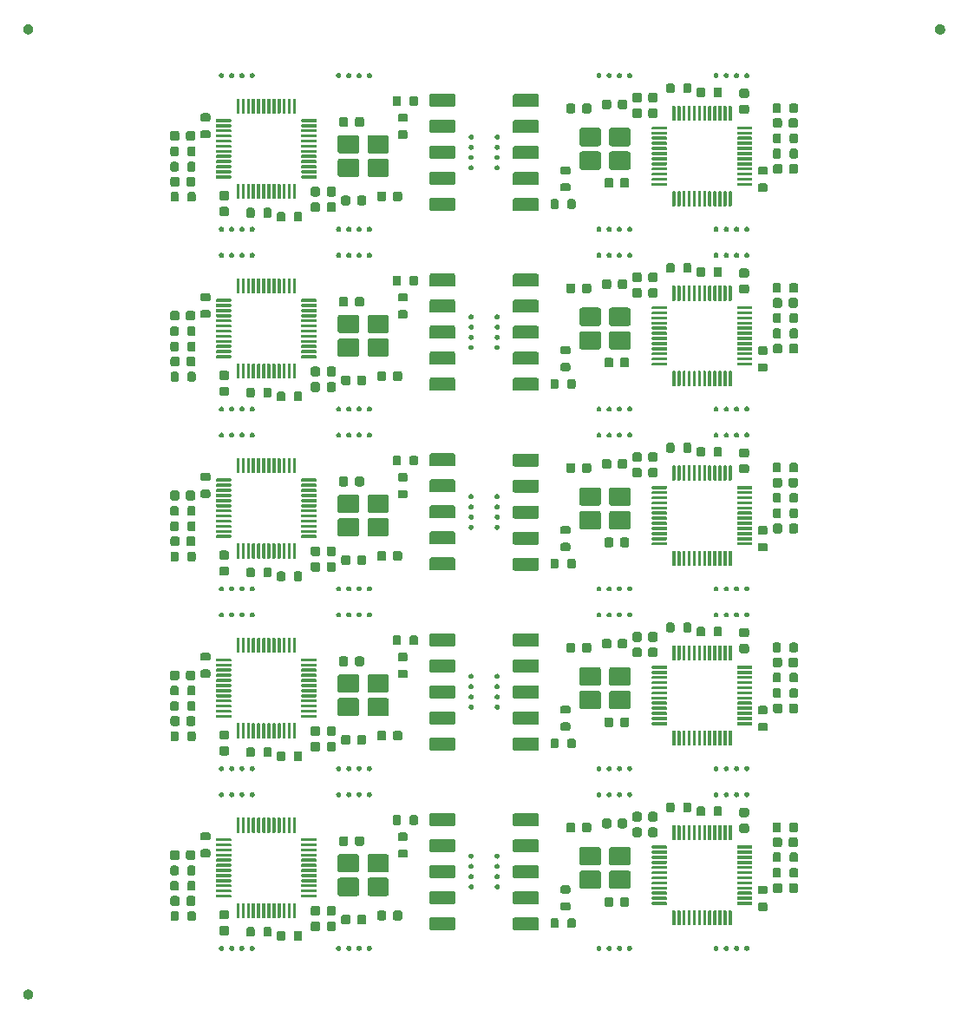
<source format=gbr>
%TF.GenerationSoftware,KiCad,Pcbnew,9.0.3*%
%TF.CreationDate,2025-07-30T17:20:14+02:00*%
%TF.ProjectId,Untitled6,556e7469-746c-4656-9436-2e6b69636164,rev?*%
%TF.SameCoordinates,Original*%
%TF.FileFunction,Soldermask,Top*%
%TF.FilePolarity,Negative*%
%FSLAX46Y46*%
G04 Gerber Fmt 4.6, Leading zero omitted, Abs format (unit mm)*
G04 Created by KiCad (PCBNEW 9.0.3) date 2025-07-30 17:20:14*
%MOMM*%
%LPD*%
G01*
G04 APERTURE LIST*
G04 APERTURE END LIST*
G36*
X104181342Y-116199560D02*
G01*
X104294381Y-116264823D01*
X104386677Y-116357119D01*
X104451940Y-116470158D01*
X104485722Y-116596237D01*
X104485722Y-116726763D01*
X104451940Y-116852842D01*
X104386677Y-116965881D01*
X104294381Y-117058177D01*
X104181342Y-117123440D01*
X104055263Y-117157222D01*
X103924737Y-117157222D01*
X103798658Y-117123440D01*
X103685619Y-117058177D01*
X103593323Y-116965881D01*
X103528060Y-116852842D01*
X103494278Y-116726763D01*
X103494278Y-116596237D01*
X103528060Y-116470158D01*
X103593323Y-116357119D01*
X103685619Y-116264823D01*
X103798658Y-116199560D01*
X103924737Y-116165778D01*
X104055263Y-116165778D01*
X104181342Y-116199560D01*
G37*
G36*
X122900594Y-111915304D02*
G01*
X122908773Y-111915304D01*
X122923754Y-111921509D01*
X122955473Y-111930008D01*
X122983913Y-111946428D01*
X122998893Y-111952633D01*
X123004675Y-111958415D01*
X123011873Y-111962571D01*
X123057928Y-112008626D01*
X123062083Y-112015823D01*
X123067867Y-112021607D01*
X123074072Y-112036589D01*
X123090491Y-112065026D01*
X123098989Y-112096744D01*
X123105196Y-112111727D01*
X123105196Y-112119905D01*
X123107348Y-112127937D01*
X123107348Y-112193062D01*
X123105196Y-112201093D01*
X123105196Y-112209273D01*
X123098989Y-112224257D01*
X123090491Y-112255973D01*
X123074074Y-112284406D01*
X123067867Y-112299393D01*
X123062082Y-112305177D01*
X123057928Y-112312373D01*
X123011873Y-112358428D01*
X123004677Y-112362582D01*
X122998893Y-112368367D01*
X122983906Y-112374574D01*
X122955473Y-112390991D01*
X122923757Y-112399489D01*
X122908773Y-112405696D01*
X122900593Y-112405696D01*
X122892562Y-112407848D01*
X122827438Y-112407848D01*
X122819407Y-112405696D01*
X122811227Y-112405696D01*
X122796243Y-112399489D01*
X122764526Y-112390991D01*
X122736089Y-112374572D01*
X122721107Y-112368367D01*
X122715323Y-112362583D01*
X122708126Y-112358428D01*
X122662071Y-112312373D01*
X122657915Y-112305175D01*
X122652133Y-112299393D01*
X122645928Y-112284413D01*
X122629508Y-112255973D01*
X122621009Y-112224254D01*
X122614804Y-112209273D01*
X122614804Y-112201093D01*
X122612652Y-112193062D01*
X122612652Y-112127937D01*
X122614804Y-112119905D01*
X122614804Y-112111727D01*
X122621008Y-112096747D01*
X122629508Y-112065026D01*
X122645929Y-112036583D01*
X122652133Y-112021607D01*
X122657914Y-112015825D01*
X122662071Y-112008626D01*
X122708126Y-111962571D01*
X122715325Y-111958414D01*
X122721107Y-111952633D01*
X122736083Y-111946429D01*
X122764526Y-111930008D01*
X122796246Y-111921509D01*
X122811227Y-111915304D01*
X122819406Y-111915304D01*
X122827438Y-111913152D01*
X122892562Y-111913152D01*
X122900594Y-111915304D01*
G37*
G36*
X123900594Y-111915304D02*
G01*
X123908773Y-111915304D01*
X123923754Y-111921509D01*
X123955473Y-111930008D01*
X123983913Y-111946428D01*
X123998893Y-111952633D01*
X124004675Y-111958415D01*
X124011873Y-111962571D01*
X124057928Y-112008626D01*
X124062083Y-112015823D01*
X124067867Y-112021607D01*
X124074072Y-112036589D01*
X124090491Y-112065026D01*
X124098989Y-112096744D01*
X124105196Y-112111727D01*
X124105196Y-112119905D01*
X124107348Y-112127937D01*
X124107348Y-112193062D01*
X124105196Y-112201093D01*
X124105196Y-112209273D01*
X124098989Y-112224257D01*
X124090491Y-112255973D01*
X124074074Y-112284406D01*
X124067867Y-112299393D01*
X124062082Y-112305177D01*
X124057928Y-112312373D01*
X124011873Y-112358428D01*
X124004677Y-112362582D01*
X123998893Y-112368367D01*
X123983906Y-112374574D01*
X123955473Y-112390991D01*
X123923757Y-112399489D01*
X123908773Y-112405696D01*
X123900593Y-112405696D01*
X123892562Y-112407848D01*
X123827438Y-112407848D01*
X123819407Y-112405696D01*
X123811227Y-112405696D01*
X123796243Y-112399489D01*
X123764526Y-112390991D01*
X123736089Y-112374572D01*
X123721107Y-112368367D01*
X123715323Y-112362583D01*
X123708126Y-112358428D01*
X123662071Y-112312373D01*
X123657915Y-112305175D01*
X123652133Y-112299393D01*
X123645928Y-112284413D01*
X123629508Y-112255973D01*
X123621009Y-112224254D01*
X123614804Y-112209273D01*
X123614804Y-112201093D01*
X123612652Y-112193062D01*
X123612652Y-112127937D01*
X123614804Y-112119905D01*
X123614804Y-112111727D01*
X123621008Y-112096747D01*
X123629508Y-112065026D01*
X123645929Y-112036583D01*
X123652133Y-112021607D01*
X123657914Y-112015825D01*
X123662071Y-112008626D01*
X123708126Y-111962571D01*
X123715325Y-111958414D01*
X123721107Y-111952633D01*
X123736083Y-111946429D01*
X123764526Y-111930008D01*
X123796246Y-111921509D01*
X123811227Y-111915304D01*
X123819406Y-111915304D01*
X123827438Y-111913152D01*
X123892562Y-111913152D01*
X123900594Y-111915304D01*
G37*
G36*
X124900594Y-111915304D02*
G01*
X124908773Y-111915304D01*
X124923754Y-111921509D01*
X124955473Y-111930008D01*
X124983913Y-111946428D01*
X124998893Y-111952633D01*
X125004675Y-111958415D01*
X125011873Y-111962571D01*
X125057928Y-112008626D01*
X125062083Y-112015823D01*
X125067867Y-112021607D01*
X125074072Y-112036589D01*
X125090491Y-112065026D01*
X125098989Y-112096744D01*
X125105196Y-112111727D01*
X125105196Y-112119905D01*
X125107348Y-112127937D01*
X125107348Y-112193062D01*
X125105196Y-112201093D01*
X125105196Y-112209273D01*
X125098989Y-112224257D01*
X125090491Y-112255973D01*
X125074074Y-112284406D01*
X125067867Y-112299393D01*
X125062082Y-112305177D01*
X125057928Y-112312373D01*
X125011873Y-112358428D01*
X125004677Y-112362582D01*
X124998893Y-112368367D01*
X124983906Y-112374574D01*
X124955473Y-112390991D01*
X124923757Y-112399489D01*
X124908773Y-112405696D01*
X124900593Y-112405696D01*
X124892562Y-112407848D01*
X124827438Y-112407848D01*
X124819407Y-112405696D01*
X124811227Y-112405696D01*
X124796243Y-112399489D01*
X124764526Y-112390991D01*
X124736089Y-112374572D01*
X124721107Y-112368367D01*
X124715323Y-112362583D01*
X124708126Y-112358428D01*
X124662071Y-112312373D01*
X124657915Y-112305175D01*
X124652133Y-112299393D01*
X124645928Y-112284413D01*
X124629508Y-112255973D01*
X124621009Y-112224254D01*
X124614804Y-112209273D01*
X124614804Y-112201093D01*
X124612652Y-112193062D01*
X124612652Y-112127937D01*
X124614804Y-112119905D01*
X124614804Y-112111727D01*
X124621008Y-112096747D01*
X124629508Y-112065026D01*
X124645929Y-112036583D01*
X124652133Y-112021607D01*
X124657914Y-112015825D01*
X124662071Y-112008626D01*
X124708126Y-111962571D01*
X124715325Y-111958414D01*
X124721107Y-111952633D01*
X124736083Y-111946429D01*
X124764526Y-111930008D01*
X124796246Y-111921509D01*
X124811227Y-111915304D01*
X124819406Y-111915304D01*
X124827438Y-111913152D01*
X124892562Y-111913152D01*
X124900594Y-111915304D01*
G37*
G36*
X125900594Y-111915304D02*
G01*
X125908773Y-111915304D01*
X125923754Y-111921509D01*
X125955473Y-111930008D01*
X125983913Y-111946428D01*
X125998893Y-111952633D01*
X126004675Y-111958415D01*
X126011873Y-111962571D01*
X126057928Y-112008626D01*
X126062083Y-112015823D01*
X126067867Y-112021607D01*
X126074072Y-112036589D01*
X126090491Y-112065026D01*
X126098989Y-112096744D01*
X126105196Y-112111727D01*
X126105196Y-112119905D01*
X126107348Y-112127937D01*
X126107348Y-112193062D01*
X126105196Y-112201093D01*
X126105196Y-112209273D01*
X126098989Y-112224257D01*
X126090491Y-112255973D01*
X126074074Y-112284406D01*
X126067867Y-112299393D01*
X126062082Y-112305177D01*
X126057928Y-112312373D01*
X126011873Y-112358428D01*
X126004677Y-112362582D01*
X125998893Y-112368367D01*
X125983906Y-112374574D01*
X125955473Y-112390991D01*
X125923757Y-112399489D01*
X125908773Y-112405696D01*
X125900593Y-112405696D01*
X125892562Y-112407848D01*
X125827438Y-112407848D01*
X125819407Y-112405696D01*
X125811227Y-112405696D01*
X125796243Y-112399489D01*
X125764526Y-112390991D01*
X125736089Y-112374572D01*
X125721107Y-112368367D01*
X125715323Y-112362583D01*
X125708126Y-112358428D01*
X125662071Y-112312373D01*
X125657915Y-112305175D01*
X125652133Y-112299393D01*
X125645928Y-112284413D01*
X125629508Y-112255973D01*
X125621009Y-112224254D01*
X125614804Y-112209273D01*
X125614804Y-112201093D01*
X125612652Y-112193062D01*
X125612652Y-112127937D01*
X125614804Y-112119905D01*
X125614804Y-112111727D01*
X125621008Y-112096747D01*
X125629508Y-112065026D01*
X125645929Y-112036583D01*
X125652133Y-112021607D01*
X125657914Y-112015825D01*
X125662071Y-112008626D01*
X125708126Y-111962571D01*
X125715325Y-111958414D01*
X125721107Y-111952633D01*
X125736083Y-111946429D01*
X125764526Y-111930008D01*
X125796246Y-111921509D01*
X125811227Y-111915304D01*
X125819406Y-111915304D01*
X125827438Y-111913152D01*
X125892562Y-111913152D01*
X125900594Y-111915304D01*
G37*
G36*
X134335594Y-111915304D02*
G01*
X134343773Y-111915304D01*
X134358754Y-111921509D01*
X134390473Y-111930008D01*
X134418913Y-111946428D01*
X134433893Y-111952633D01*
X134439675Y-111958415D01*
X134446873Y-111962571D01*
X134492928Y-112008626D01*
X134497083Y-112015823D01*
X134502867Y-112021607D01*
X134509072Y-112036589D01*
X134525491Y-112065026D01*
X134533989Y-112096744D01*
X134540196Y-112111727D01*
X134540196Y-112119905D01*
X134542348Y-112127937D01*
X134542348Y-112193062D01*
X134540196Y-112201093D01*
X134540196Y-112209273D01*
X134533989Y-112224257D01*
X134525491Y-112255973D01*
X134509074Y-112284406D01*
X134502867Y-112299393D01*
X134497082Y-112305177D01*
X134492928Y-112312373D01*
X134446873Y-112358428D01*
X134439677Y-112362582D01*
X134433893Y-112368367D01*
X134418906Y-112374574D01*
X134390473Y-112390991D01*
X134358757Y-112399489D01*
X134343773Y-112405696D01*
X134335593Y-112405696D01*
X134327562Y-112407848D01*
X134262438Y-112407848D01*
X134254407Y-112405696D01*
X134246227Y-112405696D01*
X134231243Y-112399489D01*
X134199526Y-112390991D01*
X134171089Y-112374572D01*
X134156107Y-112368367D01*
X134150323Y-112362583D01*
X134143126Y-112358428D01*
X134097071Y-112312373D01*
X134092915Y-112305175D01*
X134087133Y-112299393D01*
X134080928Y-112284413D01*
X134064508Y-112255973D01*
X134056009Y-112224254D01*
X134049804Y-112209273D01*
X134049804Y-112201093D01*
X134047652Y-112193062D01*
X134047652Y-112127937D01*
X134049804Y-112119905D01*
X134049804Y-112111727D01*
X134056008Y-112096747D01*
X134064508Y-112065026D01*
X134080929Y-112036583D01*
X134087133Y-112021607D01*
X134092914Y-112015825D01*
X134097071Y-112008626D01*
X134143126Y-111962571D01*
X134150325Y-111958414D01*
X134156107Y-111952633D01*
X134171083Y-111946429D01*
X134199526Y-111930008D01*
X134231246Y-111921509D01*
X134246227Y-111915304D01*
X134254406Y-111915304D01*
X134262438Y-111913152D01*
X134327562Y-111913152D01*
X134335594Y-111915304D01*
G37*
G36*
X135335594Y-111915304D02*
G01*
X135343773Y-111915304D01*
X135358754Y-111921509D01*
X135390473Y-111930008D01*
X135418913Y-111946428D01*
X135433893Y-111952633D01*
X135439675Y-111958415D01*
X135446873Y-111962571D01*
X135492928Y-112008626D01*
X135497083Y-112015823D01*
X135502867Y-112021607D01*
X135509072Y-112036589D01*
X135525491Y-112065026D01*
X135533989Y-112096744D01*
X135540196Y-112111727D01*
X135540196Y-112119905D01*
X135542348Y-112127937D01*
X135542348Y-112193062D01*
X135540196Y-112201093D01*
X135540196Y-112209273D01*
X135533989Y-112224257D01*
X135525491Y-112255973D01*
X135509074Y-112284406D01*
X135502867Y-112299393D01*
X135497082Y-112305177D01*
X135492928Y-112312373D01*
X135446873Y-112358428D01*
X135439677Y-112362582D01*
X135433893Y-112368367D01*
X135418906Y-112374574D01*
X135390473Y-112390991D01*
X135358757Y-112399489D01*
X135343773Y-112405696D01*
X135335593Y-112405696D01*
X135327562Y-112407848D01*
X135262438Y-112407848D01*
X135254407Y-112405696D01*
X135246227Y-112405696D01*
X135231243Y-112399489D01*
X135199526Y-112390991D01*
X135171089Y-112374572D01*
X135156107Y-112368367D01*
X135150323Y-112362583D01*
X135143126Y-112358428D01*
X135097071Y-112312373D01*
X135092915Y-112305175D01*
X135087133Y-112299393D01*
X135080928Y-112284413D01*
X135064508Y-112255973D01*
X135056009Y-112224254D01*
X135049804Y-112209273D01*
X135049804Y-112201093D01*
X135047652Y-112193062D01*
X135047652Y-112127937D01*
X135049804Y-112119905D01*
X135049804Y-112111727D01*
X135056008Y-112096747D01*
X135064508Y-112065026D01*
X135080929Y-112036583D01*
X135087133Y-112021607D01*
X135092914Y-112015825D01*
X135097071Y-112008626D01*
X135143126Y-111962571D01*
X135150325Y-111958414D01*
X135156107Y-111952633D01*
X135171083Y-111946429D01*
X135199526Y-111930008D01*
X135231246Y-111921509D01*
X135246227Y-111915304D01*
X135254406Y-111915304D01*
X135262438Y-111913152D01*
X135327562Y-111913152D01*
X135335594Y-111915304D01*
G37*
G36*
X136335594Y-111915304D02*
G01*
X136343773Y-111915304D01*
X136358754Y-111921509D01*
X136390473Y-111930008D01*
X136418913Y-111946428D01*
X136433893Y-111952633D01*
X136439675Y-111958415D01*
X136446873Y-111962571D01*
X136492928Y-112008626D01*
X136497083Y-112015823D01*
X136502867Y-112021607D01*
X136509072Y-112036589D01*
X136525491Y-112065026D01*
X136533989Y-112096744D01*
X136540196Y-112111727D01*
X136540196Y-112119905D01*
X136542348Y-112127937D01*
X136542348Y-112193062D01*
X136540196Y-112201093D01*
X136540196Y-112209273D01*
X136533989Y-112224257D01*
X136525491Y-112255973D01*
X136509074Y-112284406D01*
X136502867Y-112299393D01*
X136497082Y-112305177D01*
X136492928Y-112312373D01*
X136446873Y-112358428D01*
X136439677Y-112362582D01*
X136433893Y-112368367D01*
X136418906Y-112374574D01*
X136390473Y-112390991D01*
X136358757Y-112399489D01*
X136343773Y-112405696D01*
X136335593Y-112405696D01*
X136327562Y-112407848D01*
X136262438Y-112407848D01*
X136254407Y-112405696D01*
X136246227Y-112405696D01*
X136231243Y-112399489D01*
X136199526Y-112390991D01*
X136171089Y-112374572D01*
X136156107Y-112368367D01*
X136150323Y-112362583D01*
X136143126Y-112358428D01*
X136097071Y-112312373D01*
X136092915Y-112305175D01*
X136087133Y-112299393D01*
X136080928Y-112284413D01*
X136064508Y-112255973D01*
X136056009Y-112224254D01*
X136049804Y-112209273D01*
X136049804Y-112201093D01*
X136047652Y-112193062D01*
X136047652Y-112127937D01*
X136049804Y-112119905D01*
X136049804Y-112111727D01*
X136056008Y-112096747D01*
X136064508Y-112065026D01*
X136080929Y-112036583D01*
X136087133Y-112021607D01*
X136092914Y-112015825D01*
X136097071Y-112008626D01*
X136143126Y-111962571D01*
X136150325Y-111958414D01*
X136156107Y-111952633D01*
X136171083Y-111946429D01*
X136199526Y-111930008D01*
X136231246Y-111921509D01*
X136246227Y-111915304D01*
X136254406Y-111915304D01*
X136262438Y-111913152D01*
X136327562Y-111913152D01*
X136335594Y-111915304D01*
G37*
G36*
X137335594Y-111915304D02*
G01*
X137343773Y-111915304D01*
X137358754Y-111921509D01*
X137390473Y-111930008D01*
X137418913Y-111946428D01*
X137433893Y-111952633D01*
X137439675Y-111958415D01*
X137446873Y-111962571D01*
X137492928Y-112008626D01*
X137497083Y-112015823D01*
X137502867Y-112021607D01*
X137509072Y-112036589D01*
X137525491Y-112065026D01*
X137533989Y-112096744D01*
X137540196Y-112111727D01*
X137540196Y-112119905D01*
X137542348Y-112127937D01*
X137542348Y-112193062D01*
X137540196Y-112201093D01*
X137540196Y-112209273D01*
X137533989Y-112224257D01*
X137525491Y-112255973D01*
X137509074Y-112284406D01*
X137502867Y-112299393D01*
X137497082Y-112305177D01*
X137492928Y-112312373D01*
X137446873Y-112358428D01*
X137439677Y-112362582D01*
X137433893Y-112368367D01*
X137418906Y-112374574D01*
X137390473Y-112390991D01*
X137358757Y-112399489D01*
X137343773Y-112405696D01*
X137335593Y-112405696D01*
X137327562Y-112407848D01*
X137262438Y-112407848D01*
X137254407Y-112405696D01*
X137246227Y-112405696D01*
X137231243Y-112399489D01*
X137199526Y-112390991D01*
X137171089Y-112374572D01*
X137156107Y-112368367D01*
X137150323Y-112362583D01*
X137143126Y-112358428D01*
X137097071Y-112312373D01*
X137092915Y-112305175D01*
X137087133Y-112299393D01*
X137080928Y-112284413D01*
X137064508Y-112255973D01*
X137056009Y-112224254D01*
X137049804Y-112209273D01*
X137049804Y-112201093D01*
X137047652Y-112193062D01*
X137047652Y-112127937D01*
X137049804Y-112119905D01*
X137049804Y-112111727D01*
X137056008Y-112096747D01*
X137064508Y-112065026D01*
X137080929Y-112036583D01*
X137087133Y-112021607D01*
X137092914Y-112015825D01*
X137097071Y-112008626D01*
X137143126Y-111962571D01*
X137150325Y-111958414D01*
X137156107Y-111952633D01*
X137171083Y-111946429D01*
X137199526Y-111930008D01*
X137231246Y-111921509D01*
X137246227Y-111915304D01*
X137254406Y-111915304D01*
X137262438Y-111913152D01*
X137327562Y-111913152D01*
X137335594Y-111915304D01*
G37*
G36*
X159745594Y-111915304D02*
G01*
X159753773Y-111915304D01*
X159768754Y-111921509D01*
X159800473Y-111930008D01*
X159828913Y-111946428D01*
X159843893Y-111952633D01*
X159849675Y-111958415D01*
X159856873Y-111962571D01*
X159902928Y-112008626D01*
X159907083Y-112015823D01*
X159912867Y-112021607D01*
X159919072Y-112036589D01*
X159935491Y-112065026D01*
X159943989Y-112096744D01*
X159950196Y-112111727D01*
X159950196Y-112119905D01*
X159952348Y-112127937D01*
X159952348Y-112193062D01*
X159950196Y-112201093D01*
X159950196Y-112209273D01*
X159943989Y-112224257D01*
X159935491Y-112255973D01*
X159919074Y-112284406D01*
X159912867Y-112299393D01*
X159907082Y-112305177D01*
X159902928Y-112312373D01*
X159856873Y-112358428D01*
X159849677Y-112362582D01*
X159843893Y-112368367D01*
X159828906Y-112374574D01*
X159800473Y-112390991D01*
X159768757Y-112399489D01*
X159753773Y-112405696D01*
X159745593Y-112405696D01*
X159737562Y-112407848D01*
X159672438Y-112407848D01*
X159664407Y-112405696D01*
X159656227Y-112405696D01*
X159641243Y-112399489D01*
X159609526Y-112390991D01*
X159581089Y-112374572D01*
X159566107Y-112368367D01*
X159560323Y-112362583D01*
X159553126Y-112358428D01*
X159507071Y-112312373D01*
X159502915Y-112305175D01*
X159497133Y-112299393D01*
X159490928Y-112284413D01*
X159474508Y-112255973D01*
X159466009Y-112224254D01*
X159459804Y-112209273D01*
X159459804Y-112201093D01*
X159457652Y-112193062D01*
X159457652Y-112127937D01*
X159459804Y-112119905D01*
X159459804Y-112111727D01*
X159466008Y-112096747D01*
X159474508Y-112065026D01*
X159490929Y-112036583D01*
X159497133Y-112021607D01*
X159502914Y-112015825D01*
X159507071Y-112008626D01*
X159553126Y-111962571D01*
X159560325Y-111958414D01*
X159566107Y-111952633D01*
X159581083Y-111946429D01*
X159609526Y-111930008D01*
X159641246Y-111921509D01*
X159656227Y-111915304D01*
X159664406Y-111915304D01*
X159672438Y-111913152D01*
X159737562Y-111913152D01*
X159745594Y-111915304D01*
G37*
G36*
X160745594Y-111915304D02*
G01*
X160753773Y-111915304D01*
X160768754Y-111921509D01*
X160800473Y-111930008D01*
X160828913Y-111946428D01*
X160843893Y-111952633D01*
X160849675Y-111958415D01*
X160856873Y-111962571D01*
X160902928Y-112008626D01*
X160907083Y-112015823D01*
X160912867Y-112021607D01*
X160919072Y-112036589D01*
X160935491Y-112065026D01*
X160943989Y-112096744D01*
X160950196Y-112111727D01*
X160950196Y-112119905D01*
X160952348Y-112127937D01*
X160952348Y-112193062D01*
X160950196Y-112201093D01*
X160950196Y-112209273D01*
X160943989Y-112224257D01*
X160935491Y-112255973D01*
X160919074Y-112284406D01*
X160912867Y-112299393D01*
X160907082Y-112305177D01*
X160902928Y-112312373D01*
X160856873Y-112358428D01*
X160849677Y-112362582D01*
X160843893Y-112368367D01*
X160828906Y-112374574D01*
X160800473Y-112390991D01*
X160768757Y-112399489D01*
X160753773Y-112405696D01*
X160745593Y-112405696D01*
X160737562Y-112407848D01*
X160672438Y-112407848D01*
X160664407Y-112405696D01*
X160656227Y-112405696D01*
X160641243Y-112399489D01*
X160609526Y-112390991D01*
X160581089Y-112374572D01*
X160566107Y-112368367D01*
X160560323Y-112362583D01*
X160553126Y-112358428D01*
X160507071Y-112312373D01*
X160502915Y-112305175D01*
X160497133Y-112299393D01*
X160490928Y-112284413D01*
X160474508Y-112255973D01*
X160466009Y-112224254D01*
X160459804Y-112209273D01*
X160459804Y-112201093D01*
X160457652Y-112193062D01*
X160457652Y-112127937D01*
X160459804Y-112119905D01*
X160459804Y-112111727D01*
X160466008Y-112096747D01*
X160474508Y-112065026D01*
X160490929Y-112036583D01*
X160497133Y-112021607D01*
X160502914Y-112015825D01*
X160507071Y-112008626D01*
X160553126Y-111962571D01*
X160560325Y-111958414D01*
X160566107Y-111952633D01*
X160581083Y-111946429D01*
X160609526Y-111930008D01*
X160641246Y-111921509D01*
X160656227Y-111915304D01*
X160664406Y-111915304D01*
X160672438Y-111913152D01*
X160737562Y-111913152D01*
X160745594Y-111915304D01*
G37*
G36*
X161745594Y-111915304D02*
G01*
X161753773Y-111915304D01*
X161768754Y-111921509D01*
X161800473Y-111930008D01*
X161828913Y-111946428D01*
X161843893Y-111952633D01*
X161849675Y-111958415D01*
X161856873Y-111962571D01*
X161902928Y-112008626D01*
X161907083Y-112015823D01*
X161912867Y-112021607D01*
X161919072Y-112036589D01*
X161935491Y-112065026D01*
X161943989Y-112096744D01*
X161950196Y-112111727D01*
X161950196Y-112119905D01*
X161952348Y-112127937D01*
X161952348Y-112193062D01*
X161950196Y-112201093D01*
X161950196Y-112209273D01*
X161943989Y-112224257D01*
X161935491Y-112255973D01*
X161919074Y-112284406D01*
X161912867Y-112299393D01*
X161907082Y-112305177D01*
X161902928Y-112312373D01*
X161856873Y-112358428D01*
X161849677Y-112362582D01*
X161843893Y-112368367D01*
X161828906Y-112374574D01*
X161800473Y-112390991D01*
X161768757Y-112399489D01*
X161753773Y-112405696D01*
X161745593Y-112405696D01*
X161737562Y-112407848D01*
X161672438Y-112407848D01*
X161664407Y-112405696D01*
X161656227Y-112405696D01*
X161641243Y-112399489D01*
X161609526Y-112390991D01*
X161581089Y-112374572D01*
X161566107Y-112368367D01*
X161560323Y-112362583D01*
X161553126Y-112358428D01*
X161507071Y-112312373D01*
X161502915Y-112305175D01*
X161497133Y-112299393D01*
X161490928Y-112284413D01*
X161474508Y-112255973D01*
X161466009Y-112224254D01*
X161459804Y-112209273D01*
X161459804Y-112201093D01*
X161457652Y-112193062D01*
X161457652Y-112127937D01*
X161459804Y-112119905D01*
X161459804Y-112111727D01*
X161466008Y-112096747D01*
X161474508Y-112065026D01*
X161490929Y-112036583D01*
X161497133Y-112021607D01*
X161502914Y-112015825D01*
X161507071Y-112008626D01*
X161553126Y-111962571D01*
X161560325Y-111958414D01*
X161566107Y-111952633D01*
X161581083Y-111946429D01*
X161609526Y-111930008D01*
X161641246Y-111921509D01*
X161656227Y-111915304D01*
X161664406Y-111915304D01*
X161672438Y-111913152D01*
X161737562Y-111913152D01*
X161745594Y-111915304D01*
G37*
G36*
X162745594Y-111915304D02*
G01*
X162753773Y-111915304D01*
X162768754Y-111921509D01*
X162800473Y-111930008D01*
X162828913Y-111946428D01*
X162843893Y-111952633D01*
X162849675Y-111958415D01*
X162856873Y-111962571D01*
X162902928Y-112008626D01*
X162907083Y-112015823D01*
X162912867Y-112021607D01*
X162919072Y-112036589D01*
X162935491Y-112065026D01*
X162943989Y-112096744D01*
X162950196Y-112111727D01*
X162950196Y-112119905D01*
X162952348Y-112127937D01*
X162952348Y-112193062D01*
X162950196Y-112201093D01*
X162950196Y-112209273D01*
X162943989Y-112224257D01*
X162935491Y-112255973D01*
X162919074Y-112284406D01*
X162912867Y-112299393D01*
X162907082Y-112305177D01*
X162902928Y-112312373D01*
X162856873Y-112358428D01*
X162849677Y-112362582D01*
X162843893Y-112368367D01*
X162828906Y-112374574D01*
X162800473Y-112390991D01*
X162768757Y-112399489D01*
X162753773Y-112405696D01*
X162745593Y-112405696D01*
X162737562Y-112407848D01*
X162672438Y-112407848D01*
X162664407Y-112405696D01*
X162656227Y-112405696D01*
X162641243Y-112399489D01*
X162609526Y-112390991D01*
X162581089Y-112374572D01*
X162566107Y-112368367D01*
X162560323Y-112362583D01*
X162553126Y-112358428D01*
X162507071Y-112312373D01*
X162502915Y-112305175D01*
X162497133Y-112299393D01*
X162490928Y-112284413D01*
X162474508Y-112255973D01*
X162466009Y-112224254D01*
X162459804Y-112209273D01*
X162459804Y-112201093D01*
X162457652Y-112193062D01*
X162457652Y-112127937D01*
X162459804Y-112119905D01*
X162459804Y-112111727D01*
X162466008Y-112096747D01*
X162474508Y-112065026D01*
X162490929Y-112036583D01*
X162497133Y-112021607D01*
X162502914Y-112015825D01*
X162507071Y-112008626D01*
X162553126Y-111962571D01*
X162560325Y-111958414D01*
X162566107Y-111952633D01*
X162581083Y-111946429D01*
X162609526Y-111930008D01*
X162641246Y-111921509D01*
X162656227Y-111915304D01*
X162664406Y-111915304D01*
X162672438Y-111913152D01*
X162737562Y-111913152D01*
X162745594Y-111915304D01*
G37*
G36*
X171180594Y-111915304D02*
G01*
X171188773Y-111915304D01*
X171203754Y-111921509D01*
X171235473Y-111930008D01*
X171263913Y-111946428D01*
X171278893Y-111952633D01*
X171284675Y-111958415D01*
X171291873Y-111962571D01*
X171337928Y-112008626D01*
X171342083Y-112015823D01*
X171347867Y-112021607D01*
X171354072Y-112036589D01*
X171370491Y-112065026D01*
X171378989Y-112096744D01*
X171385196Y-112111727D01*
X171385196Y-112119905D01*
X171387348Y-112127937D01*
X171387348Y-112193062D01*
X171385196Y-112201093D01*
X171385196Y-112209273D01*
X171378989Y-112224257D01*
X171370491Y-112255973D01*
X171354074Y-112284406D01*
X171347867Y-112299393D01*
X171342082Y-112305177D01*
X171337928Y-112312373D01*
X171291873Y-112358428D01*
X171284677Y-112362582D01*
X171278893Y-112368367D01*
X171263906Y-112374574D01*
X171235473Y-112390991D01*
X171203757Y-112399489D01*
X171188773Y-112405696D01*
X171180593Y-112405696D01*
X171172562Y-112407848D01*
X171107438Y-112407848D01*
X171099407Y-112405696D01*
X171091227Y-112405696D01*
X171076243Y-112399489D01*
X171044526Y-112390991D01*
X171016089Y-112374572D01*
X171001107Y-112368367D01*
X170995323Y-112362583D01*
X170988126Y-112358428D01*
X170942071Y-112312373D01*
X170937915Y-112305175D01*
X170932133Y-112299393D01*
X170925928Y-112284413D01*
X170909508Y-112255973D01*
X170901009Y-112224254D01*
X170894804Y-112209273D01*
X170894804Y-112201093D01*
X170892652Y-112193062D01*
X170892652Y-112127937D01*
X170894804Y-112119905D01*
X170894804Y-112111727D01*
X170901008Y-112096747D01*
X170909508Y-112065026D01*
X170925929Y-112036583D01*
X170932133Y-112021607D01*
X170937914Y-112015825D01*
X170942071Y-112008626D01*
X170988126Y-111962571D01*
X170995325Y-111958414D01*
X171001107Y-111952633D01*
X171016083Y-111946429D01*
X171044526Y-111930008D01*
X171076246Y-111921509D01*
X171091227Y-111915304D01*
X171099406Y-111915304D01*
X171107438Y-111913152D01*
X171172562Y-111913152D01*
X171180594Y-111915304D01*
G37*
G36*
X172180594Y-111915304D02*
G01*
X172188773Y-111915304D01*
X172203754Y-111921509D01*
X172235473Y-111930008D01*
X172263913Y-111946428D01*
X172278893Y-111952633D01*
X172284675Y-111958415D01*
X172291873Y-111962571D01*
X172337928Y-112008626D01*
X172342083Y-112015823D01*
X172347867Y-112021607D01*
X172354072Y-112036589D01*
X172370491Y-112065026D01*
X172378989Y-112096744D01*
X172385196Y-112111727D01*
X172385196Y-112119905D01*
X172387348Y-112127937D01*
X172387348Y-112193062D01*
X172385196Y-112201093D01*
X172385196Y-112209273D01*
X172378989Y-112224257D01*
X172370491Y-112255973D01*
X172354074Y-112284406D01*
X172347867Y-112299393D01*
X172342082Y-112305177D01*
X172337928Y-112312373D01*
X172291873Y-112358428D01*
X172284677Y-112362582D01*
X172278893Y-112368367D01*
X172263906Y-112374574D01*
X172235473Y-112390991D01*
X172203757Y-112399489D01*
X172188773Y-112405696D01*
X172180593Y-112405696D01*
X172172562Y-112407848D01*
X172107438Y-112407848D01*
X172099407Y-112405696D01*
X172091227Y-112405696D01*
X172076243Y-112399489D01*
X172044526Y-112390991D01*
X172016089Y-112374572D01*
X172001107Y-112368367D01*
X171995323Y-112362583D01*
X171988126Y-112358428D01*
X171942071Y-112312373D01*
X171937915Y-112305175D01*
X171932133Y-112299393D01*
X171925928Y-112284413D01*
X171909508Y-112255973D01*
X171901009Y-112224254D01*
X171894804Y-112209273D01*
X171894804Y-112201093D01*
X171892652Y-112193062D01*
X171892652Y-112127937D01*
X171894804Y-112119905D01*
X171894804Y-112111727D01*
X171901008Y-112096747D01*
X171909508Y-112065026D01*
X171925929Y-112036583D01*
X171932133Y-112021607D01*
X171937914Y-112015825D01*
X171942071Y-112008626D01*
X171988126Y-111962571D01*
X171995325Y-111958414D01*
X172001107Y-111952633D01*
X172016083Y-111946429D01*
X172044526Y-111930008D01*
X172076246Y-111921509D01*
X172091227Y-111915304D01*
X172099406Y-111915304D01*
X172107438Y-111913152D01*
X172172562Y-111913152D01*
X172180594Y-111915304D01*
G37*
G36*
X173180594Y-111915304D02*
G01*
X173188773Y-111915304D01*
X173203754Y-111921509D01*
X173235473Y-111930008D01*
X173263913Y-111946428D01*
X173278893Y-111952633D01*
X173284675Y-111958415D01*
X173291873Y-111962571D01*
X173337928Y-112008626D01*
X173342083Y-112015823D01*
X173347867Y-112021607D01*
X173354072Y-112036589D01*
X173370491Y-112065026D01*
X173378989Y-112096744D01*
X173385196Y-112111727D01*
X173385196Y-112119905D01*
X173387348Y-112127937D01*
X173387348Y-112193062D01*
X173385196Y-112201093D01*
X173385196Y-112209273D01*
X173378989Y-112224257D01*
X173370491Y-112255973D01*
X173354074Y-112284406D01*
X173347867Y-112299393D01*
X173342082Y-112305177D01*
X173337928Y-112312373D01*
X173291873Y-112358428D01*
X173284677Y-112362582D01*
X173278893Y-112368367D01*
X173263906Y-112374574D01*
X173235473Y-112390991D01*
X173203757Y-112399489D01*
X173188773Y-112405696D01*
X173180593Y-112405696D01*
X173172562Y-112407848D01*
X173107438Y-112407848D01*
X173099407Y-112405696D01*
X173091227Y-112405696D01*
X173076243Y-112399489D01*
X173044526Y-112390991D01*
X173016089Y-112374572D01*
X173001107Y-112368367D01*
X172995323Y-112362583D01*
X172988126Y-112358428D01*
X172942071Y-112312373D01*
X172937915Y-112305175D01*
X172932133Y-112299393D01*
X172925928Y-112284413D01*
X172909508Y-112255973D01*
X172901009Y-112224254D01*
X172894804Y-112209273D01*
X172894804Y-112201093D01*
X172892652Y-112193062D01*
X172892652Y-112127937D01*
X172894804Y-112119905D01*
X172894804Y-112111727D01*
X172901008Y-112096747D01*
X172909508Y-112065026D01*
X172925929Y-112036583D01*
X172932133Y-112021607D01*
X172937914Y-112015825D01*
X172942071Y-112008626D01*
X172988126Y-111962571D01*
X172995325Y-111958414D01*
X173001107Y-111952633D01*
X173016083Y-111946429D01*
X173044526Y-111930008D01*
X173076246Y-111921509D01*
X173091227Y-111915304D01*
X173099406Y-111915304D01*
X173107438Y-111913152D01*
X173172562Y-111913152D01*
X173180594Y-111915304D01*
G37*
G36*
X174180594Y-111915304D02*
G01*
X174188773Y-111915304D01*
X174203754Y-111921509D01*
X174235473Y-111930008D01*
X174263913Y-111946428D01*
X174278893Y-111952633D01*
X174284675Y-111958415D01*
X174291873Y-111962571D01*
X174337928Y-112008626D01*
X174342083Y-112015823D01*
X174347867Y-112021607D01*
X174354072Y-112036589D01*
X174370491Y-112065026D01*
X174378989Y-112096744D01*
X174385196Y-112111727D01*
X174385196Y-112119905D01*
X174387348Y-112127937D01*
X174387348Y-112193062D01*
X174385196Y-112201093D01*
X174385196Y-112209273D01*
X174378989Y-112224257D01*
X174370491Y-112255973D01*
X174354074Y-112284406D01*
X174347867Y-112299393D01*
X174342082Y-112305177D01*
X174337928Y-112312373D01*
X174291873Y-112358428D01*
X174284677Y-112362582D01*
X174278893Y-112368367D01*
X174263906Y-112374574D01*
X174235473Y-112390991D01*
X174203757Y-112399489D01*
X174188773Y-112405696D01*
X174180593Y-112405696D01*
X174172562Y-112407848D01*
X174107438Y-112407848D01*
X174099407Y-112405696D01*
X174091227Y-112405696D01*
X174076243Y-112399489D01*
X174044526Y-112390991D01*
X174016089Y-112374572D01*
X174001107Y-112368367D01*
X173995323Y-112362583D01*
X173988126Y-112358428D01*
X173942071Y-112312373D01*
X173937915Y-112305175D01*
X173932133Y-112299393D01*
X173925928Y-112284413D01*
X173909508Y-112255973D01*
X173901009Y-112224254D01*
X173894804Y-112209273D01*
X173894804Y-112201093D01*
X173892652Y-112193062D01*
X173892652Y-112127937D01*
X173894804Y-112119905D01*
X173894804Y-112111727D01*
X173901008Y-112096747D01*
X173909508Y-112065026D01*
X173925929Y-112036583D01*
X173932133Y-112021607D01*
X173937914Y-112015825D01*
X173942071Y-112008626D01*
X173988126Y-111962571D01*
X173995325Y-111958414D01*
X174001107Y-111952633D01*
X174016083Y-111946429D01*
X174044526Y-111930008D01*
X174076246Y-111921509D01*
X174091227Y-111915304D01*
X174099406Y-111915304D01*
X174107438Y-111913152D01*
X174172562Y-111913152D01*
X174180594Y-111915304D01*
G37*
G36*
X128953059Y-110472246D02*
G01*
X129017943Y-110515601D01*
X129061298Y-110580485D01*
X129076522Y-110657022D01*
X129076522Y-111207022D01*
X129061298Y-111283559D01*
X129017943Y-111348443D01*
X128953059Y-111391798D01*
X128876522Y-111407022D01*
X128476522Y-111407022D01*
X128399985Y-111391798D01*
X128335101Y-111348443D01*
X128291746Y-111283559D01*
X128276522Y-111207022D01*
X128276522Y-110657022D01*
X128291746Y-110580485D01*
X128335101Y-110515601D01*
X128399985Y-110472246D01*
X128476522Y-110457022D01*
X128876522Y-110457022D01*
X128953059Y-110472246D01*
G37*
G36*
X130603059Y-110472246D02*
G01*
X130667943Y-110515601D01*
X130711298Y-110580485D01*
X130726522Y-110657022D01*
X130726522Y-111207022D01*
X130711298Y-111283559D01*
X130667943Y-111348443D01*
X130603059Y-111391798D01*
X130526522Y-111407022D01*
X130126522Y-111407022D01*
X130049985Y-111391798D01*
X129985101Y-111348443D01*
X129941746Y-111283559D01*
X129926522Y-111207022D01*
X129926522Y-110657022D01*
X129941746Y-110580485D01*
X129985101Y-110515601D01*
X130049985Y-110472246D01*
X130126522Y-110457022D01*
X130526522Y-110457022D01*
X130603059Y-110472246D01*
G37*
G36*
X125972298Y-110081485D02*
G01*
X126037182Y-110124840D01*
X126080537Y-110189724D01*
X126095761Y-110266261D01*
X126095761Y-110816261D01*
X126080537Y-110892798D01*
X126037182Y-110957682D01*
X125972298Y-111001037D01*
X125895761Y-111016261D01*
X125495761Y-111016261D01*
X125419224Y-111001037D01*
X125354340Y-110957682D01*
X125310985Y-110892798D01*
X125295761Y-110816261D01*
X125295761Y-110266261D01*
X125310985Y-110189724D01*
X125354340Y-110124840D01*
X125419224Y-110081485D01*
X125495761Y-110066261D01*
X125895761Y-110066261D01*
X125972298Y-110081485D01*
G37*
G36*
X127622298Y-110081485D02*
G01*
X127687182Y-110124840D01*
X127730537Y-110189724D01*
X127745761Y-110266261D01*
X127745761Y-110816261D01*
X127730537Y-110892798D01*
X127687182Y-110957682D01*
X127622298Y-111001037D01*
X127545761Y-111016261D01*
X127145761Y-111016261D01*
X127069224Y-111001037D01*
X127004340Y-110957682D01*
X126960985Y-110892798D01*
X126945761Y-110816261D01*
X126945761Y-110266261D01*
X126960985Y-110189724D01*
X127004340Y-110124840D01*
X127069224Y-110081485D01*
X127145761Y-110066261D01*
X127545761Y-110066261D01*
X127622298Y-110081485D01*
G37*
G36*
X123375611Y-109977225D02*
G01*
X123420078Y-109982384D01*
X123435271Y-109989092D01*
X123456865Y-109993388D01*
X123479983Y-110008835D01*
X123497328Y-110016494D01*
X123509173Y-110028339D01*
X123529860Y-110042162D01*
X123543682Y-110062848D01*
X123555527Y-110074693D01*
X123563184Y-110092035D01*
X123578634Y-110115157D01*
X123582929Y-110136752D01*
X123589637Y-110151943D01*
X123594794Y-110196400D01*
X123595761Y-110201261D01*
X123595761Y-110651261D01*
X123594793Y-110656123D01*
X123589637Y-110700578D01*
X123582929Y-110715767D01*
X123578634Y-110737365D01*
X123563183Y-110760488D01*
X123555527Y-110777828D01*
X123543684Y-110789670D01*
X123529860Y-110810360D01*
X123509170Y-110824184D01*
X123497328Y-110836027D01*
X123479988Y-110843683D01*
X123456865Y-110859134D01*
X123435267Y-110863429D01*
X123420078Y-110870137D01*
X123375622Y-110875293D01*
X123370761Y-110876261D01*
X122870761Y-110876261D01*
X122865899Y-110875294D01*
X122821443Y-110870137D01*
X122806252Y-110863429D01*
X122784657Y-110859134D01*
X122761535Y-110843684D01*
X122744193Y-110836027D01*
X122732348Y-110824182D01*
X122711662Y-110810360D01*
X122697839Y-110789673D01*
X122685994Y-110777828D01*
X122678335Y-110760483D01*
X122662888Y-110737365D01*
X122658592Y-110715771D01*
X122651884Y-110700578D01*
X122646725Y-110656110D01*
X122645761Y-110651261D01*
X122645761Y-110201261D01*
X122646725Y-110196411D01*
X122651884Y-110151943D01*
X122658593Y-110136748D01*
X122662888Y-110115157D01*
X122678334Y-110092040D01*
X122685994Y-110074693D01*
X122697841Y-110062845D01*
X122711662Y-110042162D01*
X122732345Y-110028341D01*
X122744193Y-110016494D01*
X122761540Y-110008834D01*
X122784657Y-109993388D01*
X122806248Y-109989093D01*
X122821443Y-109982384D01*
X122865912Y-109977225D01*
X122870761Y-109976261D01*
X123370761Y-109976261D01*
X123375611Y-109977225D01*
G37*
G36*
X132256372Y-109537986D02*
G01*
X132300839Y-109543145D01*
X132316032Y-109549853D01*
X132337626Y-109554149D01*
X132360744Y-109569596D01*
X132378089Y-109577255D01*
X132389934Y-109589100D01*
X132410621Y-109602923D01*
X132424443Y-109623609D01*
X132436288Y-109635454D01*
X132443945Y-109652796D01*
X132459395Y-109675918D01*
X132463690Y-109697513D01*
X132470398Y-109712704D01*
X132475555Y-109757161D01*
X132476522Y-109762022D01*
X132476522Y-110262022D01*
X132475554Y-110266884D01*
X132470398Y-110311339D01*
X132463690Y-110326528D01*
X132459395Y-110348126D01*
X132443944Y-110371249D01*
X132436288Y-110388589D01*
X132424445Y-110400431D01*
X132410621Y-110421121D01*
X132389931Y-110434945D01*
X132378089Y-110446788D01*
X132360749Y-110454444D01*
X132337626Y-110469895D01*
X132316028Y-110474190D01*
X132300839Y-110480898D01*
X132256383Y-110486054D01*
X132251522Y-110487022D01*
X131801522Y-110487022D01*
X131796660Y-110486055D01*
X131752204Y-110480898D01*
X131737013Y-110474190D01*
X131715418Y-110469895D01*
X131692296Y-110454445D01*
X131674954Y-110446788D01*
X131663109Y-110434943D01*
X131642423Y-110421121D01*
X131628600Y-110400434D01*
X131616755Y-110388589D01*
X131609096Y-110371244D01*
X131593649Y-110348126D01*
X131589353Y-110326532D01*
X131582645Y-110311339D01*
X131577486Y-110266871D01*
X131576522Y-110262022D01*
X131576522Y-109762022D01*
X131577486Y-109757172D01*
X131582645Y-109712704D01*
X131589354Y-109697509D01*
X131593649Y-109675918D01*
X131609095Y-109652801D01*
X131616755Y-109635454D01*
X131628602Y-109623606D01*
X131642423Y-109602923D01*
X131663106Y-109589102D01*
X131674954Y-109577255D01*
X131692301Y-109569595D01*
X131715418Y-109554149D01*
X131737009Y-109549854D01*
X131752204Y-109543145D01*
X131796673Y-109537986D01*
X131801522Y-109537022D01*
X132251522Y-109537022D01*
X132256372Y-109537986D01*
G37*
G36*
X133806372Y-109537986D02*
G01*
X133850839Y-109543145D01*
X133866032Y-109549853D01*
X133887626Y-109554149D01*
X133910744Y-109569596D01*
X133928089Y-109577255D01*
X133939934Y-109589100D01*
X133960621Y-109602923D01*
X133974443Y-109623609D01*
X133986288Y-109635454D01*
X133993945Y-109652796D01*
X134009395Y-109675918D01*
X134013690Y-109697513D01*
X134020398Y-109712704D01*
X134025555Y-109757161D01*
X134026522Y-109762022D01*
X134026522Y-110262022D01*
X134025554Y-110266884D01*
X134020398Y-110311339D01*
X134013690Y-110326528D01*
X134009395Y-110348126D01*
X133993944Y-110371249D01*
X133986288Y-110388589D01*
X133974445Y-110400431D01*
X133960621Y-110421121D01*
X133939931Y-110434945D01*
X133928089Y-110446788D01*
X133910749Y-110454444D01*
X133887626Y-110469895D01*
X133866028Y-110474190D01*
X133850839Y-110480898D01*
X133806383Y-110486054D01*
X133801522Y-110487022D01*
X133351522Y-110487022D01*
X133346660Y-110486055D01*
X133302204Y-110480898D01*
X133287013Y-110474190D01*
X133265418Y-110469895D01*
X133242296Y-110454445D01*
X133224954Y-110446788D01*
X133213109Y-110434943D01*
X133192423Y-110421121D01*
X133178600Y-110400434D01*
X133166755Y-110388589D01*
X133159096Y-110371244D01*
X133143649Y-110348126D01*
X133139353Y-110326532D01*
X133132645Y-110311339D01*
X133127486Y-110266871D01*
X133126522Y-110262022D01*
X133126522Y-109762022D01*
X133127486Y-109757172D01*
X133132645Y-109712704D01*
X133139354Y-109697509D01*
X133143649Y-109675918D01*
X133159095Y-109652801D01*
X133166755Y-109635454D01*
X133178602Y-109623606D01*
X133192423Y-109602923D01*
X133213106Y-109589102D01*
X133224954Y-109577255D01*
X133242301Y-109569595D01*
X133265418Y-109554149D01*
X133287009Y-109549854D01*
X133302204Y-109543145D01*
X133346673Y-109537986D01*
X133351522Y-109537022D01*
X133801522Y-109537022D01*
X133806372Y-109537986D01*
G37*
G36*
X153721640Y-109129240D02*
G01*
X153783443Y-109170535D01*
X153824738Y-109232338D01*
X153839239Y-109305239D01*
X153839239Y-110194239D01*
X153824738Y-110267140D01*
X153783443Y-110328943D01*
X153721640Y-110370238D01*
X153648739Y-110384739D01*
X151489739Y-110384739D01*
X151416838Y-110370238D01*
X151355035Y-110328943D01*
X151313740Y-110267140D01*
X151299239Y-110194239D01*
X151299239Y-109305239D01*
X151313740Y-109232338D01*
X151355035Y-109170535D01*
X151416838Y-109129240D01*
X151489739Y-109114739D01*
X153648739Y-109114739D01*
X153721640Y-109129240D01*
G37*
G36*
X145583162Y-109110762D02*
G01*
X145644965Y-109152057D01*
X145686260Y-109213860D01*
X145700761Y-109286761D01*
X145700761Y-110175761D01*
X145686260Y-110248662D01*
X145644965Y-110310465D01*
X145583162Y-110351760D01*
X145510261Y-110366261D01*
X143351261Y-110366261D01*
X143278360Y-110351760D01*
X143216557Y-110310465D01*
X143175262Y-110248662D01*
X143160761Y-110175761D01*
X143160761Y-109286761D01*
X143175262Y-109213860D01*
X143216557Y-109152057D01*
X143278360Y-109110762D01*
X143351261Y-109096261D01*
X145510261Y-109096261D01*
X145583162Y-109110762D01*
G37*
G36*
X155650776Y-109229963D02*
G01*
X155715660Y-109273318D01*
X155759015Y-109338202D01*
X155774239Y-109414739D01*
X155774239Y-109964739D01*
X155759015Y-110041276D01*
X155715660Y-110106160D01*
X155650776Y-110149515D01*
X155574239Y-110164739D01*
X155174239Y-110164739D01*
X155097702Y-110149515D01*
X155032818Y-110106160D01*
X154989463Y-110041276D01*
X154974239Y-109964739D01*
X154974239Y-109414739D01*
X154989463Y-109338202D01*
X155032818Y-109273318D01*
X155097702Y-109229963D01*
X155174239Y-109214739D01*
X155574239Y-109214739D01*
X155650776Y-109229963D01*
G37*
G36*
X157300776Y-109229963D02*
G01*
X157365660Y-109273318D01*
X157409015Y-109338202D01*
X157424239Y-109414739D01*
X157424239Y-109964739D01*
X157409015Y-110041276D01*
X157365660Y-110106160D01*
X157300776Y-110149515D01*
X157224239Y-110164739D01*
X156824239Y-110164739D01*
X156747702Y-110149515D01*
X156682818Y-110106160D01*
X156639463Y-110041276D01*
X156624239Y-109964739D01*
X156624239Y-109414739D01*
X156639463Y-109338202D01*
X156682818Y-109273318D01*
X156747702Y-109229963D01*
X156824239Y-109214739D01*
X157224239Y-109214739D01*
X157300776Y-109229963D01*
G37*
G36*
X167120440Y-108450448D02*
G01*
X167144772Y-108466706D01*
X167161030Y-108491038D01*
X167166739Y-108519739D01*
X167166739Y-109844739D01*
X167161030Y-109873440D01*
X167144772Y-109897772D01*
X167120440Y-109914030D01*
X167091739Y-109919739D01*
X166941739Y-109919739D01*
X166913038Y-109914030D01*
X166888706Y-109897772D01*
X166872448Y-109873440D01*
X166866739Y-109844739D01*
X166866739Y-108519739D01*
X166872448Y-108491038D01*
X166888706Y-108466706D01*
X166913038Y-108450448D01*
X166941739Y-108444739D01*
X167091739Y-108444739D01*
X167120440Y-108450448D01*
G37*
G36*
X167620440Y-108450448D02*
G01*
X167644772Y-108466706D01*
X167661030Y-108491038D01*
X167666739Y-108519739D01*
X167666739Y-109844739D01*
X167661030Y-109873440D01*
X167644772Y-109897772D01*
X167620440Y-109914030D01*
X167591739Y-109919739D01*
X167441739Y-109919739D01*
X167413038Y-109914030D01*
X167388706Y-109897772D01*
X167372448Y-109873440D01*
X167366739Y-109844739D01*
X167366739Y-108519739D01*
X167372448Y-108491038D01*
X167388706Y-108466706D01*
X167413038Y-108450448D01*
X167441739Y-108444739D01*
X167591739Y-108444739D01*
X167620440Y-108450448D01*
G37*
G36*
X168120440Y-108450448D02*
G01*
X168144772Y-108466706D01*
X168161030Y-108491038D01*
X168166739Y-108519739D01*
X168166739Y-109844739D01*
X168161030Y-109873440D01*
X168144772Y-109897772D01*
X168120440Y-109914030D01*
X168091739Y-109919739D01*
X167941739Y-109919739D01*
X167913038Y-109914030D01*
X167888706Y-109897772D01*
X167872448Y-109873440D01*
X167866739Y-109844739D01*
X167866739Y-108519739D01*
X167872448Y-108491038D01*
X167888706Y-108466706D01*
X167913038Y-108450448D01*
X167941739Y-108444739D01*
X168091739Y-108444739D01*
X168120440Y-108450448D01*
G37*
G36*
X168620440Y-108450448D02*
G01*
X168644772Y-108466706D01*
X168661030Y-108491038D01*
X168666739Y-108519739D01*
X168666739Y-109844739D01*
X168661030Y-109873440D01*
X168644772Y-109897772D01*
X168620440Y-109914030D01*
X168591739Y-109919739D01*
X168441739Y-109919739D01*
X168413038Y-109914030D01*
X168388706Y-109897772D01*
X168372448Y-109873440D01*
X168366739Y-109844739D01*
X168366739Y-108519739D01*
X168372448Y-108491038D01*
X168388706Y-108466706D01*
X168413038Y-108450448D01*
X168441739Y-108444739D01*
X168591739Y-108444739D01*
X168620440Y-108450448D01*
G37*
G36*
X169120440Y-108450448D02*
G01*
X169144772Y-108466706D01*
X169161030Y-108491038D01*
X169166739Y-108519739D01*
X169166739Y-109844739D01*
X169161030Y-109873440D01*
X169144772Y-109897772D01*
X169120440Y-109914030D01*
X169091739Y-109919739D01*
X168941739Y-109919739D01*
X168913038Y-109914030D01*
X168888706Y-109897772D01*
X168872448Y-109873440D01*
X168866739Y-109844739D01*
X168866739Y-108519739D01*
X168872448Y-108491038D01*
X168888706Y-108466706D01*
X168913038Y-108450448D01*
X168941739Y-108444739D01*
X169091739Y-108444739D01*
X169120440Y-108450448D01*
G37*
G36*
X169620440Y-108450448D02*
G01*
X169644772Y-108466706D01*
X169661030Y-108491038D01*
X169666739Y-108519739D01*
X169666739Y-109844739D01*
X169661030Y-109873440D01*
X169644772Y-109897772D01*
X169620440Y-109914030D01*
X169591739Y-109919739D01*
X169441739Y-109919739D01*
X169413038Y-109914030D01*
X169388706Y-109897772D01*
X169372448Y-109873440D01*
X169366739Y-109844739D01*
X169366739Y-108519739D01*
X169372448Y-108491038D01*
X169388706Y-108466706D01*
X169413038Y-108450448D01*
X169441739Y-108444739D01*
X169591739Y-108444739D01*
X169620440Y-108450448D01*
G37*
G36*
X170120440Y-108450448D02*
G01*
X170144772Y-108466706D01*
X170161030Y-108491038D01*
X170166739Y-108519739D01*
X170166739Y-109844739D01*
X170161030Y-109873440D01*
X170144772Y-109897772D01*
X170120440Y-109914030D01*
X170091739Y-109919739D01*
X169941739Y-109919739D01*
X169913038Y-109914030D01*
X169888706Y-109897772D01*
X169872448Y-109873440D01*
X169866739Y-109844739D01*
X169866739Y-108519739D01*
X169872448Y-108491038D01*
X169888706Y-108466706D01*
X169913038Y-108450448D01*
X169941739Y-108444739D01*
X170091739Y-108444739D01*
X170120440Y-108450448D01*
G37*
G36*
X170620440Y-108450448D02*
G01*
X170644772Y-108466706D01*
X170661030Y-108491038D01*
X170666739Y-108519739D01*
X170666739Y-109844739D01*
X170661030Y-109873440D01*
X170644772Y-109897772D01*
X170620440Y-109914030D01*
X170591739Y-109919739D01*
X170441739Y-109919739D01*
X170413038Y-109914030D01*
X170388706Y-109897772D01*
X170372448Y-109873440D01*
X170366739Y-109844739D01*
X170366739Y-108519739D01*
X170372448Y-108491038D01*
X170388706Y-108466706D01*
X170413038Y-108450448D01*
X170441739Y-108444739D01*
X170591739Y-108444739D01*
X170620440Y-108450448D01*
G37*
G36*
X171120440Y-108450448D02*
G01*
X171144772Y-108466706D01*
X171161030Y-108491038D01*
X171166739Y-108519739D01*
X171166739Y-109844739D01*
X171161030Y-109873440D01*
X171144772Y-109897772D01*
X171120440Y-109914030D01*
X171091739Y-109919739D01*
X170941739Y-109919739D01*
X170913038Y-109914030D01*
X170888706Y-109897772D01*
X170872448Y-109873440D01*
X170866739Y-109844739D01*
X170866739Y-108519739D01*
X170872448Y-108491038D01*
X170888706Y-108466706D01*
X170913038Y-108450448D01*
X170941739Y-108444739D01*
X171091739Y-108444739D01*
X171120440Y-108450448D01*
G37*
G36*
X171620440Y-108450448D02*
G01*
X171644772Y-108466706D01*
X171661030Y-108491038D01*
X171666739Y-108519739D01*
X171666739Y-109844739D01*
X171661030Y-109873440D01*
X171644772Y-109897772D01*
X171620440Y-109914030D01*
X171591739Y-109919739D01*
X171441739Y-109919739D01*
X171413038Y-109914030D01*
X171388706Y-109897772D01*
X171372448Y-109873440D01*
X171366739Y-109844739D01*
X171366739Y-108519739D01*
X171372448Y-108491038D01*
X171388706Y-108466706D01*
X171413038Y-108450448D01*
X171441739Y-108444739D01*
X171591739Y-108444739D01*
X171620440Y-108450448D01*
G37*
G36*
X172120440Y-108450448D02*
G01*
X172144772Y-108466706D01*
X172161030Y-108491038D01*
X172166739Y-108519739D01*
X172166739Y-109844739D01*
X172161030Y-109873440D01*
X172144772Y-109897772D01*
X172120440Y-109914030D01*
X172091739Y-109919739D01*
X171941739Y-109919739D01*
X171913038Y-109914030D01*
X171888706Y-109897772D01*
X171872448Y-109873440D01*
X171866739Y-109844739D01*
X171866739Y-108519739D01*
X171872448Y-108491038D01*
X171888706Y-108466706D01*
X171913038Y-108450448D01*
X171941739Y-108444739D01*
X172091739Y-108444739D01*
X172120440Y-108450448D01*
G37*
G36*
X172620440Y-108450448D02*
G01*
X172644772Y-108466706D01*
X172661030Y-108491038D01*
X172666739Y-108519739D01*
X172666739Y-109844739D01*
X172661030Y-109873440D01*
X172644772Y-109897772D01*
X172620440Y-109914030D01*
X172591739Y-109919739D01*
X172441739Y-109919739D01*
X172413038Y-109914030D01*
X172388706Y-109897772D01*
X172372448Y-109873440D01*
X172366739Y-109844739D01*
X172366739Y-108519739D01*
X172372448Y-108491038D01*
X172388706Y-108466706D01*
X172413038Y-108450448D01*
X172441739Y-108444739D01*
X172591739Y-108444739D01*
X172620440Y-108450448D01*
G37*
G36*
X135225611Y-108877225D02*
G01*
X135270078Y-108882384D01*
X135285271Y-108889092D01*
X135306865Y-108893388D01*
X135329983Y-108908835D01*
X135347328Y-108916494D01*
X135359173Y-108928339D01*
X135379860Y-108942162D01*
X135393682Y-108962848D01*
X135405527Y-108974693D01*
X135413184Y-108992035D01*
X135428634Y-109015157D01*
X135432929Y-109036752D01*
X135439637Y-109051943D01*
X135444794Y-109096400D01*
X135445761Y-109101261D01*
X135445761Y-109601261D01*
X135444793Y-109606123D01*
X135439637Y-109650578D01*
X135432929Y-109665767D01*
X135428634Y-109687365D01*
X135413183Y-109710488D01*
X135405527Y-109727828D01*
X135393684Y-109739670D01*
X135379860Y-109760360D01*
X135359170Y-109774184D01*
X135347328Y-109786027D01*
X135329988Y-109793683D01*
X135306865Y-109809134D01*
X135285267Y-109813429D01*
X135270078Y-109820137D01*
X135225622Y-109825293D01*
X135220761Y-109826261D01*
X134770761Y-109826261D01*
X134765899Y-109825294D01*
X134721443Y-109820137D01*
X134706252Y-109813429D01*
X134684657Y-109809134D01*
X134661535Y-109793684D01*
X134644193Y-109786027D01*
X134632348Y-109774182D01*
X134611662Y-109760360D01*
X134597839Y-109739673D01*
X134585994Y-109727828D01*
X134578335Y-109710483D01*
X134562888Y-109687365D01*
X134558592Y-109665771D01*
X134551884Y-109650578D01*
X134546725Y-109606110D01*
X134545761Y-109601261D01*
X134545761Y-109101261D01*
X134546725Y-109096411D01*
X134551884Y-109051943D01*
X134558593Y-109036748D01*
X134562888Y-109015157D01*
X134578334Y-108992040D01*
X134585994Y-108974693D01*
X134597841Y-108962845D01*
X134611662Y-108942162D01*
X134632345Y-108928341D01*
X134644193Y-108916494D01*
X134661540Y-108908834D01*
X134684657Y-108893388D01*
X134706248Y-108889093D01*
X134721443Y-108882384D01*
X134765912Y-108877225D01*
X134770761Y-108876261D01*
X135220761Y-108876261D01*
X135225611Y-108877225D01*
G37*
G36*
X136775611Y-108877225D02*
G01*
X136820078Y-108882384D01*
X136835271Y-108889092D01*
X136856865Y-108893388D01*
X136879983Y-108908835D01*
X136897328Y-108916494D01*
X136909173Y-108928339D01*
X136929860Y-108942162D01*
X136943682Y-108962848D01*
X136955527Y-108974693D01*
X136963184Y-108992035D01*
X136978634Y-109015157D01*
X136982929Y-109036752D01*
X136989637Y-109051943D01*
X136994794Y-109096400D01*
X136995761Y-109101261D01*
X136995761Y-109601261D01*
X136994793Y-109606123D01*
X136989637Y-109650578D01*
X136982929Y-109665767D01*
X136978634Y-109687365D01*
X136963183Y-109710488D01*
X136955527Y-109727828D01*
X136943684Y-109739670D01*
X136929860Y-109760360D01*
X136909170Y-109774184D01*
X136897328Y-109786027D01*
X136879988Y-109793683D01*
X136856865Y-109809134D01*
X136835267Y-109813429D01*
X136820078Y-109820137D01*
X136775622Y-109825293D01*
X136770761Y-109826261D01*
X136320761Y-109826261D01*
X136315899Y-109825294D01*
X136271443Y-109820137D01*
X136256252Y-109813429D01*
X136234657Y-109809134D01*
X136211535Y-109793684D01*
X136194193Y-109786027D01*
X136182348Y-109774182D01*
X136161662Y-109760360D01*
X136147839Y-109739673D01*
X136135994Y-109727828D01*
X136128335Y-109710483D01*
X136112888Y-109687365D01*
X136108592Y-109665771D01*
X136101884Y-109650578D01*
X136096725Y-109606110D01*
X136095761Y-109601261D01*
X136095761Y-109101261D01*
X136096725Y-109096411D01*
X136101884Y-109051943D01*
X136108593Y-109036748D01*
X136112888Y-109015157D01*
X136128334Y-108992040D01*
X136135994Y-108974693D01*
X136147841Y-108962845D01*
X136161662Y-108942162D01*
X136182345Y-108928341D01*
X136194193Y-108916494D01*
X136211540Y-108908834D01*
X136234657Y-108893388D01*
X136256248Y-108889093D01*
X136271443Y-108882384D01*
X136315912Y-108877225D01*
X136320761Y-108876261D01*
X136770761Y-108876261D01*
X136775611Y-108877225D01*
G37*
G36*
X118563059Y-108532246D02*
G01*
X118627943Y-108575601D01*
X118671298Y-108640485D01*
X118686522Y-108717022D01*
X118686522Y-109267022D01*
X118671298Y-109343559D01*
X118627943Y-109408443D01*
X118563059Y-109451798D01*
X118486522Y-109467022D01*
X118086522Y-109467022D01*
X118009985Y-109451798D01*
X117945101Y-109408443D01*
X117901746Y-109343559D01*
X117886522Y-109267022D01*
X117886522Y-108717022D01*
X117901746Y-108640485D01*
X117945101Y-108575601D01*
X118009985Y-108532246D01*
X118086522Y-108517022D01*
X118486522Y-108517022D01*
X118563059Y-108532246D01*
G37*
G36*
X120213059Y-108532246D02*
G01*
X120277943Y-108575601D01*
X120321298Y-108640485D01*
X120336522Y-108717022D01*
X120336522Y-109267022D01*
X120321298Y-109343559D01*
X120277943Y-109408443D01*
X120213059Y-109451798D01*
X120136522Y-109467022D01*
X119736522Y-109467022D01*
X119659985Y-109451798D01*
X119595101Y-109408443D01*
X119551746Y-109343559D01*
X119536522Y-109267022D01*
X119536522Y-108717022D01*
X119551746Y-108640485D01*
X119595101Y-108575601D01*
X119659985Y-108532246D01*
X119736522Y-108517022D01*
X120136522Y-108517022D01*
X120213059Y-108532246D01*
G37*
G36*
X138725611Y-108477225D02*
G01*
X138770078Y-108482384D01*
X138785271Y-108489092D01*
X138806865Y-108493388D01*
X138829983Y-108508835D01*
X138847328Y-108516494D01*
X138859173Y-108528339D01*
X138879860Y-108542162D01*
X138893682Y-108562848D01*
X138905527Y-108574693D01*
X138913184Y-108592035D01*
X138928634Y-108615157D01*
X138932929Y-108636752D01*
X138939637Y-108651943D01*
X138944794Y-108696400D01*
X138945761Y-108701261D01*
X138945761Y-109201261D01*
X138944793Y-109206123D01*
X138939637Y-109250578D01*
X138932929Y-109265767D01*
X138928634Y-109287365D01*
X138913183Y-109310488D01*
X138905527Y-109327828D01*
X138893684Y-109339670D01*
X138879860Y-109360360D01*
X138859170Y-109374184D01*
X138847328Y-109386027D01*
X138829988Y-109393683D01*
X138806865Y-109409134D01*
X138785267Y-109413429D01*
X138770078Y-109420137D01*
X138725622Y-109425293D01*
X138720761Y-109426261D01*
X138270761Y-109426261D01*
X138265899Y-109425294D01*
X138221443Y-109420137D01*
X138206252Y-109413429D01*
X138184657Y-109409134D01*
X138161535Y-109393684D01*
X138144193Y-109386027D01*
X138132348Y-109374182D01*
X138111662Y-109360360D01*
X138097839Y-109339673D01*
X138085994Y-109327828D01*
X138078335Y-109310483D01*
X138062888Y-109287365D01*
X138058592Y-109265771D01*
X138051884Y-109250578D01*
X138046725Y-109206110D01*
X138045761Y-109201261D01*
X138045761Y-108701261D01*
X138046725Y-108696411D01*
X138051884Y-108651943D01*
X138058593Y-108636748D01*
X138062888Y-108615157D01*
X138078334Y-108592040D01*
X138085994Y-108574693D01*
X138097841Y-108562845D01*
X138111662Y-108542162D01*
X138132345Y-108528341D01*
X138144193Y-108516494D01*
X138161540Y-108508834D01*
X138184657Y-108493388D01*
X138206248Y-108489093D01*
X138221443Y-108482384D01*
X138265912Y-108477225D01*
X138270761Y-108476261D01*
X138720761Y-108476261D01*
X138725611Y-108477225D01*
G37*
G36*
X140275611Y-108477225D02*
G01*
X140320078Y-108482384D01*
X140335271Y-108489092D01*
X140356865Y-108493388D01*
X140379983Y-108508835D01*
X140397328Y-108516494D01*
X140409173Y-108528339D01*
X140429860Y-108542162D01*
X140443682Y-108562848D01*
X140455527Y-108574693D01*
X140463184Y-108592035D01*
X140478634Y-108615157D01*
X140482929Y-108636752D01*
X140489637Y-108651943D01*
X140494794Y-108696400D01*
X140495761Y-108701261D01*
X140495761Y-109201261D01*
X140494793Y-109206123D01*
X140489637Y-109250578D01*
X140482929Y-109265767D01*
X140478634Y-109287365D01*
X140463183Y-109310488D01*
X140455527Y-109327828D01*
X140443684Y-109339670D01*
X140429860Y-109360360D01*
X140409170Y-109374184D01*
X140397328Y-109386027D01*
X140379988Y-109393683D01*
X140356865Y-109409134D01*
X140335267Y-109413429D01*
X140320078Y-109420137D01*
X140275622Y-109425293D01*
X140270761Y-109426261D01*
X139820761Y-109426261D01*
X139815899Y-109425294D01*
X139771443Y-109420137D01*
X139756252Y-109413429D01*
X139734657Y-109409134D01*
X139711535Y-109393684D01*
X139694193Y-109386027D01*
X139682348Y-109374182D01*
X139661662Y-109360360D01*
X139647839Y-109339673D01*
X139635994Y-109327828D01*
X139628335Y-109310483D01*
X139612888Y-109287365D01*
X139608592Y-109265771D01*
X139601884Y-109250578D01*
X139596725Y-109206110D01*
X139595761Y-109201261D01*
X139595761Y-108701261D01*
X139596725Y-108696411D01*
X139601884Y-108651943D01*
X139608593Y-108636748D01*
X139612888Y-108615157D01*
X139628334Y-108592040D01*
X139635994Y-108574693D01*
X139647841Y-108562845D01*
X139661662Y-108542162D01*
X139682345Y-108528341D01*
X139694193Y-108516494D01*
X139711540Y-108508834D01*
X139734657Y-108493388D01*
X139756248Y-108489093D01*
X139771443Y-108482384D01*
X139815912Y-108477225D01*
X139820761Y-108476261D01*
X140270761Y-108476261D01*
X140275611Y-108477225D01*
G37*
G36*
X123375611Y-108427225D02*
G01*
X123420078Y-108432384D01*
X123435271Y-108439092D01*
X123456865Y-108443388D01*
X123479983Y-108458835D01*
X123497328Y-108466494D01*
X123509173Y-108478339D01*
X123529860Y-108492162D01*
X123543682Y-108512848D01*
X123555527Y-108524693D01*
X123563184Y-108542035D01*
X123578634Y-108565157D01*
X123582929Y-108586752D01*
X123589637Y-108601943D01*
X123594794Y-108646400D01*
X123595761Y-108651261D01*
X123595761Y-109101261D01*
X123594793Y-109106123D01*
X123589637Y-109150578D01*
X123582929Y-109165767D01*
X123578634Y-109187365D01*
X123563183Y-109210488D01*
X123555527Y-109227828D01*
X123543684Y-109239670D01*
X123529860Y-109260360D01*
X123509170Y-109274184D01*
X123497328Y-109286027D01*
X123479988Y-109293683D01*
X123456865Y-109309134D01*
X123435267Y-109313429D01*
X123420078Y-109320137D01*
X123375622Y-109325293D01*
X123370761Y-109326261D01*
X122870761Y-109326261D01*
X122865899Y-109325294D01*
X122821443Y-109320137D01*
X122806252Y-109313429D01*
X122784657Y-109309134D01*
X122761535Y-109293684D01*
X122744193Y-109286027D01*
X122732348Y-109274182D01*
X122711662Y-109260360D01*
X122697839Y-109239673D01*
X122685994Y-109227828D01*
X122678335Y-109210483D01*
X122662888Y-109187365D01*
X122658592Y-109165771D01*
X122651884Y-109150578D01*
X122646725Y-109106110D01*
X122645761Y-109101261D01*
X122645761Y-108651261D01*
X122646725Y-108646411D01*
X122651884Y-108601943D01*
X122658593Y-108586748D01*
X122662888Y-108565157D01*
X122678334Y-108542040D01*
X122685994Y-108524693D01*
X122697841Y-108512845D01*
X122711662Y-108492162D01*
X122732345Y-108478341D01*
X122744193Y-108466494D01*
X122761540Y-108458834D01*
X122784657Y-108443388D01*
X122806248Y-108439093D01*
X122821443Y-108432384D01*
X122865912Y-108427225D01*
X122870761Y-108426261D01*
X123370761Y-108426261D01*
X123375611Y-108427225D01*
G37*
G36*
X124586962Y-107731970D02*
G01*
X124611294Y-107748228D01*
X124627552Y-107772560D01*
X124633261Y-107801261D01*
X124633261Y-109126261D01*
X124627552Y-109154962D01*
X124611294Y-109179294D01*
X124586962Y-109195552D01*
X124558261Y-109201261D01*
X124408261Y-109201261D01*
X124379560Y-109195552D01*
X124355228Y-109179294D01*
X124338970Y-109154962D01*
X124333261Y-109126261D01*
X124333261Y-107801261D01*
X124338970Y-107772560D01*
X124355228Y-107748228D01*
X124379560Y-107731970D01*
X124408261Y-107726261D01*
X124558261Y-107726261D01*
X124586962Y-107731970D01*
G37*
G36*
X125086962Y-107731970D02*
G01*
X125111294Y-107748228D01*
X125127552Y-107772560D01*
X125133261Y-107801261D01*
X125133261Y-109126261D01*
X125127552Y-109154962D01*
X125111294Y-109179294D01*
X125086962Y-109195552D01*
X125058261Y-109201261D01*
X124908261Y-109201261D01*
X124879560Y-109195552D01*
X124855228Y-109179294D01*
X124838970Y-109154962D01*
X124833261Y-109126261D01*
X124833261Y-107801261D01*
X124838970Y-107772560D01*
X124855228Y-107748228D01*
X124879560Y-107731970D01*
X124908261Y-107726261D01*
X125058261Y-107726261D01*
X125086962Y-107731970D01*
G37*
G36*
X125586962Y-107731970D02*
G01*
X125611294Y-107748228D01*
X125627552Y-107772560D01*
X125633261Y-107801261D01*
X125633261Y-109126261D01*
X125627552Y-109154962D01*
X125611294Y-109179294D01*
X125586962Y-109195552D01*
X125558261Y-109201261D01*
X125408261Y-109201261D01*
X125379560Y-109195552D01*
X125355228Y-109179294D01*
X125338970Y-109154962D01*
X125333261Y-109126261D01*
X125333261Y-107801261D01*
X125338970Y-107772560D01*
X125355228Y-107748228D01*
X125379560Y-107731970D01*
X125408261Y-107726261D01*
X125558261Y-107726261D01*
X125586962Y-107731970D01*
G37*
G36*
X126086962Y-107731970D02*
G01*
X126111294Y-107748228D01*
X126127552Y-107772560D01*
X126133261Y-107801261D01*
X126133261Y-109126261D01*
X126127552Y-109154962D01*
X126111294Y-109179294D01*
X126086962Y-109195552D01*
X126058261Y-109201261D01*
X125908261Y-109201261D01*
X125879560Y-109195552D01*
X125855228Y-109179294D01*
X125838970Y-109154962D01*
X125833261Y-109126261D01*
X125833261Y-107801261D01*
X125838970Y-107772560D01*
X125855228Y-107748228D01*
X125879560Y-107731970D01*
X125908261Y-107726261D01*
X126058261Y-107726261D01*
X126086962Y-107731970D01*
G37*
G36*
X126586962Y-107731970D02*
G01*
X126611294Y-107748228D01*
X126627552Y-107772560D01*
X126633261Y-107801261D01*
X126633261Y-109126261D01*
X126627552Y-109154962D01*
X126611294Y-109179294D01*
X126586962Y-109195552D01*
X126558261Y-109201261D01*
X126408261Y-109201261D01*
X126379560Y-109195552D01*
X126355228Y-109179294D01*
X126338970Y-109154962D01*
X126333261Y-109126261D01*
X126333261Y-107801261D01*
X126338970Y-107772560D01*
X126355228Y-107748228D01*
X126379560Y-107731970D01*
X126408261Y-107726261D01*
X126558261Y-107726261D01*
X126586962Y-107731970D01*
G37*
G36*
X127086962Y-107731970D02*
G01*
X127111294Y-107748228D01*
X127127552Y-107772560D01*
X127133261Y-107801261D01*
X127133261Y-109126261D01*
X127127552Y-109154962D01*
X127111294Y-109179294D01*
X127086962Y-109195552D01*
X127058261Y-109201261D01*
X126908261Y-109201261D01*
X126879560Y-109195552D01*
X126855228Y-109179294D01*
X126838970Y-109154962D01*
X126833261Y-109126261D01*
X126833261Y-107801261D01*
X126838970Y-107772560D01*
X126855228Y-107748228D01*
X126879560Y-107731970D01*
X126908261Y-107726261D01*
X127058261Y-107726261D01*
X127086962Y-107731970D01*
G37*
G36*
X127586962Y-107731970D02*
G01*
X127611294Y-107748228D01*
X127627552Y-107772560D01*
X127633261Y-107801261D01*
X127633261Y-109126261D01*
X127627552Y-109154962D01*
X127611294Y-109179294D01*
X127586962Y-109195552D01*
X127558261Y-109201261D01*
X127408261Y-109201261D01*
X127379560Y-109195552D01*
X127355228Y-109179294D01*
X127338970Y-109154962D01*
X127333261Y-109126261D01*
X127333261Y-107801261D01*
X127338970Y-107772560D01*
X127355228Y-107748228D01*
X127379560Y-107731970D01*
X127408261Y-107726261D01*
X127558261Y-107726261D01*
X127586962Y-107731970D01*
G37*
G36*
X128086962Y-107731970D02*
G01*
X128111294Y-107748228D01*
X128127552Y-107772560D01*
X128133261Y-107801261D01*
X128133261Y-109126261D01*
X128127552Y-109154962D01*
X128111294Y-109179294D01*
X128086962Y-109195552D01*
X128058261Y-109201261D01*
X127908261Y-109201261D01*
X127879560Y-109195552D01*
X127855228Y-109179294D01*
X127838970Y-109154962D01*
X127833261Y-109126261D01*
X127833261Y-107801261D01*
X127838970Y-107772560D01*
X127855228Y-107748228D01*
X127879560Y-107731970D01*
X127908261Y-107726261D01*
X128058261Y-107726261D01*
X128086962Y-107731970D01*
G37*
G36*
X128586962Y-107731970D02*
G01*
X128611294Y-107748228D01*
X128627552Y-107772560D01*
X128633261Y-107801261D01*
X128633261Y-109126261D01*
X128627552Y-109154962D01*
X128611294Y-109179294D01*
X128586962Y-109195552D01*
X128558261Y-109201261D01*
X128408261Y-109201261D01*
X128379560Y-109195552D01*
X128355228Y-109179294D01*
X128338970Y-109154962D01*
X128333261Y-109126261D01*
X128333261Y-107801261D01*
X128338970Y-107772560D01*
X128355228Y-107748228D01*
X128379560Y-107731970D01*
X128408261Y-107726261D01*
X128558261Y-107726261D01*
X128586962Y-107731970D01*
G37*
G36*
X129086962Y-107731970D02*
G01*
X129111294Y-107748228D01*
X129127552Y-107772560D01*
X129133261Y-107801261D01*
X129133261Y-109126261D01*
X129127552Y-109154962D01*
X129111294Y-109179294D01*
X129086962Y-109195552D01*
X129058261Y-109201261D01*
X128908261Y-109201261D01*
X128879560Y-109195552D01*
X128855228Y-109179294D01*
X128838970Y-109154962D01*
X128833261Y-109126261D01*
X128833261Y-107801261D01*
X128838970Y-107772560D01*
X128855228Y-107748228D01*
X128879560Y-107731970D01*
X128908261Y-107726261D01*
X129058261Y-107726261D01*
X129086962Y-107731970D01*
G37*
G36*
X129586962Y-107731970D02*
G01*
X129611294Y-107748228D01*
X129627552Y-107772560D01*
X129633261Y-107801261D01*
X129633261Y-109126261D01*
X129627552Y-109154962D01*
X129611294Y-109179294D01*
X129586962Y-109195552D01*
X129558261Y-109201261D01*
X129408261Y-109201261D01*
X129379560Y-109195552D01*
X129355228Y-109179294D01*
X129338970Y-109154962D01*
X129333261Y-109126261D01*
X129333261Y-107801261D01*
X129338970Y-107772560D01*
X129355228Y-107748228D01*
X129379560Y-107731970D01*
X129408261Y-107726261D01*
X129558261Y-107726261D01*
X129586962Y-107731970D01*
G37*
G36*
X130086962Y-107731970D02*
G01*
X130111294Y-107748228D01*
X130127552Y-107772560D01*
X130133261Y-107801261D01*
X130133261Y-109126261D01*
X130127552Y-109154962D01*
X130111294Y-109179294D01*
X130086962Y-109195552D01*
X130058261Y-109201261D01*
X129908261Y-109201261D01*
X129879560Y-109195552D01*
X129855228Y-109179294D01*
X129838970Y-109154962D01*
X129833261Y-109126261D01*
X129833261Y-107801261D01*
X129838970Y-107772560D01*
X129855228Y-107748228D01*
X129879560Y-107731970D01*
X129908261Y-107726261D01*
X130058261Y-107726261D01*
X130086962Y-107731970D01*
G37*
G36*
X132256372Y-108017986D02*
G01*
X132300839Y-108023145D01*
X132316032Y-108029853D01*
X132337626Y-108034149D01*
X132360744Y-108049596D01*
X132378089Y-108057255D01*
X132389934Y-108069100D01*
X132410621Y-108082923D01*
X132424443Y-108103609D01*
X132436288Y-108115454D01*
X132443945Y-108132796D01*
X132459395Y-108155918D01*
X132463690Y-108177513D01*
X132470398Y-108192704D01*
X132475555Y-108237161D01*
X132476522Y-108242022D01*
X132476522Y-108742022D01*
X132475554Y-108746884D01*
X132470398Y-108791339D01*
X132463690Y-108806528D01*
X132459395Y-108828126D01*
X132443944Y-108851249D01*
X132436288Y-108868589D01*
X132424445Y-108880431D01*
X132410621Y-108901121D01*
X132389931Y-108914945D01*
X132378089Y-108926788D01*
X132360749Y-108934444D01*
X132337626Y-108949895D01*
X132316028Y-108954190D01*
X132300839Y-108960898D01*
X132256383Y-108966054D01*
X132251522Y-108967022D01*
X131801522Y-108967022D01*
X131796660Y-108966055D01*
X131752204Y-108960898D01*
X131737013Y-108954190D01*
X131715418Y-108949895D01*
X131692296Y-108934445D01*
X131674954Y-108926788D01*
X131663109Y-108914943D01*
X131642423Y-108901121D01*
X131628600Y-108880434D01*
X131616755Y-108868589D01*
X131609096Y-108851244D01*
X131593649Y-108828126D01*
X131589353Y-108806532D01*
X131582645Y-108791339D01*
X131577486Y-108746871D01*
X131576522Y-108742022D01*
X131576522Y-108242022D01*
X131577486Y-108237172D01*
X131582645Y-108192704D01*
X131589354Y-108177509D01*
X131593649Y-108155918D01*
X131609095Y-108132801D01*
X131616755Y-108115454D01*
X131628602Y-108103606D01*
X131642423Y-108082923D01*
X131663106Y-108069102D01*
X131674954Y-108057255D01*
X131692301Y-108049595D01*
X131715418Y-108034149D01*
X131737009Y-108029854D01*
X131752204Y-108023145D01*
X131796673Y-108017986D01*
X131801522Y-108017022D01*
X132251522Y-108017022D01*
X132256372Y-108017986D01*
G37*
G36*
X133806372Y-108017986D02*
G01*
X133850839Y-108023145D01*
X133866032Y-108029853D01*
X133887626Y-108034149D01*
X133910744Y-108049596D01*
X133928089Y-108057255D01*
X133939934Y-108069100D01*
X133960621Y-108082923D01*
X133974443Y-108103609D01*
X133986288Y-108115454D01*
X133993945Y-108132796D01*
X134009395Y-108155918D01*
X134013690Y-108177513D01*
X134020398Y-108192704D01*
X134025555Y-108237161D01*
X134026522Y-108242022D01*
X134026522Y-108742022D01*
X134025554Y-108746884D01*
X134020398Y-108791339D01*
X134013690Y-108806528D01*
X134009395Y-108828126D01*
X133993944Y-108851249D01*
X133986288Y-108868589D01*
X133974445Y-108880431D01*
X133960621Y-108901121D01*
X133939931Y-108914945D01*
X133928089Y-108926788D01*
X133910749Y-108934444D01*
X133887626Y-108949895D01*
X133866028Y-108954190D01*
X133850839Y-108960898D01*
X133806383Y-108966054D01*
X133801522Y-108967022D01*
X133351522Y-108967022D01*
X133346660Y-108966055D01*
X133302204Y-108960898D01*
X133287013Y-108954190D01*
X133265418Y-108949895D01*
X133242296Y-108934445D01*
X133224954Y-108926788D01*
X133213109Y-108914943D01*
X133192423Y-108901121D01*
X133178600Y-108880434D01*
X133166755Y-108868589D01*
X133159096Y-108851244D01*
X133143649Y-108828126D01*
X133139353Y-108806532D01*
X133132645Y-108791339D01*
X133127486Y-108746871D01*
X133126522Y-108742022D01*
X133126522Y-108242022D01*
X133127486Y-108237172D01*
X133132645Y-108192704D01*
X133139354Y-108177509D01*
X133143649Y-108155918D01*
X133159095Y-108132801D01*
X133166755Y-108115454D01*
X133178602Y-108103606D01*
X133192423Y-108082923D01*
X133213106Y-108069102D01*
X133224954Y-108057255D01*
X133242301Y-108049595D01*
X133265418Y-108034149D01*
X133287009Y-108029854D01*
X133302204Y-108023145D01*
X133346673Y-108017986D01*
X133351522Y-108017022D01*
X133801522Y-108017022D01*
X133806372Y-108017986D01*
G37*
G36*
X176050776Y-107709963D02*
G01*
X176115660Y-107753318D01*
X176159015Y-107818202D01*
X176174239Y-107894739D01*
X176174239Y-108294739D01*
X176159015Y-108371276D01*
X176115660Y-108436160D01*
X176050776Y-108479515D01*
X175974239Y-108494739D01*
X175424239Y-108494739D01*
X175347702Y-108479515D01*
X175282818Y-108436160D01*
X175239463Y-108371276D01*
X175224239Y-108294739D01*
X175224239Y-107894739D01*
X175239463Y-107818202D01*
X175282818Y-107753318D01*
X175347702Y-107709963D01*
X175424239Y-107694739D01*
X175974239Y-107694739D01*
X176050776Y-107709963D01*
G37*
G36*
X156790776Y-107669963D02*
G01*
X156855660Y-107713318D01*
X156899015Y-107778202D01*
X156914239Y-107854739D01*
X156914239Y-108254739D01*
X156899015Y-108331276D01*
X156855660Y-108396160D01*
X156790776Y-108439515D01*
X156714239Y-108454739D01*
X156164239Y-108454739D01*
X156087702Y-108439515D01*
X156022818Y-108396160D01*
X155979463Y-108331276D01*
X155964239Y-108254739D01*
X155964239Y-107854739D01*
X155979463Y-107778202D01*
X156022818Y-107713318D01*
X156087702Y-107669963D01*
X156164239Y-107654739D01*
X156714239Y-107654739D01*
X156790776Y-107669963D01*
G37*
G36*
X160894089Y-107155703D02*
G01*
X160938556Y-107160862D01*
X160953749Y-107167570D01*
X160975343Y-107171866D01*
X160998461Y-107187313D01*
X161015806Y-107194972D01*
X161027651Y-107206817D01*
X161048338Y-107220640D01*
X161062160Y-107241326D01*
X161074005Y-107253171D01*
X161081662Y-107270513D01*
X161097112Y-107293635D01*
X161101407Y-107315230D01*
X161108115Y-107330421D01*
X161113272Y-107374878D01*
X161114239Y-107379739D01*
X161114239Y-107879739D01*
X161113271Y-107884601D01*
X161108115Y-107929056D01*
X161101407Y-107944245D01*
X161097112Y-107965843D01*
X161081661Y-107988966D01*
X161074005Y-108006306D01*
X161062162Y-108018148D01*
X161048338Y-108038838D01*
X161027648Y-108052662D01*
X161015806Y-108064505D01*
X160998466Y-108072161D01*
X160975343Y-108087612D01*
X160953745Y-108091907D01*
X160938556Y-108098615D01*
X160894100Y-108103771D01*
X160889239Y-108104739D01*
X160439239Y-108104739D01*
X160434377Y-108103772D01*
X160389921Y-108098615D01*
X160374730Y-108091907D01*
X160353135Y-108087612D01*
X160330013Y-108072162D01*
X160312671Y-108064505D01*
X160300826Y-108052660D01*
X160280140Y-108038838D01*
X160266317Y-108018151D01*
X160254472Y-108006306D01*
X160246813Y-107988961D01*
X160231366Y-107965843D01*
X160227070Y-107944249D01*
X160220362Y-107929056D01*
X160215203Y-107884588D01*
X160214239Y-107879739D01*
X160214239Y-107379739D01*
X160215203Y-107374889D01*
X160220362Y-107330421D01*
X160227071Y-107315226D01*
X160231366Y-107293635D01*
X160246812Y-107270518D01*
X160254472Y-107253171D01*
X160266319Y-107241323D01*
X160280140Y-107220640D01*
X160300823Y-107206819D01*
X160312671Y-107194972D01*
X160330018Y-107187312D01*
X160353135Y-107171866D01*
X160374726Y-107167571D01*
X160389921Y-107160862D01*
X160434390Y-107155703D01*
X160439239Y-107154739D01*
X160889239Y-107154739D01*
X160894089Y-107155703D01*
G37*
G36*
X162444089Y-107155703D02*
G01*
X162488556Y-107160862D01*
X162503749Y-107167570D01*
X162525343Y-107171866D01*
X162548461Y-107187313D01*
X162565806Y-107194972D01*
X162577651Y-107206817D01*
X162598338Y-107220640D01*
X162612160Y-107241326D01*
X162624005Y-107253171D01*
X162631662Y-107270513D01*
X162647112Y-107293635D01*
X162651407Y-107315230D01*
X162658115Y-107330421D01*
X162663272Y-107374878D01*
X162664239Y-107379739D01*
X162664239Y-107879739D01*
X162663271Y-107884601D01*
X162658115Y-107929056D01*
X162651407Y-107944245D01*
X162647112Y-107965843D01*
X162631661Y-107988966D01*
X162624005Y-108006306D01*
X162612162Y-108018148D01*
X162598338Y-108038838D01*
X162577648Y-108052662D01*
X162565806Y-108064505D01*
X162548466Y-108072161D01*
X162525343Y-108087612D01*
X162503745Y-108091907D01*
X162488556Y-108098615D01*
X162444100Y-108103771D01*
X162439239Y-108104739D01*
X161989239Y-108104739D01*
X161984377Y-108103772D01*
X161939921Y-108098615D01*
X161924730Y-108091907D01*
X161903135Y-108087612D01*
X161880013Y-108072162D01*
X161862671Y-108064505D01*
X161850826Y-108052660D01*
X161830140Y-108038838D01*
X161816317Y-108018151D01*
X161804472Y-108006306D01*
X161796813Y-107988961D01*
X161781366Y-107965843D01*
X161777070Y-107944249D01*
X161770362Y-107929056D01*
X161765203Y-107884588D01*
X161764239Y-107879739D01*
X161764239Y-107379739D01*
X161765203Y-107374889D01*
X161770362Y-107330421D01*
X161777071Y-107315226D01*
X161781366Y-107293635D01*
X161796812Y-107270518D01*
X161804472Y-107253171D01*
X161816319Y-107241323D01*
X161830140Y-107220640D01*
X161850823Y-107206819D01*
X161862671Y-107194972D01*
X161880018Y-107187312D01*
X161903135Y-107171866D01*
X161924726Y-107167571D01*
X161939921Y-107160862D01*
X161984390Y-107155703D01*
X161989239Y-107154739D01*
X162439239Y-107154739D01*
X162444089Y-107155703D01*
G37*
G36*
X118556372Y-107047986D02*
G01*
X118600839Y-107053145D01*
X118616032Y-107059853D01*
X118637626Y-107064149D01*
X118660744Y-107079596D01*
X118678089Y-107087255D01*
X118689934Y-107099100D01*
X118710621Y-107112923D01*
X118724443Y-107133609D01*
X118736288Y-107145454D01*
X118743945Y-107162796D01*
X118759395Y-107185918D01*
X118763690Y-107207513D01*
X118770398Y-107222704D01*
X118775555Y-107267161D01*
X118776522Y-107272022D01*
X118776522Y-107772022D01*
X118775554Y-107776884D01*
X118770398Y-107821339D01*
X118763690Y-107836528D01*
X118759395Y-107858126D01*
X118743944Y-107881249D01*
X118736288Y-107898589D01*
X118724445Y-107910431D01*
X118710621Y-107931121D01*
X118689931Y-107944945D01*
X118678089Y-107956788D01*
X118660749Y-107964444D01*
X118637626Y-107979895D01*
X118616028Y-107984190D01*
X118600839Y-107990898D01*
X118556383Y-107996054D01*
X118551522Y-107997022D01*
X118101522Y-107997022D01*
X118096660Y-107996055D01*
X118052204Y-107990898D01*
X118037013Y-107984190D01*
X118015418Y-107979895D01*
X117992296Y-107964445D01*
X117974954Y-107956788D01*
X117963109Y-107944943D01*
X117942423Y-107931121D01*
X117928600Y-107910434D01*
X117916755Y-107898589D01*
X117909096Y-107881244D01*
X117893649Y-107858126D01*
X117889353Y-107836532D01*
X117882645Y-107821339D01*
X117877486Y-107776871D01*
X117876522Y-107772022D01*
X117876522Y-107272022D01*
X117877486Y-107267172D01*
X117882645Y-107222704D01*
X117889354Y-107207509D01*
X117893649Y-107185918D01*
X117909095Y-107162801D01*
X117916755Y-107145454D01*
X117928602Y-107133606D01*
X117942423Y-107112923D01*
X117963106Y-107099102D01*
X117974954Y-107087255D01*
X117992301Y-107079595D01*
X118015418Y-107064149D01*
X118037009Y-107059854D01*
X118052204Y-107053145D01*
X118096673Y-107047986D01*
X118101522Y-107047022D01*
X118551522Y-107047022D01*
X118556372Y-107047986D01*
G37*
G36*
X120106372Y-107047986D02*
G01*
X120150839Y-107053145D01*
X120166032Y-107059853D01*
X120187626Y-107064149D01*
X120210744Y-107079596D01*
X120228089Y-107087255D01*
X120239934Y-107099100D01*
X120260621Y-107112923D01*
X120274443Y-107133609D01*
X120286288Y-107145454D01*
X120293945Y-107162796D01*
X120309395Y-107185918D01*
X120313690Y-107207513D01*
X120320398Y-107222704D01*
X120325555Y-107267161D01*
X120326522Y-107272022D01*
X120326522Y-107772022D01*
X120325554Y-107776884D01*
X120320398Y-107821339D01*
X120313690Y-107836528D01*
X120309395Y-107858126D01*
X120293944Y-107881249D01*
X120286288Y-107898589D01*
X120274445Y-107910431D01*
X120260621Y-107931121D01*
X120239931Y-107944945D01*
X120228089Y-107956788D01*
X120210749Y-107964444D01*
X120187626Y-107979895D01*
X120166028Y-107984190D01*
X120150839Y-107990898D01*
X120106383Y-107996054D01*
X120101522Y-107997022D01*
X119651522Y-107997022D01*
X119646660Y-107996055D01*
X119602204Y-107990898D01*
X119587013Y-107984190D01*
X119565418Y-107979895D01*
X119542296Y-107964445D01*
X119524954Y-107956788D01*
X119513109Y-107944943D01*
X119492423Y-107931121D01*
X119478600Y-107910434D01*
X119466755Y-107898589D01*
X119459096Y-107881244D01*
X119443649Y-107858126D01*
X119439353Y-107836532D01*
X119432645Y-107821339D01*
X119427486Y-107776871D01*
X119426522Y-107772022D01*
X119426522Y-107272022D01*
X119427486Y-107267172D01*
X119432645Y-107222704D01*
X119439354Y-107207509D01*
X119443649Y-107185918D01*
X119459095Y-107162801D01*
X119466755Y-107145454D01*
X119478602Y-107133606D01*
X119492423Y-107112923D01*
X119513106Y-107099102D01*
X119524954Y-107087255D01*
X119542301Y-107079595D01*
X119565418Y-107064149D01*
X119587009Y-107059854D01*
X119602204Y-107053145D01*
X119646673Y-107047986D01*
X119651522Y-107047022D01*
X120101522Y-107047022D01*
X120106372Y-107047986D01*
G37*
G36*
X166295440Y-107625448D02*
G01*
X166319772Y-107641706D01*
X166336030Y-107666038D01*
X166341739Y-107694739D01*
X166341739Y-107844739D01*
X166336030Y-107873440D01*
X166319772Y-107897772D01*
X166295440Y-107914030D01*
X166266739Y-107919739D01*
X164941739Y-107919739D01*
X164913038Y-107914030D01*
X164888706Y-107897772D01*
X164872448Y-107873440D01*
X164866739Y-107844739D01*
X164866739Y-107694739D01*
X164872448Y-107666038D01*
X164888706Y-107641706D01*
X164913038Y-107625448D01*
X164941739Y-107619739D01*
X166266739Y-107619739D01*
X166295440Y-107625448D01*
G37*
G36*
X174620440Y-107625448D02*
G01*
X174644772Y-107641706D01*
X174661030Y-107666038D01*
X174666739Y-107694739D01*
X174666739Y-107844739D01*
X174661030Y-107873440D01*
X174644772Y-107897772D01*
X174620440Y-107914030D01*
X174591739Y-107919739D01*
X173266739Y-107919739D01*
X173238038Y-107914030D01*
X173213706Y-107897772D01*
X173197448Y-107873440D01*
X173191739Y-107844739D01*
X173191739Y-107694739D01*
X173197448Y-107666038D01*
X173213706Y-107641706D01*
X173238038Y-107625448D01*
X173266739Y-107619739D01*
X174591739Y-107619739D01*
X174620440Y-107625448D01*
G37*
G36*
X153721640Y-106589240D02*
G01*
X153783443Y-106630535D01*
X153824738Y-106692338D01*
X153839239Y-106765239D01*
X153839239Y-107654239D01*
X153824738Y-107727140D01*
X153783443Y-107788943D01*
X153721640Y-107830238D01*
X153648739Y-107844739D01*
X151489739Y-107844739D01*
X151416838Y-107830238D01*
X151355035Y-107788943D01*
X151313740Y-107727140D01*
X151299239Y-107654239D01*
X151299239Y-106765239D01*
X151313740Y-106692338D01*
X151355035Y-106630535D01*
X151416838Y-106589240D01*
X151489739Y-106574739D01*
X153648739Y-106574739D01*
X153721640Y-106589240D01*
G37*
G36*
X145583162Y-106570762D02*
G01*
X145644965Y-106612057D01*
X145686260Y-106673860D01*
X145700761Y-106746761D01*
X145700761Y-107635761D01*
X145686260Y-107708662D01*
X145644965Y-107770465D01*
X145583162Y-107811760D01*
X145510261Y-107826261D01*
X143351261Y-107826261D01*
X143278360Y-107811760D01*
X143216557Y-107770465D01*
X143175262Y-107708662D01*
X143160761Y-107635761D01*
X143160761Y-106746761D01*
X143175262Y-106673860D01*
X143216557Y-106612057D01*
X143278360Y-106570762D01*
X143351261Y-106556261D01*
X145510261Y-106556261D01*
X145583162Y-106570762D01*
G37*
G36*
X166295440Y-107125448D02*
G01*
X166319772Y-107141706D01*
X166336030Y-107166038D01*
X166341739Y-107194739D01*
X166341739Y-107344739D01*
X166336030Y-107373440D01*
X166319772Y-107397772D01*
X166295440Y-107414030D01*
X166266739Y-107419739D01*
X164941739Y-107419739D01*
X164913038Y-107414030D01*
X164888706Y-107397772D01*
X164872448Y-107373440D01*
X164866739Y-107344739D01*
X164866739Y-107194739D01*
X164872448Y-107166038D01*
X164888706Y-107141706D01*
X164913038Y-107125448D01*
X164941739Y-107119739D01*
X166266739Y-107119739D01*
X166295440Y-107125448D01*
G37*
G36*
X174620440Y-107125448D02*
G01*
X174644772Y-107141706D01*
X174661030Y-107166038D01*
X174666739Y-107194739D01*
X174666739Y-107344739D01*
X174661030Y-107373440D01*
X174644772Y-107397772D01*
X174620440Y-107414030D01*
X174591739Y-107419739D01*
X173266739Y-107419739D01*
X173238038Y-107414030D01*
X173213706Y-107397772D01*
X173197448Y-107373440D01*
X173191739Y-107344739D01*
X173191739Y-107194739D01*
X173197448Y-107166038D01*
X173213706Y-107141706D01*
X173238038Y-107125448D01*
X173266739Y-107119739D01*
X174591739Y-107119739D01*
X174620440Y-107125448D01*
G37*
G36*
X123761962Y-106906970D02*
G01*
X123786294Y-106923228D01*
X123802552Y-106947560D01*
X123808261Y-106976261D01*
X123808261Y-107126261D01*
X123802552Y-107154962D01*
X123786294Y-107179294D01*
X123761962Y-107195552D01*
X123733261Y-107201261D01*
X122408261Y-107201261D01*
X122379560Y-107195552D01*
X122355228Y-107179294D01*
X122338970Y-107154962D01*
X122333261Y-107126261D01*
X122333261Y-106976261D01*
X122338970Y-106947560D01*
X122355228Y-106923228D01*
X122379560Y-106906970D01*
X122408261Y-106901261D01*
X123733261Y-106901261D01*
X123761962Y-106906970D01*
G37*
G36*
X132086962Y-106906970D02*
G01*
X132111294Y-106923228D01*
X132127552Y-106947560D01*
X132133261Y-106976261D01*
X132133261Y-107126261D01*
X132127552Y-107154962D01*
X132111294Y-107179294D01*
X132086962Y-107195552D01*
X132058261Y-107201261D01*
X130733261Y-107201261D01*
X130704560Y-107195552D01*
X130680228Y-107179294D01*
X130663970Y-107154962D01*
X130658261Y-107126261D01*
X130658261Y-106976261D01*
X130663970Y-106947560D01*
X130680228Y-106923228D01*
X130704560Y-106906970D01*
X130733261Y-106901261D01*
X132058261Y-106901261D01*
X132086962Y-106906970D01*
G37*
G36*
X136055611Y-105262225D02*
G01*
X136105801Y-105268048D01*
X136122950Y-105275620D01*
X136146432Y-105280291D01*
X136171571Y-105297088D01*
X136191457Y-105305869D01*
X136205038Y-105319450D01*
X136227538Y-105334484D01*
X136242571Y-105356983D01*
X136256152Y-105370564D01*
X136264931Y-105390447D01*
X136281731Y-105415590D01*
X136286402Y-105439073D01*
X136293973Y-105456220D01*
X136299794Y-105506400D01*
X136300761Y-105511261D01*
X136300761Y-106811261D01*
X136299793Y-106816124D01*
X136293973Y-106866301D01*
X136286402Y-106883446D01*
X136281731Y-106906932D01*
X136264930Y-106932076D01*
X136256152Y-106951957D01*
X136242573Y-106965535D01*
X136227538Y-106988038D01*
X136205035Y-107003073D01*
X136191457Y-107016652D01*
X136171576Y-107025430D01*
X136146432Y-107042231D01*
X136122946Y-107046902D01*
X136105801Y-107054473D01*
X136055622Y-107060293D01*
X136050761Y-107061261D01*
X134450761Y-107061261D01*
X134445899Y-107060293D01*
X134395720Y-107054473D01*
X134378573Y-107046902D01*
X134355090Y-107042231D01*
X134329947Y-107025431D01*
X134310064Y-107016652D01*
X134296483Y-107003071D01*
X134273984Y-106988038D01*
X134258950Y-106965538D01*
X134245369Y-106951957D01*
X134236588Y-106932071D01*
X134219791Y-106906932D01*
X134215120Y-106883450D01*
X134207548Y-106866301D01*
X134201725Y-106816110D01*
X134200761Y-106811261D01*
X134200761Y-105511261D01*
X134201725Y-105506411D01*
X134207548Y-105456220D01*
X134215120Y-105439069D01*
X134219791Y-105415590D01*
X134236587Y-105390452D01*
X134245369Y-105370564D01*
X134258952Y-105356980D01*
X134273984Y-105334484D01*
X134296480Y-105319452D01*
X134310064Y-105305869D01*
X134329952Y-105297087D01*
X134355090Y-105280291D01*
X134378569Y-105275620D01*
X134395720Y-105268048D01*
X134445912Y-105262225D01*
X134450761Y-105261261D01*
X136050761Y-105261261D01*
X136055611Y-105262225D01*
G37*
G36*
X138955611Y-105262225D02*
G01*
X139005801Y-105268048D01*
X139022950Y-105275620D01*
X139046432Y-105280291D01*
X139071571Y-105297088D01*
X139091457Y-105305869D01*
X139105038Y-105319450D01*
X139127538Y-105334484D01*
X139142571Y-105356983D01*
X139156152Y-105370564D01*
X139164931Y-105390447D01*
X139181731Y-105415590D01*
X139186402Y-105439073D01*
X139193973Y-105456220D01*
X139199794Y-105506400D01*
X139200761Y-105511261D01*
X139200761Y-106811261D01*
X139199793Y-106816124D01*
X139193973Y-106866301D01*
X139186402Y-106883446D01*
X139181731Y-106906932D01*
X139164930Y-106932076D01*
X139156152Y-106951957D01*
X139142573Y-106965535D01*
X139127538Y-106988038D01*
X139105035Y-107003073D01*
X139091457Y-107016652D01*
X139071576Y-107025430D01*
X139046432Y-107042231D01*
X139022946Y-107046902D01*
X139005801Y-107054473D01*
X138955622Y-107060293D01*
X138950761Y-107061261D01*
X137350761Y-107061261D01*
X137345899Y-107060293D01*
X137295720Y-107054473D01*
X137278573Y-107046902D01*
X137255090Y-107042231D01*
X137229947Y-107025431D01*
X137210064Y-107016652D01*
X137196483Y-107003071D01*
X137173984Y-106988038D01*
X137158950Y-106965538D01*
X137145369Y-106951957D01*
X137136588Y-106932071D01*
X137119791Y-106906932D01*
X137115120Y-106883450D01*
X137107548Y-106866301D01*
X137101725Y-106816110D01*
X137100761Y-106811261D01*
X137100761Y-105511261D01*
X137101725Y-105506411D01*
X137107548Y-105456220D01*
X137115120Y-105439069D01*
X137119791Y-105415590D01*
X137136587Y-105390452D01*
X137145369Y-105370564D01*
X137158952Y-105356980D01*
X137173984Y-105334484D01*
X137196480Y-105319452D01*
X137210064Y-105305869D01*
X137229952Y-105297087D01*
X137255090Y-105280291D01*
X137278569Y-105275620D01*
X137295720Y-105268048D01*
X137345912Y-105262225D01*
X137350761Y-105261261D01*
X138950761Y-105261261D01*
X138955611Y-105262225D01*
G37*
G36*
X166295440Y-106625448D02*
G01*
X166319772Y-106641706D01*
X166336030Y-106666038D01*
X166341739Y-106694739D01*
X166341739Y-106844739D01*
X166336030Y-106873440D01*
X166319772Y-106897772D01*
X166295440Y-106914030D01*
X166266739Y-106919739D01*
X164941739Y-106919739D01*
X164913038Y-106914030D01*
X164888706Y-106897772D01*
X164872448Y-106873440D01*
X164866739Y-106844739D01*
X164866739Y-106694739D01*
X164872448Y-106666038D01*
X164888706Y-106641706D01*
X164913038Y-106625448D01*
X164941739Y-106619739D01*
X166266739Y-106619739D01*
X166295440Y-106625448D01*
G37*
G36*
X174620440Y-106625448D02*
G01*
X174644772Y-106641706D01*
X174661030Y-106666038D01*
X174666739Y-106694739D01*
X174666739Y-106844739D01*
X174661030Y-106873440D01*
X174644772Y-106897772D01*
X174620440Y-106914030D01*
X174591739Y-106919739D01*
X173266739Y-106919739D01*
X173238038Y-106914030D01*
X173213706Y-106897772D01*
X173197448Y-106873440D01*
X173191739Y-106844739D01*
X173191739Y-106694739D01*
X173197448Y-106666038D01*
X173213706Y-106641706D01*
X173238038Y-106625448D01*
X173266739Y-106619739D01*
X174591739Y-106619739D01*
X174620440Y-106625448D01*
G37*
G36*
X176050776Y-106059963D02*
G01*
X176115660Y-106103318D01*
X176159015Y-106168202D01*
X176174239Y-106244739D01*
X176174239Y-106644739D01*
X176159015Y-106721276D01*
X176115660Y-106786160D01*
X176050776Y-106829515D01*
X175974239Y-106844739D01*
X175424239Y-106844739D01*
X175347702Y-106829515D01*
X175282818Y-106786160D01*
X175239463Y-106721276D01*
X175224239Y-106644739D01*
X175224239Y-106244739D01*
X175239463Y-106168202D01*
X175282818Y-106103318D01*
X175347702Y-106059963D01*
X175424239Y-106044739D01*
X175974239Y-106044739D01*
X176050776Y-106059963D01*
G37*
G36*
X156790776Y-106019963D02*
G01*
X156855660Y-106063318D01*
X156899015Y-106128202D01*
X156914239Y-106204739D01*
X156914239Y-106604739D01*
X156899015Y-106681276D01*
X156855660Y-106746160D01*
X156790776Y-106789515D01*
X156714239Y-106804739D01*
X156164239Y-106804739D01*
X156087702Y-106789515D01*
X156022818Y-106746160D01*
X155979463Y-106681276D01*
X155964239Y-106604739D01*
X155964239Y-106204739D01*
X155979463Y-106128202D01*
X156022818Y-106063318D01*
X156087702Y-106019963D01*
X156164239Y-106004739D01*
X156714239Y-106004739D01*
X156790776Y-106019963D01*
G37*
G36*
X177384089Y-105795703D02*
G01*
X177428556Y-105800862D01*
X177443749Y-105807570D01*
X177465343Y-105811866D01*
X177488461Y-105827313D01*
X177505806Y-105834972D01*
X177517651Y-105846817D01*
X177538338Y-105860640D01*
X177552160Y-105881326D01*
X177564005Y-105893171D01*
X177571662Y-105910513D01*
X177587112Y-105933635D01*
X177591407Y-105955230D01*
X177598115Y-105970421D01*
X177603272Y-106014878D01*
X177604239Y-106019739D01*
X177604239Y-106519739D01*
X177603271Y-106524601D01*
X177598115Y-106569056D01*
X177591407Y-106584245D01*
X177587112Y-106605843D01*
X177571661Y-106628966D01*
X177564005Y-106646306D01*
X177552162Y-106658148D01*
X177538338Y-106678838D01*
X177517648Y-106692662D01*
X177505806Y-106704505D01*
X177488466Y-106712161D01*
X177465343Y-106727612D01*
X177443745Y-106731907D01*
X177428556Y-106738615D01*
X177384100Y-106743771D01*
X177379239Y-106744739D01*
X176929239Y-106744739D01*
X176924377Y-106743772D01*
X176879921Y-106738615D01*
X176864730Y-106731907D01*
X176843135Y-106727612D01*
X176820013Y-106712162D01*
X176802671Y-106704505D01*
X176790826Y-106692660D01*
X176770140Y-106678838D01*
X176756317Y-106658151D01*
X176744472Y-106646306D01*
X176736813Y-106628961D01*
X176721366Y-106605843D01*
X176717070Y-106584249D01*
X176710362Y-106569056D01*
X176705203Y-106524588D01*
X176704239Y-106519739D01*
X176704239Y-106019739D01*
X176705203Y-106014889D01*
X176710362Y-105970421D01*
X176717071Y-105955226D01*
X176721366Y-105933635D01*
X176736812Y-105910518D01*
X176744472Y-105893171D01*
X176756319Y-105881323D01*
X176770140Y-105860640D01*
X176790823Y-105846819D01*
X176802671Y-105834972D01*
X176820018Y-105827312D01*
X176843135Y-105811866D01*
X176864726Y-105807571D01*
X176879921Y-105800862D01*
X176924390Y-105795703D01*
X176929239Y-105794739D01*
X177379239Y-105794739D01*
X177384089Y-105795703D01*
G37*
G36*
X178934089Y-105795703D02*
G01*
X178978556Y-105800862D01*
X178993749Y-105807570D01*
X179015343Y-105811866D01*
X179038461Y-105827313D01*
X179055806Y-105834972D01*
X179067651Y-105846817D01*
X179088338Y-105860640D01*
X179102160Y-105881326D01*
X179114005Y-105893171D01*
X179121662Y-105910513D01*
X179137112Y-105933635D01*
X179141407Y-105955230D01*
X179148115Y-105970421D01*
X179153272Y-106014878D01*
X179154239Y-106019739D01*
X179154239Y-106519739D01*
X179153271Y-106524601D01*
X179148115Y-106569056D01*
X179141407Y-106584245D01*
X179137112Y-106605843D01*
X179121661Y-106628966D01*
X179114005Y-106646306D01*
X179102162Y-106658148D01*
X179088338Y-106678838D01*
X179067648Y-106692662D01*
X179055806Y-106704505D01*
X179038466Y-106712161D01*
X179015343Y-106727612D01*
X178993745Y-106731907D01*
X178978556Y-106738615D01*
X178934100Y-106743771D01*
X178929239Y-106744739D01*
X178479239Y-106744739D01*
X178474377Y-106743772D01*
X178429921Y-106738615D01*
X178414730Y-106731907D01*
X178393135Y-106727612D01*
X178370013Y-106712162D01*
X178352671Y-106704505D01*
X178340826Y-106692660D01*
X178320140Y-106678838D01*
X178306317Y-106658151D01*
X178294472Y-106646306D01*
X178286813Y-106628961D01*
X178271366Y-106605843D01*
X178267070Y-106584249D01*
X178260362Y-106569056D01*
X178255203Y-106524588D01*
X178254239Y-106519739D01*
X178254239Y-106019739D01*
X178255203Y-106014889D01*
X178260362Y-105970421D01*
X178267071Y-105955226D01*
X178271366Y-105933635D01*
X178286812Y-105910518D01*
X178294472Y-105893171D01*
X178306319Y-105881323D01*
X178320140Y-105860640D01*
X178340823Y-105846819D01*
X178352671Y-105834972D01*
X178370018Y-105827312D01*
X178393135Y-105811866D01*
X178414726Y-105807571D01*
X178429921Y-105800862D01*
X178474390Y-105795703D01*
X178479239Y-105794739D01*
X178929239Y-105794739D01*
X178934089Y-105795703D01*
G37*
G36*
X123761962Y-106406970D02*
G01*
X123786294Y-106423228D01*
X123802552Y-106447560D01*
X123808261Y-106476261D01*
X123808261Y-106626261D01*
X123802552Y-106654962D01*
X123786294Y-106679294D01*
X123761962Y-106695552D01*
X123733261Y-106701261D01*
X122408261Y-106701261D01*
X122379560Y-106695552D01*
X122355228Y-106679294D01*
X122338970Y-106654962D01*
X122333261Y-106626261D01*
X122333261Y-106476261D01*
X122338970Y-106447560D01*
X122355228Y-106423228D01*
X122379560Y-106406970D01*
X122408261Y-106401261D01*
X123733261Y-106401261D01*
X123761962Y-106406970D01*
G37*
G36*
X132086962Y-106406970D02*
G01*
X132111294Y-106423228D01*
X132127552Y-106447560D01*
X132133261Y-106476261D01*
X132133261Y-106626261D01*
X132127552Y-106654962D01*
X132111294Y-106679294D01*
X132086962Y-106695552D01*
X132058261Y-106701261D01*
X130733261Y-106701261D01*
X130704560Y-106695552D01*
X130680228Y-106679294D01*
X130663970Y-106654962D01*
X130658261Y-106626261D01*
X130658261Y-106476261D01*
X130663970Y-106447560D01*
X130680228Y-106423228D01*
X130704560Y-106406970D01*
X130733261Y-106401261D01*
X132058261Y-106401261D01*
X132086962Y-106406970D01*
G37*
G36*
X118547298Y-105591485D02*
G01*
X118612182Y-105634840D01*
X118655537Y-105699724D01*
X118670761Y-105776261D01*
X118670761Y-106326261D01*
X118655537Y-106402798D01*
X118612182Y-106467682D01*
X118547298Y-106511037D01*
X118470761Y-106526261D01*
X118070761Y-106526261D01*
X117994224Y-106511037D01*
X117929340Y-106467682D01*
X117885985Y-106402798D01*
X117870761Y-106326261D01*
X117870761Y-105776261D01*
X117885985Y-105699724D01*
X117929340Y-105634840D01*
X117994224Y-105591485D01*
X118070761Y-105576261D01*
X118470761Y-105576261D01*
X118547298Y-105591485D01*
G37*
G36*
X120197298Y-105591485D02*
G01*
X120262182Y-105634840D01*
X120305537Y-105699724D01*
X120320761Y-105776261D01*
X120320761Y-106326261D01*
X120305537Y-106402798D01*
X120262182Y-106467682D01*
X120197298Y-106511037D01*
X120120761Y-106526261D01*
X119720761Y-106526261D01*
X119644224Y-106511037D01*
X119579340Y-106467682D01*
X119535985Y-106402798D01*
X119520761Y-106326261D01*
X119520761Y-105776261D01*
X119535985Y-105699724D01*
X119579340Y-105634840D01*
X119644224Y-105591485D01*
X119720761Y-105576261D01*
X120120761Y-105576261D01*
X120197298Y-105591485D01*
G37*
G36*
X166295440Y-106125448D02*
G01*
X166319772Y-106141706D01*
X166336030Y-106166038D01*
X166341739Y-106194739D01*
X166341739Y-106344739D01*
X166336030Y-106373440D01*
X166319772Y-106397772D01*
X166295440Y-106414030D01*
X166266739Y-106419739D01*
X164941739Y-106419739D01*
X164913038Y-106414030D01*
X164888706Y-106397772D01*
X164872448Y-106373440D01*
X164866739Y-106344739D01*
X164866739Y-106194739D01*
X164872448Y-106166038D01*
X164888706Y-106141706D01*
X164913038Y-106125448D01*
X164941739Y-106119739D01*
X166266739Y-106119739D01*
X166295440Y-106125448D01*
G37*
G36*
X174620440Y-106125448D02*
G01*
X174644772Y-106141706D01*
X174661030Y-106166038D01*
X174666739Y-106194739D01*
X174666739Y-106344739D01*
X174661030Y-106373440D01*
X174644772Y-106397772D01*
X174620440Y-106414030D01*
X174591739Y-106419739D01*
X173266739Y-106419739D01*
X173238038Y-106414030D01*
X173213706Y-106397772D01*
X173197448Y-106373440D01*
X173191739Y-106344739D01*
X173191739Y-106194739D01*
X173197448Y-106166038D01*
X173213706Y-106141706D01*
X173238038Y-106125448D01*
X173266739Y-106119739D01*
X174591739Y-106119739D01*
X174620440Y-106125448D01*
G37*
G36*
X147270594Y-105915304D02*
G01*
X147278773Y-105915304D01*
X147293754Y-105921509D01*
X147325473Y-105930008D01*
X147353913Y-105946428D01*
X147368893Y-105952633D01*
X147374675Y-105958415D01*
X147381873Y-105962571D01*
X147427928Y-106008626D01*
X147432083Y-106015823D01*
X147437867Y-106021607D01*
X147444072Y-106036589D01*
X147460491Y-106065026D01*
X147468989Y-106096744D01*
X147475196Y-106111727D01*
X147475196Y-106119905D01*
X147477348Y-106127937D01*
X147477348Y-106193062D01*
X147475196Y-106201093D01*
X147475196Y-106209273D01*
X147468989Y-106224257D01*
X147460491Y-106255973D01*
X147444074Y-106284406D01*
X147437867Y-106299393D01*
X147432082Y-106305177D01*
X147427928Y-106312373D01*
X147381873Y-106358428D01*
X147374677Y-106362582D01*
X147368893Y-106368367D01*
X147353906Y-106374574D01*
X147325473Y-106390991D01*
X147293757Y-106399489D01*
X147278773Y-106405696D01*
X147270593Y-106405696D01*
X147262562Y-106407848D01*
X147197438Y-106407848D01*
X147189407Y-106405696D01*
X147181227Y-106405696D01*
X147166243Y-106399489D01*
X147134526Y-106390991D01*
X147106089Y-106374572D01*
X147091107Y-106368367D01*
X147085323Y-106362583D01*
X147078126Y-106358428D01*
X147032071Y-106312373D01*
X147027915Y-106305175D01*
X147022133Y-106299393D01*
X147015928Y-106284413D01*
X146999508Y-106255973D01*
X146991009Y-106224254D01*
X146984804Y-106209273D01*
X146984804Y-106201093D01*
X146982652Y-106193062D01*
X146982652Y-106127937D01*
X146984804Y-106119905D01*
X146984804Y-106111727D01*
X146991008Y-106096747D01*
X146999508Y-106065026D01*
X147015929Y-106036583D01*
X147022133Y-106021607D01*
X147027914Y-106015825D01*
X147032071Y-106008626D01*
X147078126Y-105962571D01*
X147085325Y-105958414D01*
X147091107Y-105952633D01*
X147106083Y-105946429D01*
X147134526Y-105930008D01*
X147166246Y-105921509D01*
X147181227Y-105915304D01*
X147189406Y-105915304D01*
X147197438Y-105913152D01*
X147262562Y-105913152D01*
X147270594Y-105915304D01*
G37*
G36*
X149810594Y-105915304D02*
G01*
X149818773Y-105915304D01*
X149833754Y-105921509D01*
X149865473Y-105930008D01*
X149893913Y-105946428D01*
X149908893Y-105952633D01*
X149914675Y-105958415D01*
X149921873Y-105962571D01*
X149967928Y-106008626D01*
X149972083Y-106015823D01*
X149977867Y-106021607D01*
X149984072Y-106036589D01*
X150000491Y-106065026D01*
X150008989Y-106096744D01*
X150015196Y-106111727D01*
X150015196Y-106119905D01*
X150017348Y-106127937D01*
X150017348Y-106193062D01*
X150015196Y-106201093D01*
X150015196Y-106209273D01*
X150008989Y-106224257D01*
X150000491Y-106255973D01*
X149984074Y-106284406D01*
X149977867Y-106299393D01*
X149972082Y-106305177D01*
X149967928Y-106312373D01*
X149921873Y-106358428D01*
X149914677Y-106362582D01*
X149908893Y-106368367D01*
X149893906Y-106374574D01*
X149865473Y-106390991D01*
X149833757Y-106399489D01*
X149818773Y-106405696D01*
X149810593Y-106405696D01*
X149802562Y-106407848D01*
X149737438Y-106407848D01*
X149729407Y-106405696D01*
X149721227Y-106405696D01*
X149706243Y-106399489D01*
X149674526Y-106390991D01*
X149646089Y-106374572D01*
X149631107Y-106368367D01*
X149625323Y-106362583D01*
X149618126Y-106358428D01*
X149572071Y-106312373D01*
X149567915Y-106305175D01*
X149562133Y-106299393D01*
X149555928Y-106284413D01*
X149539508Y-106255973D01*
X149531009Y-106224254D01*
X149524804Y-106209273D01*
X149524804Y-106201093D01*
X149522652Y-106193062D01*
X149522652Y-106127937D01*
X149524804Y-106119905D01*
X149524804Y-106111727D01*
X149531008Y-106096747D01*
X149539508Y-106065026D01*
X149555929Y-106036583D01*
X149562133Y-106021607D01*
X149567914Y-106015825D01*
X149572071Y-106008626D01*
X149618126Y-105962571D01*
X149625325Y-105958414D01*
X149631107Y-105952633D01*
X149646083Y-105946429D01*
X149674526Y-105930008D01*
X149706246Y-105921509D01*
X149721227Y-105915304D01*
X149729406Y-105915304D01*
X149737438Y-105913152D01*
X149802562Y-105913152D01*
X149810594Y-105915304D01*
G37*
G36*
X159654089Y-104560703D02*
G01*
X159704279Y-104566526D01*
X159721428Y-104574098D01*
X159744910Y-104578769D01*
X159770049Y-104595566D01*
X159789935Y-104604347D01*
X159803516Y-104617928D01*
X159826016Y-104632962D01*
X159841049Y-104655461D01*
X159854630Y-104669042D01*
X159863409Y-104688925D01*
X159880209Y-104714068D01*
X159884880Y-104737551D01*
X159892451Y-104754698D01*
X159898272Y-104804878D01*
X159899239Y-104809739D01*
X159899239Y-106109739D01*
X159898271Y-106114602D01*
X159892451Y-106164779D01*
X159884880Y-106181924D01*
X159880209Y-106205410D01*
X159863408Y-106230554D01*
X159854630Y-106250435D01*
X159841051Y-106264013D01*
X159826016Y-106286516D01*
X159803513Y-106301551D01*
X159789935Y-106315130D01*
X159770054Y-106323908D01*
X159744910Y-106340709D01*
X159721424Y-106345380D01*
X159704279Y-106352951D01*
X159654100Y-106358771D01*
X159649239Y-106359739D01*
X158049239Y-106359739D01*
X158044377Y-106358771D01*
X157994198Y-106352951D01*
X157977051Y-106345380D01*
X157953568Y-106340709D01*
X157928425Y-106323909D01*
X157908542Y-106315130D01*
X157894961Y-106301549D01*
X157872462Y-106286516D01*
X157857428Y-106264016D01*
X157843847Y-106250435D01*
X157835066Y-106230549D01*
X157818269Y-106205410D01*
X157813598Y-106181928D01*
X157806026Y-106164779D01*
X157800203Y-106114588D01*
X157799239Y-106109739D01*
X157799239Y-104809739D01*
X157800203Y-104804889D01*
X157806026Y-104754698D01*
X157813598Y-104737547D01*
X157818269Y-104714068D01*
X157835065Y-104688930D01*
X157843847Y-104669042D01*
X157857430Y-104655458D01*
X157872462Y-104632962D01*
X157894958Y-104617930D01*
X157908542Y-104604347D01*
X157928430Y-104595565D01*
X157953568Y-104578769D01*
X157977047Y-104574098D01*
X157994198Y-104566526D01*
X158044390Y-104560703D01*
X158049239Y-104559739D01*
X159649239Y-104559739D01*
X159654089Y-104560703D01*
G37*
G36*
X162554089Y-104560703D02*
G01*
X162604279Y-104566526D01*
X162621428Y-104574098D01*
X162644910Y-104578769D01*
X162670049Y-104595566D01*
X162689935Y-104604347D01*
X162703516Y-104617928D01*
X162726016Y-104632962D01*
X162741049Y-104655461D01*
X162754630Y-104669042D01*
X162763409Y-104688925D01*
X162780209Y-104714068D01*
X162784880Y-104737551D01*
X162792451Y-104754698D01*
X162798272Y-104804878D01*
X162799239Y-104809739D01*
X162799239Y-106109739D01*
X162798271Y-106114602D01*
X162792451Y-106164779D01*
X162784880Y-106181924D01*
X162780209Y-106205410D01*
X162763408Y-106230554D01*
X162754630Y-106250435D01*
X162741051Y-106264013D01*
X162726016Y-106286516D01*
X162703513Y-106301551D01*
X162689935Y-106315130D01*
X162670054Y-106323908D01*
X162644910Y-106340709D01*
X162621424Y-106345380D01*
X162604279Y-106352951D01*
X162554100Y-106358771D01*
X162549239Y-106359739D01*
X160949239Y-106359739D01*
X160944377Y-106358771D01*
X160894198Y-106352951D01*
X160877051Y-106345380D01*
X160853568Y-106340709D01*
X160828425Y-106323909D01*
X160808542Y-106315130D01*
X160794961Y-106301549D01*
X160772462Y-106286516D01*
X160757428Y-106264016D01*
X160743847Y-106250435D01*
X160735066Y-106230549D01*
X160718269Y-106205410D01*
X160713598Y-106181928D01*
X160706026Y-106164779D01*
X160700203Y-106114588D01*
X160699239Y-106109739D01*
X160699239Y-104809739D01*
X160700203Y-104804889D01*
X160706026Y-104754698D01*
X160713598Y-104737547D01*
X160718269Y-104714068D01*
X160735065Y-104688930D01*
X160743847Y-104669042D01*
X160757430Y-104655458D01*
X160772462Y-104632962D01*
X160794958Y-104617930D01*
X160808542Y-104604347D01*
X160828430Y-104595565D01*
X160853568Y-104578769D01*
X160877047Y-104574098D01*
X160894198Y-104566526D01*
X160944390Y-104560703D01*
X160949239Y-104559739D01*
X162549239Y-104559739D01*
X162554089Y-104560703D01*
G37*
G36*
X123761962Y-105906970D02*
G01*
X123786294Y-105923228D01*
X123802552Y-105947560D01*
X123808261Y-105976261D01*
X123808261Y-106126261D01*
X123802552Y-106154962D01*
X123786294Y-106179294D01*
X123761962Y-106195552D01*
X123733261Y-106201261D01*
X122408261Y-106201261D01*
X122379560Y-106195552D01*
X122355228Y-106179294D01*
X122338970Y-106154962D01*
X122333261Y-106126261D01*
X122333261Y-105976261D01*
X122338970Y-105947560D01*
X122355228Y-105923228D01*
X122379560Y-105906970D01*
X122408261Y-105901261D01*
X123733261Y-105901261D01*
X123761962Y-105906970D01*
G37*
G36*
X132086962Y-105906970D02*
G01*
X132111294Y-105923228D01*
X132127552Y-105947560D01*
X132133261Y-105976261D01*
X132133261Y-106126261D01*
X132127552Y-106154962D01*
X132111294Y-106179294D01*
X132086962Y-106195552D01*
X132058261Y-106201261D01*
X130733261Y-106201261D01*
X130704560Y-106195552D01*
X130680228Y-106179294D01*
X130663970Y-106154962D01*
X130658261Y-106126261D01*
X130658261Y-105976261D01*
X130663970Y-105947560D01*
X130680228Y-105923228D01*
X130704560Y-105906970D01*
X130733261Y-105901261D01*
X132058261Y-105901261D01*
X132086962Y-105906970D01*
G37*
G36*
X166295440Y-105625448D02*
G01*
X166319772Y-105641706D01*
X166336030Y-105666038D01*
X166341739Y-105694739D01*
X166341739Y-105844739D01*
X166336030Y-105873440D01*
X166319772Y-105897772D01*
X166295440Y-105914030D01*
X166266739Y-105919739D01*
X164941739Y-105919739D01*
X164913038Y-105914030D01*
X164888706Y-105897772D01*
X164872448Y-105873440D01*
X164866739Y-105844739D01*
X164866739Y-105694739D01*
X164872448Y-105666038D01*
X164888706Y-105641706D01*
X164913038Y-105625448D01*
X164941739Y-105619739D01*
X166266739Y-105619739D01*
X166295440Y-105625448D01*
G37*
G36*
X174620440Y-105625448D02*
G01*
X174644772Y-105641706D01*
X174661030Y-105666038D01*
X174666739Y-105694739D01*
X174666739Y-105844739D01*
X174661030Y-105873440D01*
X174644772Y-105897772D01*
X174620440Y-105914030D01*
X174591739Y-105919739D01*
X173266739Y-105919739D01*
X173238038Y-105914030D01*
X173213706Y-105897772D01*
X173197448Y-105873440D01*
X173191739Y-105844739D01*
X173191739Y-105694739D01*
X173197448Y-105666038D01*
X173213706Y-105641706D01*
X173238038Y-105625448D01*
X173266739Y-105619739D01*
X174591739Y-105619739D01*
X174620440Y-105625448D01*
G37*
G36*
X123761962Y-105406970D02*
G01*
X123786294Y-105423228D01*
X123802552Y-105447560D01*
X123808261Y-105476261D01*
X123808261Y-105626261D01*
X123802552Y-105654962D01*
X123786294Y-105679294D01*
X123761962Y-105695552D01*
X123733261Y-105701261D01*
X122408261Y-105701261D01*
X122379560Y-105695552D01*
X122355228Y-105679294D01*
X122338970Y-105654962D01*
X122333261Y-105626261D01*
X122333261Y-105476261D01*
X122338970Y-105447560D01*
X122355228Y-105423228D01*
X122379560Y-105406970D01*
X122408261Y-105401261D01*
X123733261Y-105401261D01*
X123761962Y-105406970D01*
G37*
G36*
X132086962Y-105406970D02*
G01*
X132111294Y-105423228D01*
X132127552Y-105447560D01*
X132133261Y-105476261D01*
X132133261Y-105626261D01*
X132127552Y-105654962D01*
X132111294Y-105679294D01*
X132086962Y-105695552D01*
X132058261Y-105701261D01*
X130733261Y-105701261D01*
X130704560Y-105695552D01*
X130680228Y-105679294D01*
X130663970Y-105654962D01*
X130658261Y-105626261D01*
X130658261Y-105476261D01*
X130663970Y-105447560D01*
X130680228Y-105423228D01*
X130704560Y-105406970D01*
X130733261Y-105401261D01*
X132058261Y-105401261D01*
X132086962Y-105406970D01*
G37*
G36*
X166295440Y-105125448D02*
G01*
X166319772Y-105141706D01*
X166336030Y-105166038D01*
X166341739Y-105194739D01*
X166341739Y-105344739D01*
X166336030Y-105373440D01*
X166319772Y-105397772D01*
X166295440Y-105414030D01*
X166266739Y-105419739D01*
X164941739Y-105419739D01*
X164913038Y-105414030D01*
X164888706Y-105397772D01*
X164872448Y-105373440D01*
X164866739Y-105344739D01*
X164866739Y-105194739D01*
X164872448Y-105166038D01*
X164888706Y-105141706D01*
X164913038Y-105125448D01*
X164941739Y-105119739D01*
X166266739Y-105119739D01*
X166295440Y-105125448D01*
G37*
G36*
X174620440Y-105125448D02*
G01*
X174644772Y-105141706D01*
X174661030Y-105166038D01*
X174666739Y-105194739D01*
X174666739Y-105344739D01*
X174661030Y-105373440D01*
X174644772Y-105397772D01*
X174620440Y-105414030D01*
X174591739Y-105419739D01*
X173266739Y-105419739D01*
X173238038Y-105414030D01*
X173213706Y-105397772D01*
X173197448Y-105373440D01*
X173191739Y-105344739D01*
X173191739Y-105194739D01*
X173197448Y-105166038D01*
X173213706Y-105141706D01*
X173238038Y-105125448D01*
X173266739Y-105119739D01*
X174591739Y-105119739D01*
X174620440Y-105125448D01*
G37*
G36*
X147270594Y-104915304D02*
G01*
X147278773Y-104915304D01*
X147293754Y-104921509D01*
X147325473Y-104930008D01*
X147353913Y-104946428D01*
X147368893Y-104952633D01*
X147374675Y-104958415D01*
X147381873Y-104962571D01*
X147427928Y-105008626D01*
X147432083Y-105015823D01*
X147437867Y-105021607D01*
X147444072Y-105036589D01*
X147460491Y-105065026D01*
X147468989Y-105096744D01*
X147475196Y-105111727D01*
X147475196Y-105119905D01*
X147477348Y-105127937D01*
X147477348Y-105193062D01*
X147475196Y-105201093D01*
X147475196Y-105209273D01*
X147468989Y-105224257D01*
X147460491Y-105255973D01*
X147444074Y-105284406D01*
X147437867Y-105299393D01*
X147432082Y-105305177D01*
X147427928Y-105312373D01*
X147381873Y-105358428D01*
X147374677Y-105362582D01*
X147368893Y-105368367D01*
X147353906Y-105374574D01*
X147325473Y-105390991D01*
X147293757Y-105399489D01*
X147278773Y-105405696D01*
X147270593Y-105405696D01*
X147262562Y-105407848D01*
X147197438Y-105407848D01*
X147189407Y-105405696D01*
X147181227Y-105405696D01*
X147166243Y-105399489D01*
X147134526Y-105390991D01*
X147106089Y-105374572D01*
X147091107Y-105368367D01*
X147085323Y-105362583D01*
X147078126Y-105358428D01*
X147032071Y-105312373D01*
X147027915Y-105305175D01*
X147022133Y-105299393D01*
X147015928Y-105284413D01*
X146999508Y-105255973D01*
X146991009Y-105224254D01*
X146984804Y-105209273D01*
X146984804Y-105201093D01*
X146982652Y-105193062D01*
X146982652Y-105127937D01*
X146984804Y-105119905D01*
X146984804Y-105111727D01*
X146991008Y-105096747D01*
X146999508Y-105065026D01*
X147015929Y-105036583D01*
X147022133Y-105021607D01*
X147027914Y-105015825D01*
X147032071Y-105008626D01*
X147078126Y-104962571D01*
X147085325Y-104958414D01*
X147091107Y-104952633D01*
X147106083Y-104946429D01*
X147134526Y-104930008D01*
X147166246Y-104921509D01*
X147181227Y-104915304D01*
X147189406Y-104915304D01*
X147197438Y-104913152D01*
X147262562Y-104913152D01*
X147270594Y-104915304D01*
G37*
G36*
X149810594Y-104915304D02*
G01*
X149818773Y-104915304D01*
X149833754Y-104921509D01*
X149865473Y-104930008D01*
X149893913Y-104946428D01*
X149908893Y-104952633D01*
X149914675Y-104958415D01*
X149921873Y-104962571D01*
X149967928Y-105008626D01*
X149972083Y-105015823D01*
X149977867Y-105021607D01*
X149984072Y-105036589D01*
X150000491Y-105065026D01*
X150008989Y-105096744D01*
X150015196Y-105111727D01*
X150015196Y-105119905D01*
X150017348Y-105127937D01*
X150017348Y-105193062D01*
X150015196Y-105201093D01*
X150015196Y-105209273D01*
X150008989Y-105224257D01*
X150000491Y-105255973D01*
X149984074Y-105284406D01*
X149977867Y-105299393D01*
X149972082Y-105305177D01*
X149967928Y-105312373D01*
X149921873Y-105358428D01*
X149914677Y-105362582D01*
X149908893Y-105368367D01*
X149893906Y-105374574D01*
X149865473Y-105390991D01*
X149833757Y-105399489D01*
X149818773Y-105405696D01*
X149810593Y-105405696D01*
X149802562Y-105407848D01*
X149737438Y-105407848D01*
X149729407Y-105405696D01*
X149721227Y-105405696D01*
X149706243Y-105399489D01*
X149674526Y-105390991D01*
X149646089Y-105374572D01*
X149631107Y-105368367D01*
X149625323Y-105362583D01*
X149618126Y-105358428D01*
X149572071Y-105312373D01*
X149567915Y-105305175D01*
X149562133Y-105299393D01*
X149555928Y-105284413D01*
X149539508Y-105255973D01*
X149531009Y-105224254D01*
X149524804Y-105209273D01*
X149524804Y-105201093D01*
X149522652Y-105193062D01*
X149522652Y-105127937D01*
X149524804Y-105119905D01*
X149524804Y-105111727D01*
X149531008Y-105096747D01*
X149539508Y-105065026D01*
X149555929Y-105036583D01*
X149562133Y-105021607D01*
X149567914Y-105015825D01*
X149572071Y-105008626D01*
X149618126Y-104962571D01*
X149625325Y-104958414D01*
X149631107Y-104952633D01*
X149646083Y-104946429D01*
X149674526Y-104930008D01*
X149706246Y-104921509D01*
X149721227Y-104915304D01*
X149729406Y-104915304D01*
X149737438Y-104913152D01*
X149802562Y-104913152D01*
X149810594Y-104915304D01*
G37*
G36*
X153721640Y-104049240D02*
G01*
X153783443Y-104090535D01*
X153824738Y-104152338D01*
X153839239Y-104225239D01*
X153839239Y-105114239D01*
X153824738Y-105187140D01*
X153783443Y-105248943D01*
X153721640Y-105290238D01*
X153648739Y-105304739D01*
X151489739Y-105304739D01*
X151416838Y-105290238D01*
X151355035Y-105248943D01*
X151313740Y-105187140D01*
X151299239Y-105114239D01*
X151299239Y-104225239D01*
X151313740Y-104152338D01*
X151355035Y-104090535D01*
X151416838Y-104049240D01*
X151489739Y-104034739D01*
X153648739Y-104034739D01*
X153721640Y-104049240D01*
G37*
G36*
X145583162Y-104030762D02*
G01*
X145644965Y-104072057D01*
X145686260Y-104133860D01*
X145700761Y-104206761D01*
X145700761Y-105095761D01*
X145686260Y-105168662D01*
X145644965Y-105230465D01*
X145583162Y-105271760D01*
X145510261Y-105286261D01*
X143351261Y-105286261D01*
X143278360Y-105271760D01*
X143216557Y-105230465D01*
X143175262Y-105168662D01*
X143160761Y-105095761D01*
X143160761Y-104206761D01*
X143175262Y-104133860D01*
X143216557Y-104072057D01*
X143278360Y-104030762D01*
X143351261Y-104016261D01*
X145510261Y-104016261D01*
X145583162Y-104030762D01*
G37*
G36*
X177355776Y-104309963D02*
G01*
X177420660Y-104353318D01*
X177464015Y-104418202D01*
X177479239Y-104494739D01*
X177479239Y-105044739D01*
X177464015Y-105121276D01*
X177420660Y-105186160D01*
X177355776Y-105229515D01*
X177279239Y-105244739D01*
X176879239Y-105244739D01*
X176802702Y-105229515D01*
X176737818Y-105186160D01*
X176694463Y-105121276D01*
X176679239Y-105044739D01*
X176679239Y-104494739D01*
X176694463Y-104418202D01*
X176737818Y-104353318D01*
X176802702Y-104309963D01*
X176879239Y-104294739D01*
X177279239Y-104294739D01*
X177355776Y-104309963D01*
G37*
G36*
X179005776Y-104309963D02*
G01*
X179070660Y-104353318D01*
X179114015Y-104418202D01*
X179129239Y-104494739D01*
X179129239Y-105044739D01*
X179114015Y-105121276D01*
X179070660Y-105186160D01*
X179005776Y-105229515D01*
X178929239Y-105244739D01*
X178529239Y-105244739D01*
X178452702Y-105229515D01*
X178387818Y-105186160D01*
X178344463Y-105121276D01*
X178329239Y-105044739D01*
X178329239Y-104494739D01*
X178344463Y-104418202D01*
X178387818Y-104353318D01*
X178452702Y-104309963D01*
X178529239Y-104294739D01*
X178929239Y-104294739D01*
X179005776Y-104309963D01*
G37*
G36*
X123761962Y-104906970D02*
G01*
X123786294Y-104923228D01*
X123802552Y-104947560D01*
X123808261Y-104976261D01*
X123808261Y-105126261D01*
X123802552Y-105154962D01*
X123786294Y-105179294D01*
X123761962Y-105195552D01*
X123733261Y-105201261D01*
X122408261Y-105201261D01*
X122379560Y-105195552D01*
X122355228Y-105179294D01*
X122338970Y-105154962D01*
X122333261Y-105126261D01*
X122333261Y-104976261D01*
X122338970Y-104947560D01*
X122355228Y-104923228D01*
X122379560Y-104906970D01*
X122408261Y-104901261D01*
X123733261Y-104901261D01*
X123761962Y-104906970D01*
G37*
G36*
X132086962Y-104906970D02*
G01*
X132111294Y-104923228D01*
X132127552Y-104947560D01*
X132133261Y-104976261D01*
X132133261Y-105126261D01*
X132127552Y-105154962D01*
X132111294Y-105179294D01*
X132086962Y-105195552D01*
X132058261Y-105201261D01*
X130733261Y-105201261D01*
X130704560Y-105195552D01*
X130680228Y-105179294D01*
X130663970Y-105154962D01*
X130658261Y-105126261D01*
X130658261Y-104976261D01*
X130663970Y-104947560D01*
X130680228Y-104923228D01*
X130704560Y-104906970D01*
X130733261Y-104901261D01*
X132058261Y-104901261D01*
X132086962Y-104906970D01*
G37*
G36*
X118547298Y-104091485D02*
G01*
X118612182Y-104134840D01*
X118655537Y-104199724D01*
X118670761Y-104276261D01*
X118670761Y-104826261D01*
X118655537Y-104902798D01*
X118612182Y-104967682D01*
X118547298Y-105011037D01*
X118470761Y-105026261D01*
X118070761Y-105026261D01*
X117994224Y-105011037D01*
X117929340Y-104967682D01*
X117885985Y-104902798D01*
X117870761Y-104826261D01*
X117870761Y-104276261D01*
X117885985Y-104199724D01*
X117929340Y-104134840D01*
X117994224Y-104091485D01*
X118070761Y-104076261D01*
X118470761Y-104076261D01*
X118547298Y-104091485D01*
G37*
G36*
X120197298Y-104091485D02*
G01*
X120262182Y-104134840D01*
X120305537Y-104199724D01*
X120320761Y-104276261D01*
X120320761Y-104826261D01*
X120305537Y-104902798D01*
X120262182Y-104967682D01*
X120197298Y-105011037D01*
X120120761Y-105026261D01*
X119720761Y-105026261D01*
X119644224Y-105011037D01*
X119579340Y-104967682D01*
X119535985Y-104902798D01*
X119520761Y-104826261D01*
X119520761Y-104276261D01*
X119535985Y-104199724D01*
X119579340Y-104134840D01*
X119644224Y-104091485D01*
X119720761Y-104076261D01*
X120120761Y-104076261D01*
X120197298Y-104091485D01*
G37*
G36*
X166295440Y-104625448D02*
G01*
X166319772Y-104641706D01*
X166336030Y-104666038D01*
X166341739Y-104694739D01*
X166341739Y-104844739D01*
X166336030Y-104873440D01*
X166319772Y-104897772D01*
X166295440Y-104914030D01*
X166266739Y-104919739D01*
X164941739Y-104919739D01*
X164913038Y-104914030D01*
X164888706Y-104897772D01*
X164872448Y-104873440D01*
X164866739Y-104844739D01*
X164866739Y-104694739D01*
X164872448Y-104666038D01*
X164888706Y-104641706D01*
X164913038Y-104625448D01*
X164941739Y-104619739D01*
X166266739Y-104619739D01*
X166295440Y-104625448D01*
G37*
G36*
X174620440Y-104625448D02*
G01*
X174644772Y-104641706D01*
X174661030Y-104666038D01*
X174666739Y-104694739D01*
X174666739Y-104844739D01*
X174661030Y-104873440D01*
X174644772Y-104897772D01*
X174620440Y-104914030D01*
X174591739Y-104919739D01*
X173266739Y-104919739D01*
X173238038Y-104914030D01*
X173213706Y-104897772D01*
X173197448Y-104873440D01*
X173191739Y-104844739D01*
X173191739Y-104694739D01*
X173197448Y-104666038D01*
X173213706Y-104641706D01*
X173238038Y-104625448D01*
X173266739Y-104619739D01*
X174591739Y-104619739D01*
X174620440Y-104625448D01*
G37*
G36*
X136055611Y-102962225D02*
G01*
X136105801Y-102968048D01*
X136122950Y-102975620D01*
X136146432Y-102980291D01*
X136171571Y-102997088D01*
X136191457Y-103005869D01*
X136205038Y-103019450D01*
X136227538Y-103034484D01*
X136242571Y-103056983D01*
X136256152Y-103070564D01*
X136264931Y-103090447D01*
X136281731Y-103115590D01*
X136286402Y-103139073D01*
X136293973Y-103156220D01*
X136299794Y-103206400D01*
X136300761Y-103211261D01*
X136300761Y-104511261D01*
X136299793Y-104516124D01*
X136293973Y-104566301D01*
X136286402Y-104583446D01*
X136281731Y-104606932D01*
X136264930Y-104632076D01*
X136256152Y-104651957D01*
X136242573Y-104665535D01*
X136227538Y-104688038D01*
X136205035Y-104703073D01*
X136191457Y-104716652D01*
X136171576Y-104725430D01*
X136146432Y-104742231D01*
X136122946Y-104746902D01*
X136105801Y-104754473D01*
X136055622Y-104760293D01*
X136050761Y-104761261D01*
X134450761Y-104761261D01*
X134445899Y-104760293D01*
X134395720Y-104754473D01*
X134378573Y-104746902D01*
X134355090Y-104742231D01*
X134329947Y-104725431D01*
X134310064Y-104716652D01*
X134296483Y-104703071D01*
X134273984Y-104688038D01*
X134258950Y-104665538D01*
X134245369Y-104651957D01*
X134236588Y-104632071D01*
X134219791Y-104606932D01*
X134215120Y-104583450D01*
X134207548Y-104566301D01*
X134201725Y-104516110D01*
X134200761Y-104511261D01*
X134200761Y-103211261D01*
X134201725Y-103206411D01*
X134207548Y-103156220D01*
X134215120Y-103139069D01*
X134219791Y-103115590D01*
X134236587Y-103090452D01*
X134245369Y-103070564D01*
X134258952Y-103056980D01*
X134273984Y-103034484D01*
X134296480Y-103019452D01*
X134310064Y-103005869D01*
X134329952Y-102997087D01*
X134355090Y-102980291D01*
X134378569Y-102975620D01*
X134395720Y-102968048D01*
X134445912Y-102962225D01*
X134450761Y-102961261D01*
X136050761Y-102961261D01*
X136055611Y-102962225D01*
G37*
G36*
X138955611Y-102962225D02*
G01*
X139005801Y-102968048D01*
X139022950Y-102975620D01*
X139046432Y-102980291D01*
X139071571Y-102997088D01*
X139091457Y-103005869D01*
X139105038Y-103019450D01*
X139127538Y-103034484D01*
X139142571Y-103056983D01*
X139156152Y-103070564D01*
X139164931Y-103090447D01*
X139181731Y-103115590D01*
X139186402Y-103139073D01*
X139193973Y-103156220D01*
X139199794Y-103206400D01*
X139200761Y-103211261D01*
X139200761Y-104511261D01*
X139199793Y-104516124D01*
X139193973Y-104566301D01*
X139186402Y-104583446D01*
X139181731Y-104606932D01*
X139164930Y-104632076D01*
X139156152Y-104651957D01*
X139142573Y-104665535D01*
X139127538Y-104688038D01*
X139105035Y-104703073D01*
X139091457Y-104716652D01*
X139071576Y-104725430D01*
X139046432Y-104742231D01*
X139022946Y-104746902D01*
X139005801Y-104754473D01*
X138955622Y-104760293D01*
X138950761Y-104761261D01*
X137350761Y-104761261D01*
X137345899Y-104760293D01*
X137295720Y-104754473D01*
X137278573Y-104746902D01*
X137255090Y-104742231D01*
X137229947Y-104725431D01*
X137210064Y-104716652D01*
X137196483Y-104703071D01*
X137173984Y-104688038D01*
X137158950Y-104665538D01*
X137145369Y-104651957D01*
X137136588Y-104632071D01*
X137119791Y-104606932D01*
X137115120Y-104583450D01*
X137107548Y-104566301D01*
X137101725Y-104516110D01*
X137100761Y-104511261D01*
X137100761Y-103211261D01*
X137101725Y-103206411D01*
X137107548Y-103156220D01*
X137115120Y-103139069D01*
X137119791Y-103115590D01*
X137136587Y-103090452D01*
X137145369Y-103070564D01*
X137158952Y-103056980D01*
X137173984Y-103034484D01*
X137196480Y-103019452D01*
X137210064Y-103005869D01*
X137229952Y-102997087D01*
X137255090Y-102980291D01*
X137278569Y-102975620D01*
X137295720Y-102968048D01*
X137345912Y-102962225D01*
X137350761Y-102961261D01*
X138950761Y-102961261D01*
X138955611Y-102962225D01*
G37*
G36*
X123761962Y-104406970D02*
G01*
X123786294Y-104423228D01*
X123802552Y-104447560D01*
X123808261Y-104476261D01*
X123808261Y-104626261D01*
X123802552Y-104654962D01*
X123786294Y-104679294D01*
X123761962Y-104695552D01*
X123733261Y-104701261D01*
X122408261Y-104701261D01*
X122379560Y-104695552D01*
X122355228Y-104679294D01*
X122338970Y-104654962D01*
X122333261Y-104626261D01*
X122333261Y-104476261D01*
X122338970Y-104447560D01*
X122355228Y-104423228D01*
X122379560Y-104406970D01*
X122408261Y-104401261D01*
X123733261Y-104401261D01*
X123761962Y-104406970D01*
G37*
G36*
X132086962Y-104406970D02*
G01*
X132111294Y-104423228D01*
X132127552Y-104447560D01*
X132133261Y-104476261D01*
X132133261Y-104626261D01*
X132127552Y-104654962D01*
X132111294Y-104679294D01*
X132086962Y-104695552D01*
X132058261Y-104701261D01*
X130733261Y-104701261D01*
X130704560Y-104695552D01*
X130680228Y-104679294D01*
X130663970Y-104654962D01*
X130658261Y-104626261D01*
X130658261Y-104476261D01*
X130663970Y-104447560D01*
X130680228Y-104423228D01*
X130704560Y-104406970D01*
X130733261Y-104401261D01*
X132058261Y-104401261D01*
X132086962Y-104406970D01*
G37*
G36*
X166295440Y-104125448D02*
G01*
X166319772Y-104141706D01*
X166336030Y-104166038D01*
X166341739Y-104194739D01*
X166341739Y-104344739D01*
X166336030Y-104373440D01*
X166319772Y-104397772D01*
X166295440Y-104414030D01*
X166266739Y-104419739D01*
X164941739Y-104419739D01*
X164913038Y-104414030D01*
X164888706Y-104397772D01*
X164872448Y-104373440D01*
X164866739Y-104344739D01*
X164866739Y-104194739D01*
X164872448Y-104166038D01*
X164888706Y-104141706D01*
X164913038Y-104125448D01*
X164941739Y-104119739D01*
X166266739Y-104119739D01*
X166295440Y-104125448D01*
G37*
G36*
X174620440Y-104125448D02*
G01*
X174644772Y-104141706D01*
X174661030Y-104166038D01*
X174666739Y-104194739D01*
X174666739Y-104344739D01*
X174661030Y-104373440D01*
X174644772Y-104397772D01*
X174620440Y-104414030D01*
X174591739Y-104419739D01*
X173266739Y-104419739D01*
X173238038Y-104414030D01*
X173213706Y-104397772D01*
X173197448Y-104373440D01*
X173191739Y-104344739D01*
X173191739Y-104194739D01*
X173197448Y-104166038D01*
X173213706Y-104141706D01*
X173238038Y-104125448D01*
X173266739Y-104119739D01*
X174591739Y-104119739D01*
X174620440Y-104125448D01*
G37*
G36*
X147270594Y-103915304D02*
G01*
X147278773Y-103915304D01*
X147293754Y-103921509D01*
X147325473Y-103930008D01*
X147353913Y-103946428D01*
X147368893Y-103952633D01*
X147374675Y-103958415D01*
X147381873Y-103962571D01*
X147427928Y-104008626D01*
X147432083Y-104015823D01*
X147437867Y-104021607D01*
X147444072Y-104036589D01*
X147460491Y-104065026D01*
X147468989Y-104096744D01*
X147475196Y-104111727D01*
X147475196Y-104119905D01*
X147477348Y-104127937D01*
X147477348Y-104193062D01*
X147475196Y-104201093D01*
X147475196Y-104209273D01*
X147468989Y-104224257D01*
X147460491Y-104255973D01*
X147444074Y-104284406D01*
X147437867Y-104299393D01*
X147432082Y-104305177D01*
X147427928Y-104312373D01*
X147381873Y-104358428D01*
X147374677Y-104362582D01*
X147368893Y-104368367D01*
X147353906Y-104374574D01*
X147325473Y-104390991D01*
X147293757Y-104399489D01*
X147278773Y-104405696D01*
X147270593Y-104405696D01*
X147262562Y-104407848D01*
X147197438Y-104407848D01*
X147189407Y-104405696D01*
X147181227Y-104405696D01*
X147166243Y-104399489D01*
X147134526Y-104390991D01*
X147106089Y-104374572D01*
X147091107Y-104368367D01*
X147085323Y-104362583D01*
X147078126Y-104358428D01*
X147032071Y-104312373D01*
X147027915Y-104305175D01*
X147022133Y-104299393D01*
X147015928Y-104284413D01*
X146999508Y-104255973D01*
X146991009Y-104224254D01*
X146984804Y-104209273D01*
X146984804Y-104201093D01*
X146982652Y-104193062D01*
X146982652Y-104127937D01*
X146984804Y-104119905D01*
X146984804Y-104111727D01*
X146991008Y-104096747D01*
X146999508Y-104065026D01*
X147015929Y-104036583D01*
X147022133Y-104021607D01*
X147027914Y-104015825D01*
X147032071Y-104008626D01*
X147078126Y-103962571D01*
X147085325Y-103958414D01*
X147091107Y-103952633D01*
X147106083Y-103946429D01*
X147134526Y-103930008D01*
X147166246Y-103921509D01*
X147181227Y-103915304D01*
X147189406Y-103915304D01*
X147197438Y-103913152D01*
X147262562Y-103913152D01*
X147270594Y-103915304D01*
G37*
G36*
X149810594Y-103915304D02*
G01*
X149818773Y-103915304D01*
X149833754Y-103921509D01*
X149865473Y-103930008D01*
X149893913Y-103946428D01*
X149908893Y-103952633D01*
X149914675Y-103958415D01*
X149921873Y-103962571D01*
X149967928Y-104008626D01*
X149972083Y-104015823D01*
X149977867Y-104021607D01*
X149984072Y-104036589D01*
X150000491Y-104065026D01*
X150008989Y-104096744D01*
X150015196Y-104111727D01*
X150015196Y-104119905D01*
X150017348Y-104127937D01*
X150017348Y-104193062D01*
X150015196Y-104201093D01*
X150015196Y-104209273D01*
X150008989Y-104224257D01*
X150000491Y-104255973D01*
X149984074Y-104284406D01*
X149977867Y-104299393D01*
X149972082Y-104305177D01*
X149967928Y-104312373D01*
X149921873Y-104358428D01*
X149914677Y-104362582D01*
X149908893Y-104368367D01*
X149893906Y-104374574D01*
X149865473Y-104390991D01*
X149833757Y-104399489D01*
X149818773Y-104405696D01*
X149810593Y-104405696D01*
X149802562Y-104407848D01*
X149737438Y-104407848D01*
X149729407Y-104405696D01*
X149721227Y-104405696D01*
X149706243Y-104399489D01*
X149674526Y-104390991D01*
X149646089Y-104374572D01*
X149631107Y-104368367D01*
X149625323Y-104362583D01*
X149618126Y-104358428D01*
X149572071Y-104312373D01*
X149567915Y-104305175D01*
X149562133Y-104299393D01*
X149555928Y-104284413D01*
X149539508Y-104255973D01*
X149531009Y-104224254D01*
X149524804Y-104209273D01*
X149524804Y-104201093D01*
X149522652Y-104193062D01*
X149522652Y-104127937D01*
X149524804Y-104119905D01*
X149524804Y-104111727D01*
X149531008Y-104096747D01*
X149539508Y-104065026D01*
X149555929Y-104036583D01*
X149562133Y-104021607D01*
X149567914Y-104015825D01*
X149572071Y-104008626D01*
X149618126Y-103962571D01*
X149625325Y-103958414D01*
X149631107Y-103952633D01*
X149646083Y-103946429D01*
X149674526Y-103930008D01*
X149706246Y-103921509D01*
X149721227Y-103915304D01*
X149729406Y-103915304D01*
X149737438Y-103913152D01*
X149802562Y-103913152D01*
X149810594Y-103915304D01*
G37*
G36*
X123761962Y-103906970D02*
G01*
X123786294Y-103923228D01*
X123802552Y-103947560D01*
X123808261Y-103976261D01*
X123808261Y-104126261D01*
X123802552Y-104154962D01*
X123786294Y-104179294D01*
X123761962Y-104195552D01*
X123733261Y-104201261D01*
X122408261Y-104201261D01*
X122379560Y-104195552D01*
X122355228Y-104179294D01*
X122338970Y-104154962D01*
X122333261Y-104126261D01*
X122333261Y-103976261D01*
X122338970Y-103947560D01*
X122355228Y-103923228D01*
X122379560Y-103906970D01*
X122408261Y-103901261D01*
X123733261Y-103901261D01*
X123761962Y-103906970D01*
G37*
G36*
X132086962Y-103906970D02*
G01*
X132111294Y-103923228D01*
X132127552Y-103947560D01*
X132133261Y-103976261D01*
X132133261Y-104126261D01*
X132127552Y-104154962D01*
X132111294Y-104179294D01*
X132086962Y-104195552D01*
X132058261Y-104201261D01*
X130733261Y-104201261D01*
X130704560Y-104195552D01*
X130680228Y-104179294D01*
X130663970Y-104154962D01*
X130658261Y-104126261D01*
X130658261Y-103976261D01*
X130663970Y-103947560D01*
X130680228Y-103923228D01*
X130704560Y-103906970D01*
X130733261Y-103901261D01*
X132058261Y-103901261D01*
X132086962Y-103906970D01*
G37*
G36*
X159654089Y-102260703D02*
G01*
X159704279Y-102266526D01*
X159721428Y-102274098D01*
X159744910Y-102278769D01*
X159770049Y-102295566D01*
X159789935Y-102304347D01*
X159803516Y-102317928D01*
X159826016Y-102332962D01*
X159841049Y-102355461D01*
X159854630Y-102369042D01*
X159863409Y-102388925D01*
X159880209Y-102414068D01*
X159884880Y-102437551D01*
X159892451Y-102454698D01*
X159898272Y-102504878D01*
X159899239Y-102509739D01*
X159899239Y-103809739D01*
X159898271Y-103814602D01*
X159892451Y-103864779D01*
X159884880Y-103881924D01*
X159880209Y-103905410D01*
X159863408Y-103930554D01*
X159854630Y-103950435D01*
X159841051Y-103964013D01*
X159826016Y-103986516D01*
X159803513Y-104001551D01*
X159789935Y-104015130D01*
X159770054Y-104023908D01*
X159744910Y-104040709D01*
X159721424Y-104045380D01*
X159704279Y-104052951D01*
X159654100Y-104058771D01*
X159649239Y-104059739D01*
X158049239Y-104059739D01*
X158044377Y-104058771D01*
X157994198Y-104052951D01*
X157977051Y-104045380D01*
X157953568Y-104040709D01*
X157928425Y-104023909D01*
X157908542Y-104015130D01*
X157894961Y-104001549D01*
X157872462Y-103986516D01*
X157857428Y-103964016D01*
X157843847Y-103950435D01*
X157835066Y-103930549D01*
X157818269Y-103905410D01*
X157813598Y-103881928D01*
X157806026Y-103864779D01*
X157800203Y-103814588D01*
X157799239Y-103809739D01*
X157799239Y-102509739D01*
X157800203Y-102504889D01*
X157806026Y-102454698D01*
X157813598Y-102437547D01*
X157818269Y-102414068D01*
X157835065Y-102388930D01*
X157843847Y-102369042D01*
X157857430Y-102355458D01*
X157872462Y-102332962D01*
X157894958Y-102317930D01*
X157908542Y-102304347D01*
X157928430Y-102295565D01*
X157953568Y-102278769D01*
X157977047Y-102274098D01*
X157994198Y-102266526D01*
X158044390Y-102260703D01*
X158049239Y-102259739D01*
X159649239Y-102259739D01*
X159654089Y-102260703D01*
G37*
G36*
X162554089Y-102260703D02*
G01*
X162604279Y-102266526D01*
X162621428Y-102274098D01*
X162644910Y-102278769D01*
X162670049Y-102295566D01*
X162689935Y-102304347D01*
X162703516Y-102317928D01*
X162726016Y-102332962D01*
X162741049Y-102355461D01*
X162754630Y-102369042D01*
X162763409Y-102388925D01*
X162780209Y-102414068D01*
X162784880Y-102437551D01*
X162792451Y-102454698D01*
X162798272Y-102504878D01*
X162799239Y-102509739D01*
X162799239Y-103809739D01*
X162798271Y-103814602D01*
X162792451Y-103864779D01*
X162784880Y-103881924D01*
X162780209Y-103905410D01*
X162763408Y-103930554D01*
X162754630Y-103950435D01*
X162741051Y-103964013D01*
X162726016Y-103986516D01*
X162703513Y-104001551D01*
X162689935Y-104015130D01*
X162670054Y-104023908D01*
X162644910Y-104040709D01*
X162621424Y-104045380D01*
X162604279Y-104052951D01*
X162554100Y-104058771D01*
X162549239Y-104059739D01*
X160949239Y-104059739D01*
X160944377Y-104058771D01*
X160894198Y-104052951D01*
X160877051Y-104045380D01*
X160853568Y-104040709D01*
X160828425Y-104023909D01*
X160808542Y-104015130D01*
X160794961Y-104001549D01*
X160772462Y-103986516D01*
X160757428Y-103964016D01*
X160743847Y-103950435D01*
X160735066Y-103930549D01*
X160718269Y-103905410D01*
X160713598Y-103881928D01*
X160706026Y-103864779D01*
X160700203Y-103814588D01*
X160699239Y-103809739D01*
X160699239Y-102509739D01*
X160700203Y-102504889D01*
X160706026Y-102454698D01*
X160713598Y-102437547D01*
X160718269Y-102414068D01*
X160735065Y-102388930D01*
X160743847Y-102369042D01*
X160757430Y-102355458D01*
X160772462Y-102332962D01*
X160794958Y-102317930D01*
X160808542Y-102304347D01*
X160828430Y-102295565D01*
X160853568Y-102278769D01*
X160877047Y-102274098D01*
X160894198Y-102266526D01*
X160944390Y-102260703D01*
X160949239Y-102259739D01*
X162549239Y-102259739D01*
X162554089Y-102260703D01*
G37*
G36*
X166295440Y-103625448D02*
G01*
X166319772Y-103641706D01*
X166336030Y-103666038D01*
X166341739Y-103694739D01*
X166341739Y-103844739D01*
X166336030Y-103873440D01*
X166319772Y-103897772D01*
X166295440Y-103914030D01*
X166266739Y-103919739D01*
X164941739Y-103919739D01*
X164913038Y-103914030D01*
X164888706Y-103897772D01*
X164872448Y-103873440D01*
X164866739Y-103844739D01*
X164866739Y-103694739D01*
X164872448Y-103666038D01*
X164888706Y-103641706D01*
X164913038Y-103625448D01*
X164941739Y-103619739D01*
X166266739Y-103619739D01*
X166295440Y-103625448D01*
G37*
G36*
X174620440Y-103625448D02*
G01*
X174644772Y-103641706D01*
X174661030Y-103666038D01*
X174666739Y-103694739D01*
X174666739Y-103844739D01*
X174661030Y-103873440D01*
X174644772Y-103897772D01*
X174620440Y-103914030D01*
X174591739Y-103919739D01*
X173266739Y-103919739D01*
X173238038Y-103914030D01*
X173213706Y-103897772D01*
X173197448Y-103873440D01*
X173191739Y-103844739D01*
X173191739Y-103694739D01*
X173197448Y-103666038D01*
X173213706Y-103641706D01*
X173238038Y-103625448D01*
X173266739Y-103619739D01*
X174591739Y-103619739D01*
X174620440Y-103625448D01*
G37*
G36*
X177355776Y-102809963D02*
G01*
X177420660Y-102853318D01*
X177464015Y-102918202D01*
X177479239Y-102994739D01*
X177479239Y-103544739D01*
X177464015Y-103621276D01*
X177420660Y-103686160D01*
X177355776Y-103729515D01*
X177279239Y-103744739D01*
X176879239Y-103744739D01*
X176802702Y-103729515D01*
X176737818Y-103686160D01*
X176694463Y-103621276D01*
X176679239Y-103544739D01*
X176679239Y-102994739D01*
X176694463Y-102918202D01*
X176737818Y-102853318D01*
X176802702Y-102809963D01*
X176879239Y-102794739D01*
X177279239Y-102794739D01*
X177355776Y-102809963D01*
G37*
G36*
X179005776Y-102809963D02*
G01*
X179070660Y-102853318D01*
X179114015Y-102918202D01*
X179129239Y-102994739D01*
X179129239Y-103544739D01*
X179114015Y-103621276D01*
X179070660Y-103686160D01*
X179005776Y-103729515D01*
X178929239Y-103744739D01*
X178529239Y-103744739D01*
X178452702Y-103729515D01*
X178387818Y-103686160D01*
X178344463Y-103621276D01*
X178329239Y-103544739D01*
X178329239Y-102994739D01*
X178344463Y-102918202D01*
X178387818Y-102853318D01*
X178452702Y-102809963D01*
X178529239Y-102794739D01*
X178929239Y-102794739D01*
X179005776Y-102809963D01*
G37*
G36*
X123761962Y-103406970D02*
G01*
X123786294Y-103423228D01*
X123802552Y-103447560D01*
X123808261Y-103476261D01*
X123808261Y-103626261D01*
X123802552Y-103654962D01*
X123786294Y-103679294D01*
X123761962Y-103695552D01*
X123733261Y-103701261D01*
X122408261Y-103701261D01*
X122379560Y-103695552D01*
X122355228Y-103679294D01*
X122338970Y-103654962D01*
X122333261Y-103626261D01*
X122333261Y-103476261D01*
X122338970Y-103447560D01*
X122355228Y-103423228D01*
X122379560Y-103406970D01*
X122408261Y-103401261D01*
X123733261Y-103401261D01*
X123761962Y-103406970D01*
G37*
G36*
X132086962Y-103406970D02*
G01*
X132111294Y-103423228D01*
X132127552Y-103447560D01*
X132133261Y-103476261D01*
X132133261Y-103626261D01*
X132127552Y-103654962D01*
X132111294Y-103679294D01*
X132086962Y-103695552D01*
X132058261Y-103701261D01*
X130733261Y-103701261D01*
X130704560Y-103695552D01*
X130680228Y-103679294D01*
X130663970Y-103654962D01*
X130658261Y-103626261D01*
X130658261Y-103476261D01*
X130663970Y-103447560D01*
X130680228Y-103423228D01*
X130704560Y-103406970D01*
X130733261Y-103401261D01*
X132058261Y-103401261D01*
X132086962Y-103406970D01*
G37*
G36*
X118525611Y-102577225D02*
G01*
X118570078Y-102582384D01*
X118585271Y-102589092D01*
X118606865Y-102593388D01*
X118629983Y-102608835D01*
X118647328Y-102616494D01*
X118659173Y-102628339D01*
X118679860Y-102642162D01*
X118693682Y-102662848D01*
X118705527Y-102674693D01*
X118713184Y-102692035D01*
X118728634Y-102715157D01*
X118732929Y-102736752D01*
X118739637Y-102751943D01*
X118744794Y-102796400D01*
X118745761Y-102801261D01*
X118745761Y-103301261D01*
X118744793Y-103306123D01*
X118739637Y-103350578D01*
X118732929Y-103365767D01*
X118728634Y-103387365D01*
X118713183Y-103410488D01*
X118705527Y-103427828D01*
X118693684Y-103439670D01*
X118679860Y-103460360D01*
X118659170Y-103474184D01*
X118647328Y-103486027D01*
X118629988Y-103493683D01*
X118606865Y-103509134D01*
X118585267Y-103513429D01*
X118570078Y-103520137D01*
X118525622Y-103525293D01*
X118520761Y-103526261D01*
X118070761Y-103526261D01*
X118065899Y-103525294D01*
X118021443Y-103520137D01*
X118006252Y-103513429D01*
X117984657Y-103509134D01*
X117961535Y-103493684D01*
X117944193Y-103486027D01*
X117932348Y-103474182D01*
X117911662Y-103460360D01*
X117897839Y-103439673D01*
X117885994Y-103427828D01*
X117878335Y-103410483D01*
X117862888Y-103387365D01*
X117858592Y-103365771D01*
X117851884Y-103350578D01*
X117846725Y-103306110D01*
X117845761Y-103301261D01*
X117845761Y-102801261D01*
X117846725Y-102796411D01*
X117851884Y-102751943D01*
X117858593Y-102736748D01*
X117862888Y-102715157D01*
X117878334Y-102692040D01*
X117885994Y-102674693D01*
X117897841Y-102662845D01*
X117911662Y-102642162D01*
X117932345Y-102628341D01*
X117944193Y-102616494D01*
X117961540Y-102608834D01*
X117984657Y-102593388D01*
X118006248Y-102589093D01*
X118021443Y-102582384D01*
X118065912Y-102577225D01*
X118070761Y-102576261D01*
X118520761Y-102576261D01*
X118525611Y-102577225D01*
G37*
G36*
X120075611Y-102577225D02*
G01*
X120120078Y-102582384D01*
X120135271Y-102589092D01*
X120156865Y-102593388D01*
X120179983Y-102608835D01*
X120197328Y-102616494D01*
X120209173Y-102628339D01*
X120229860Y-102642162D01*
X120243682Y-102662848D01*
X120255527Y-102674693D01*
X120263184Y-102692035D01*
X120278634Y-102715157D01*
X120282929Y-102736752D01*
X120289637Y-102751943D01*
X120294794Y-102796400D01*
X120295761Y-102801261D01*
X120295761Y-103301261D01*
X120294793Y-103306123D01*
X120289637Y-103350578D01*
X120282929Y-103365767D01*
X120278634Y-103387365D01*
X120263183Y-103410488D01*
X120255527Y-103427828D01*
X120243684Y-103439670D01*
X120229860Y-103460360D01*
X120209170Y-103474184D01*
X120197328Y-103486027D01*
X120179988Y-103493683D01*
X120156865Y-103509134D01*
X120135267Y-103513429D01*
X120120078Y-103520137D01*
X120075622Y-103525293D01*
X120070761Y-103526261D01*
X119620761Y-103526261D01*
X119615899Y-103525294D01*
X119571443Y-103520137D01*
X119556252Y-103513429D01*
X119534657Y-103509134D01*
X119511535Y-103493684D01*
X119494193Y-103486027D01*
X119482348Y-103474182D01*
X119461662Y-103460360D01*
X119447839Y-103439673D01*
X119435994Y-103427828D01*
X119428335Y-103410483D01*
X119412888Y-103387365D01*
X119408592Y-103365771D01*
X119401884Y-103350578D01*
X119396725Y-103306110D01*
X119395761Y-103301261D01*
X119395761Y-102801261D01*
X119396725Y-102796411D01*
X119401884Y-102751943D01*
X119408593Y-102736748D01*
X119412888Y-102715157D01*
X119428334Y-102692040D01*
X119435994Y-102674693D01*
X119447841Y-102662845D01*
X119461662Y-102642162D01*
X119482345Y-102628341D01*
X119494193Y-102616494D01*
X119511540Y-102608834D01*
X119534657Y-102593388D01*
X119556248Y-102589093D01*
X119571443Y-102582384D01*
X119615912Y-102577225D01*
X119620761Y-102576261D01*
X120070761Y-102576261D01*
X120075611Y-102577225D01*
G37*
G36*
X166295440Y-103125448D02*
G01*
X166319772Y-103141706D01*
X166336030Y-103166038D01*
X166341739Y-103194739D01*
X166341739Y-103344739D01*
X166336030Y-103373440D01*
X166319772Y-103397772D01*
X166295440Y-103414030D01*
X166266739Y-103419739D01*
X164941739Y-103419739D01*
X164913038Y-103414030D01*
X164888706Y-103397772D01*
X164872448Y-103373440D01*
X164866739Y-103344739D01*
X164866739Y-103194739D01*
X164872448Y-103166038D01*
X164888706Y-103141706D01*
X164913038Y-103125448D01*
X164941739Y-103119739D01*
X166266739Y-103119739D01*
X166295440Y-103125448D01*
G37*
G36*
X174620440Y-103125448D02*
G01*
X174644772Y-103141706D01*
X174661030Y-103166038D01*
X174666739Y-103194739D01*
X174666739Y-103344739D01*
X174661030Y-103373440D01*
X174644772Y-103397772D01*
X174620440Y-103414030D01*
X174591739Y-103419739D01*
X173266739Y-103419739D01*
X173238038Y-103414030D01*
X173213706Y-103397772D01*
X173197448Y-103373440D01*
X173191739Y-103344739D01*
X173191739Y-103194739D01*
X173197448Y-103166038D01*
X173213706Y-103141706D01*
X173238038Y-103125448D01*
X173266739Y-103119739D01*
X174591739Y-103119739D01*
X174620440Y-103125448D01*
G37*
G36*
X147270594Y-102915304D02*
G01*
X147278773Y-102915304D01*
X147293754Y-102921509D01*
X147325473Y-102930008D01*
X147353913Y-102946428D01*
X147368893Y-102952633D01*
X147374675Y-102958415D01*
X147381873Y-102962571D01*
X147427928Y-103008626D01*
X147432083Y-103015823D01*
X147437867Y-103021607D01*
X147444072Y-103036589D01*
X147460491Y-103065026D01*
X147468989Y-103096744D01*
X147475196Y-103111727D01*
X147475196Y-103119905D01*
X147477348Y-103127937D01*
X147477348Y-103193062D01*
X147475196Y-103201093D01*
X147475196Y-103209273D01*
X147468989Y-103224257D01*
X147460491Y-103255973D01*
X147444074Y-103284406D01*
X147437867Y-103299393D01*
X147432082Y-103305177D01*
X147427928Y-103312373D01*
X147381873Y-103358428D01*
X147374677Y-103362582D01*
X147368893Y-103368367D01*
X147353906Y-103374574D01*
X147325473Y-103390991D01*
X147293757Y-103399489D01*
X147278773Y-103405696D01*
X147270593Y-103405696D01*
X147262562Y-103407848D01*
X147197438Y-103407848D01*
X147189407Y-103405696D01*
X147181227Y-103405696D01*
X147166243Y-103399489D01*
X147134526Y-103390991D01*
X147106089Y-103374572D01*
X147091107Y-103368367D01*
X147085323Y-103362583D01*
X147078126Y-103358428D01*
X147032071Y-103312373D01*
X147027915Y-103305175D01*
X147022133Y-103299393D01*
X147015928Y-103284413D01*
X146999508Y-103255973D01*
X146991009Y-103224254D01*
X146984804Y-103209273D01*
X146984804Y-103201093D01*
X146982652Y-103193062D01*
X146982652Y-103127937D01*
X146984804Y-103119905D01*
X146984804Y-103111727D01*
X146991008Y-103096747D01*
X146999508Y-103065026D01*
X147015929Y-103036583D01*
X147022133Y-103021607D01*
X147027914Y-103015825D01*
X147032071Y-103008626D01*
X147078126Y-102962571D01*
X147085325Y-102958414D01*
X147091107Y-102952633D01*
X147106083Y-102946429D01*
X147134526Y-102930008D01*
X147166246Y-102921509D01*
X147181227Y-102915304D01*
X147189406Y-102915304D01*
X147197438Y-102913152D01*
X147262562Y-102913152D01*
X147270594Y-102915304D01*
G37*
G36*
X149810594Y-102915304D02*
G01*
X149818773Y-102915304D01*
X149833754Y-102921509D01*
X149865473Y-102930008D01*
X149893913Y-102946428D01*
X149908893Y-102952633D01*
X149914675Y-102958415D01*
X149921873Y-102962571D01*
X149967928Y-103008626D01*
X149972083Y-103015823D01*
X149977867Y-103021607D01*
X149984072Y-103036589D01*
X150000491Y-103065026D01*
X150008989Y-103096744D01*
X150015196Y-103111727D01*
X150015196Y-103119905D01*
X150017348Y-103127937D01*
X150017348Y-103193062D01*
X150015196Y-103201093D01*
X150015196Y-103209273D01*
X150008989Y-103224257D01*
X150000491Y-103255973D01*
X149984074Y-103284406D01*
X149977867Y-103299393D01*
X149972082Y-103305177D01*
X149967928Y-103312373D01*
X149921873Y-103358428D01*
X149914677Y-103362582D01*
X149908893Y-103368367D01*
X149893906Y-103374574D01*
X149865473Y-103390991D01*
X149833757Y-103399489D01*
X149818773Y-103405696D01*
X149810593Y-103405696D01*
X149802562Y-103407848D01*
X149737438Y-103407848D01*
X149729407Y-103405696D01*
X149721227Y-103405696D01*
X149706243Y-103399489D01*
X149674526Y-103390991D01*
X149646089Y-103374572D01*
X149631107Y-103368367D01*
X149625323Y-103362583D01*
X149618126Y-103358428D01*
X149572071Y-103312373D01*
X149567915Y-103305175D01*
X149562133Y-103299393D01*
X149555928Y-103284413D01*
X149539508Y-103255973D01*
X149531009Y-103224254D01*
X149524804Y-103209273D01*
X149524804Y-103201093D01*
X149522652Y-103193062D01*
X149522652Y-103127937D01*
X149524804Y-103119905D01*
X149524804Y-103111727D01*
X149531008Y-103096747D01*
X149539508Y-103065026D01*
X149555929Y-103036583D01*
X149562133Y-103021607D01*
X149567914Y-103015825D01*
X149572071Y-103008626D01*
X149618126Y-102962571D01*
X149625325Y-102958414D01*
X149631107Y-102952633D01*
X149646083Y-102946429D01*
X149674526Y-102930008D01*
X149706246Y-102921509D01*
X149721227Y-102915304D01*
X149729406Y-102915304D01*
X149737438Y-102913152D01*
X149802562Y-102913152D01*
X149810594Y-102915304D01*
G37*
G36*
X140912298Y-102531485D02*
G01*
X140977182Y-102574840D01*
X141020537Y-102639724D01*
X141035761Y-102716261D01*
X141035761Y-103116261D01*
X141020537Y-103192798D01*
X140977182Y-103257682D01*
X140912298Y-103301037D01*
X140835761Y-103316261D01*
X140285761Y-103316261D01*
X140209224Y-103301037D01*
X140144340Y-103257682D01*
X140100985Y-103192798D01*
X140085761Y-103116261D01*
X140085761Y-102716261D01*
X140100985Y-102639724D01*
X140144340Y-102574840D01*
X140209224Y-102531485D01*
X140285761Y-102516261D01*
X140835761Y-102516261D01*
X140912298Y-102531485D01*
G37*
G36*
X121652298Y-102491485D02*
G01*
X121717182Y-102534840D01*
X121760537Y-102599724D01*
X121775761Y-102676261D01*
X121775761Y-103076261D01*
X121760537Y-103152798D01*
X121717182Y-103217682D01*
X121652298Y-103261037D01*
X121575761Y-103276261D01*
X121025761Y-103276261D01*
X120949224Y-103261037D01*
X120884340Y-103217682D01*
X120840985Y-103152798D01*
X120825761Y-103076261D01*
X120825761Y-102676261D01*
X120840985Y-102599724D01*
X120884340Y-102534840D01*
X120949224Y-102491485D01*
X121025761Y-102476261D01*
X121575761Y-102476261D01*
X121652298Y-102491485D01*
G37*
G36*
X123761962Y-102906970D02*
G01*
X123786294Y-102923228D01*
X123802552Y-102947560D01*
X123808261Y-102976261D01*
X123808261Y-103126261D01*
X123802552Y-103154962D01*
X123786294Y-103179294D01*
X123761962Y-103195552D01*
X123733261Y-103201261D01*
X122408261Y-103201261D01*
X122379560Y-103195552D01*
X122355228Y-103179294D01*
X122338970Y-103154962D01*
X122333261Y-103126261D01*
X122333261Y-102976261D01*
X122338970Y-102947560D01*
X122355228Y-102923228D01*
X122379560Y-102906970D01*
X122408261Y-102901261D01*
X123733261Y-102901261D01*
X123761962Y-102906970D01*
G37*
G36*
X132086962Y-102906970D02*
G01*
X132111294Y-102923228D01*
X132127552Y-102947560D01*
X132133261Y-102976261D01*
X132133261Y-103126261D01*
X132127552Y-103154962D01*
X132111294Y-103179294D01*
X132086962Y-103195552D01*
X132058261Y-103201261D01*
X130733261Y-103201261D01*
X130704560Y-103195552D01*
X130680228Y-103179294D01*
X130663970Y-103154962D01*
X130658261Y-103126261D01*
X130658261Y-102976261D01*
X130663970Y-102947560D01*
X130680228Y-102923228D01*
X130704560Y-102906970D01*
X130733261Y-102901261D01*
X132058261Y-102901261D01*
X132086962Y-102906970D01*
G37*
G36*
X166295440Y-102625448D02*
G01*
X166319772Y-102641706D01*
X166336030Y-102666038D01*
X166341739Y-102694739D01*
X166341739Y-102844739D01*
X166336030Y-102873440D01*
X166319772Y-102897772D01*
X166295440Y-102914030D01*
X166266739Y-102919739D01*
X164941739Y-102919739D01*
X164913038Y-102914030D01*
X164888706Y-102897772D01*
X164872448Y-102873440D01*
X164866739Y-102844739D01*
X164866739Y-102694739D01*
X164872448Y-102666038D01*
X164888706Y-102641706D01*
X164913038Y-102625448D01*
X164941739Y-102619739D01*
X166266739Y-102619739D01*
X166295440Y-102625448D01*
G37*
G36*
X174620440Y-102625448D02*
G01*
X174644772Y-102641706D01*
X174661030Y-102666038D01*
X174666739Y-102694739D01*
X174666739Y-102844739D01*
X174661030Y-102873440D01*
X174644772Y-102897772D01*
X174620440Y-102914030D01*
X174591739Y-102919739D01*
X173266739Y-102919739D01*
X173238038Y-102914030D01*
X173213706Y-102897772D01*
X173197448Y-102873440D01*
X173191739Y-102844739D01*
X173191739Y-102694739D01*
X173197448Y-102666038D01*
X173213706Y-102641706D01*
X173238038Y-102625448D01*
X173266739Y-102619739D01*
X174591739Y-102619739D01*
X174620440Y-102625448D01*
G37*
G36*
X153721640Y-101509240D02*
G01*
X153783443Y-101550535D01*
X153824738Y-101612338D01*
X153839239Y-101685239D01*
X153839239Y-102574239D01*
X153824738Y-102647140D01*
X153783443Y-102708943D01*
X153721640Y-102750238D01*
X153648739Y-102764739D01*
X151489739Y-102764739D01*
X151416838Y-102750238D01*
X151355035Y-102708943D01*
X151313740Y-102647140D01*
X151299239Y-102574239D01*
X151299239Y-101685239D01*
X151313740Y-101612338D01*
X151355035Y-101550535D01*
X151416838Y-101509240D01*
X151489739Y-101494739D01*
X153648739Y-101494739D01*
X153721640Y-101509240D01*
G37*
G36*
X145583162Y-101490762D02*
G01*
X145644965Y-101532057D01*
X145686260Y-101593860D01*
X145700761Y-101666761D01*
X145700761Y-102555761D01*
X145686260Y-102628662D01*
X145644965Y-102690465D01*
X145583162Y-102731760D01*
X145510261Y-102746261D01*
X143351261Y-102746261D01*
X143278360Y-102731760D01*
X143216557Y-102690465D01*
X143175262Y-102628662D01*
X143160761Y-102555761D01*
X143160761Y-101666761D01*
X143175262Y-101593860D01*
X143216557Y-101532057D01*
X143278360Y-101490762D01*
X143351261Y-101476261D01*
X145510261Y-101476261D01*
X145583162Y-101490762D01*
G37*
G36*
X123761962Y-102406970D02*
G01*
X123786294Y-102423228D01*
X123802552Y-102447560D01*
X123808261Y-102476261D01*
X123808261Y-102626261D01*
X123802552Y-102654962D01*
X123786294Y-102679294D01*
X123761962Y-102695552D01*
X123733261Y-102701261D01*
X122408261Y-102701261D01*
X122379560Y-102695552D01*
X122355228Y-102679294D01*
X122338970Y-102654962D01*
X122333261Y-102626261D01*
X122333261Y-102476261D01*
X122338970Y-102447560D01*
X122355228Y-102423228D01*
X122379560Y-102406970D01*
X122408261Y-102401261D01*
X123733261Y-102401261D01*
X123761962Y-102406970D01*
G37*
G36*
X132086962Y-102406970D02*
G01*
X132111294Y-102423228D01*
X132127552Y-102447560D01*
X132133261Y-102476261D01*
X132133261Y-102626261D01*
X132127552Y-102654962D01*
X132111294Y-102679294D01*
X132086962Y-102695552D01*
X132058261Y-102701261D01*
X130733261Y-102701261D01*
X130704560Y-102695552D01*
X130680228Y-102679294D01*
X130663970Y-102654962D01*
X130658261Y-102626261D01*
X130658261Y-102476261D01*
X130663970Y-102447560D01*
X130680228Y-102423228D01*
X130704560Y-102406970D01*
X130733261Y-102401261D01*
X132058261Y-102401261D01*
X132086962Y-102406970D01*
G37*
G36*
X166295440Y-102125448D02*
G01*
X166319772Y-102141706D01*
X166336030Y-102166038D01*
X166341739Y-102194739D01*
X166341739Y-102344739D01*
X166336030Y-102373440D01*
X166319772Y-102397772D01*
X166295440Y-102414030D01*
X166266739Y-102419739D01*
X164941739Y-102419739D01*
X164913038Y-102414030D01*
X164888706Y-102397772D01*
X164872448Y-102373440D01*
X164866739Y-102344739D01*
X164866739Y-102194739D01*
X164872448Y-102166038D01*
X164888706Y-102141706D01*
X164913038Y-102125448D01*
X164941739Y-102119739D01*
X166266739Y-102119739D01*
X166295440Y-102125448D01*
G37*
G36*
X174620440Y-102125448D02*
G01*
X174644772Y-102141706D01*
X174661030Y-102166038D01*
X174666739Y-102194739D01*
X174666739Y-102344739D01*
X174661030Y-102373440D01*
X174644772Y-102397772D01*
X174620440Y-102414030D01*
X174591739Y-102419739D01*
X173266739Y-102419739D01*
X173238038Y-102414030D01*
X173213706Y-102397772D01*
X173197448Y-102373440D01*
X173191739Y-102344739D01*
X173191739Y-102194739D01*
X173197448Y-102166038D01*
X173213706Y-102141706D01*
X173238038Y-102125448D01*
X173266739Y-102119739D01*
X174591739Y-102119739D01*
X174620440Y-102125448D01*
G37*
G36*
X177353328Y-101324942D02*
G01*
X177397795Y-101330101D01*
X177412988Y-101336809D01*
X177434582Y-101341105D01*
X177457700Y-101356552D01*
X177475045Y-101364211D01*
X177486890Y-101376056D01*
X177507577Y-101389879D01*
X177521399Y-101410565D01*
X177533244Y-101422410D01*
X177540901Y-101439752D01*
X177556351Y-101462874D01*
X177560646Y-101484469D01*
X177567354Y-101499660D01*
X177572511Y-101544117D01*
X177573478Y-101548978D01*
X177573478Y-102048978D01*
X177572510Y-102053840D01*
X177567354Y-102098295D01*
X177560646Y-102113484D01*
X177556351Y-102135082D01*
X177540900Y-102158205D01*
X177533244Y-102175545D01*
X177521401Y-102187387D01*
X177507577Y-102208077D01*
X177486887Y-102221901D01*
X177475045Y-102233744D01*
X177457705Y-102241400D01*
X177434582Y-102256851D01*
X177412984Y-102261146D01*
X177397795Y-102267854D01*
X177353339Y-102273010D01*
X177348478Y-102273978D01*
X176898478Y-102273978D01*
X176893616Y-102273011D01*
X176849160Y-102267854D01*
X176833969Y-102261146D01*
X176812374Y-102256851D01*
X176789252Y-102241401D01*
X176771910Y-102233744D01*
X176760065Y-102221899D01*
X176739379Y-102208077D01*
X176725556Y-102187390D01*
X176713711Y-102175545D01*
X176706052Y-102158200D01*
X176690605Y-102135082D01*
X176686309Y-102113488D01*
X176679601Y-102098295D01*
X176674442Y-102053827D01*
X176673478Y-102048978D01*
X176673478Y-101548978D01*
X176674442Y-101544128D01*
X176679601Y-101499660D01*
X176686310Y-101484465D01*
X176690605Y-101462874D01*
X176706051Y-101439757D01*
X176713711Y-101422410D01*
X176725558Y-101410562D01*
X176739379Y-101389879D01*
X176760062Y-101376058D01*
X176771910Y-101364211D01*
X176789257Y-101356551D01*
X176812374Y-101341105D01*
X176833965Y-101336810D01*
X176849160Y-101330101D01*
X176893629Y-101324942D01*
X176898478Y-101323978D01*
X177348478Y-101323978D01*
X177353328Y-101324942D01*
G37*
G36*
X178903328Y-101324942D02*
G01*
X178947795Y-101330101D01*
X178962988Y-101336809D01*
X178984582Y-101341105D01*
X179007700Y-101356552D01*
X179025045Y-101364211D01*
X179036890Y-101376056D01*
X179057577Y-101389879D01*
X179071399Y-101410565D01*
X179083244Y-101422410D01*
X179090901Y-101439752D01*
X179106351Y-101462874D01*
X179110646Y-101484469D01*
X179117354Y-101499660D01*
X179122511Y-101544117D01*
X179123478Y-101548978D01*
X179123478Y-102048978D01*
X179122510Y-102053840D01*
X179117354Y-102098295D01*
X179110646Y-102113484D01*
X179106351Y-102135082D01*
X179090900Y-102158205D01*
X179083244Y-102175545D01*
X179071401Y-102187387D01*
X179057577Y-102208077D01*
X179036887Y-102221901D01*
X179025045Y-102233744D01*
X179007705Y-102241400D01*
X178984582Y-102256851D01*
X178962984Y-102261146D01*
X178947795Y-102267854D01*
X178903339Y-102273010D01*
X178898478Y-102273978D01*
X178448478Y-102273978D01*
X178443616Y-102273011D01*
X178399160Y-102267854D01*
X178383969Y-102261146D01*
X178362374Y-102256851D01*
X178339252Y-102241401D01*
X178321910Y-102233744D01*
X178310065Y-102221899D01*
X178289379Y-102208077D01*
X178275556Y-102187390D01*
X178263711Y-102175545D01*
X178256052Y-102158200D01*
X178240605Y-102135082D01*
X178236309Y-102113488D01*
X178229601Y-102098295D01*
X178224442Y-102053827D01*
X178223478Y-102048978D01*
X178223478Y-101548978D01*
X178224442Y-101544128D01*
X178229601Y-101499660D01*
X178236310Y-101484465D01*
X178240605Y-101462874D01*
X178256051Y-101439757D01*
X178263711Y-101422410D01*
X178275558Y-101410562D01*
X178289379Y-101389879D01*
X178310062Y-101376058D01*
X178321910Y-101364211D01*
X178339257Y-101356551D01*
X178362374Y-101341105D01*
X178383965Y-101336810D01*
X178399160Y-101330101D01*
X178443629Y-101324942D01*
X178448478Y-101323978D01*
X178898478Y-101323978D01*
X178903328Y-101324942D01*
G37*
G36*
X123761962Y-101906970D02*
G01*
X123786294Y-101923228D01*
X123802552Y-101947560D01*
X123808261Y-101976261D01*
X123808261Y-102126261D01*
X123802552Y-102154962D01*
X123786294Y-102179294D01*
X123761962Y-102195552D01*
X123733261Y-102201261D01*
X122408261Y-102201261D01*
X122379560Y-102195552D01*
X122355228Y-102179294D01*
X122338970Y-102154962D01*
X122333261Y-102126261D01*
X122333261Y-101976261D01*
X122338970Y-101947560D01*
X122355228Y-101923228D01*
X122379560Y-101906970D01*
X122408261Y-101901261D01*
X123733261Y-101901261D01*
X123761962Y-101906970D01*
G37*
G36*
X132086962Y-101906970D02*
G01*
X132111294Y-101923228D01*
X132127552Y-101947560D01*
X132133261Y-101976261D01*
X132133261Y-102126261D01*
X132127552Y-102154962D01*
X132111294Y-102179294D01*
X132086962Y-102195552D01*
X132058261Y-102201261D01*
X130733261Y-102201261D01*
X130704560Y-102195552D01*
X130680228Y-102179294D01*
X130663970Y-102154962D01*
X130658261Y-102126261D01*
X130658261Y-101976261D01*
X130663970Y-101947560D01*
X130680228Y-101923228D01*
X130704560Y-101906970D01*
X130733261Y-101901261D01*
X132058261Y-101901261D01*
X132086962Y-101906970D01*
G37*
G36*
X135015611Y-101217225D02*
G01*
X135060078Y-101222384D01*
X135075271Y-101229092D01*
X135096865Y-101233388D01*
X135119983Y-101248835D01*
X135137328Y-101256494D01*
X135149173Y-101268339D01*
X135169860Y-101282162D01*
X135183682Y-101302848D01*
X135195527Y-101314693D01*
X135203184Y-101332035D01*
X135218634Y-101355157D01*
X135222929Y-101376752D01*
X135229637Y-101391943D01*
X135234794Y-101436400D01*
X135235761Y-101441261D01*
X135235761Y-101941261D01*
X135234793Y-101946123D01*
X135229637Y-101990578D01*
X135222929Y-102005767D01*
X135218634Y-102027365D01*
X135203183Y-102050488D01*
X135195527Y-102067828D01*
X135183684Y-102079670D01*
X135169860Y-102100360D01*
X135149170Y-102114184D01*
X135137328Y-102126027D01*
X135119988Y-102133683D01*
X135096865Y-102149134D01*
X135075267Y-102153429D01*
X135060078Y-102160137D01*
X135015622Y-102165293D01*
X135010761Y-102166261D01*
X134560761Y-102166261D01*
X134555899Y-102165294D01*
X134511443Y-102160137D01*
X134496252Y-102153429D01*
X134474657Y-102149134D01*
X134451535Y-102133684D01*
X134434193Y-102126027D01*
X134422348Y-102114182D01*
X134401662Y-102100360D01*
X134387839Y-102079673D01*
X134375994Y-102067828D01*
X134368335Y-102050483D01*
X134352888Y-102027365D01*
X134348592Y-102005771D01*
X134341884Y-101990578D01*
X134336725Y-101946110D01*
X134335761Y-101941261D01*
X134335761Y-101441261D01*
X134336725Y-101436411D01*
X134341884Y-101391943D01*
X134348593Y-101376748D01*
X134352888Y-101355157D01*
X134368334Y-101332040D01*
X134375994Y-101314693D01*
X134387841Y-101302845D01*
X134401662Y-101282162D01*
X134422345Y-101268341D01*
X134434193Y-101256494D01*
X134451540Y-101248834D01*
X134474657Y-101233388D01*
X134496248Y-101229093D01*
X134511443Y-101222384D01*
X134555912Y-101217225D01*
X134560761Y-101216261D01*
X135010761Y-101216261D01*
X135015611Y-101217225D01*
G37*
G36*
X136565611Y-101217225D02*
G01*
X136610078Y-101222384D01*
X136625271Y-101229092D01*
X136646865Y-101233388D01*
X136669983Y-101248835D01*
X136687328Y-101256494D01*
X136699173Y-101268339D01*
X136719860Y-101282162D01*
X136733682Y-101302848D01*
X136745527Y-101314693D01*
X136753184Y-101332035D01*
X136768634Y-101355157D01*
X136772929Y-101376752D01*
X136779637Y-101391943D01*
X136784794Y-101436400D01*
X136785761Y-101441261D01*
X136785761Y-101941261D01*
X136784793Y-101946123D01*
X136779637Y-101990578D01*
X136772929Y-102005767D01*
X136768634Y-102027365D01*
X136753183Y-102050488D01*
X136745527Y-102067828D01*
X136733684Y-102079670D01*
X136719860Y-102100360D01*
X136699170Y-102114184D01*
X136687328Y-102126027D01*
X136669988Y-102133683D01*
X136646865Y-102149134D01*
X136625267Y-102153429D01*
X136610078Y-102160137D01*
X136565622Y-102165293D01*
X136560761Y-102166261D01*
X136110761Y-102166261D01*
X136105899Y-102165294D01*
X136061443Y-102160137D01*
X136046252Y-102153429D01*
X136024657Y-102149134D01*
X136001535Y-102133684D01*
X135984193Y-102126027D01*
X135972348Y-102114182D01*
X135951662Y-102100360D01*
X135937839Y-102079673D01*
X135925994Y-102067828D01*
X135918335Y-102050483D01*
X135902888Y-102027365D01*
X135898592Y-102005771D01*
X135891884Y-101990578D01*
X135886725Y-101946110D01*
X135885761Y-101941261D01*
X135885761Y-101441261D01*
X135886725Y-101436411D01*
X135891884Y-101391943D01*
X135898593Y-101376748D01*
X135902888Y-101355157D01*
X135918334Y-101332040D01*
X135925994Y-101314693D01*
X135937841Y-101302845D01*
X135951662Y-101282162D01*
X135972345Y-101268341D01*
X135984193Y-101256494D01*
X136001540Y-101248834D01*
X136024657Y-101233388D01*
X136046248Y-101229093D01*
X136061443Y-101222384D01*
X136105912Y-101217225D01*
X136110761Y-101216261D01*
X136560761Y-101216261D01*
X136565611Y-101217225D01*
G37*
G36*
X123761962Y-101406970D02*
G01*
X123786294Y-101423228D01*
X123802552Y-101447560D01*
X123808261Y-101476261D01*
X123808261Y-101626261D01*
X123802552Y-101654962D01*
X123786294Y-101679294D01*
X123761962Y-101695552D01*
X123733261Y-101701261D01*
X122408261Y-101701261D01*
X122379560Y-101695552D01*
X122355228Y-101679294D01*
X122338970Y-101654962D01*
X122333261Y-101626261D01*
X122333261Y-101476261D01*
X122338970Y-101447560D01*
X122355228Y-101423228D01*
X122379560Y-101406970D01*
X122408261Y-101401261D01*
X123733261Y-101401261D01*
X123761962Y-101406970D01*
G37*
G36*
X132086962Y-101406970D02*
G01*
X132111294Y-101423228D01*
X132127552Y-101447560D01*
X132133261Y-101476261D01*
X132133261Y-101626261D01*
X132127552Y-101654962D01*
X132111294Y-101679294D01*
X132086962Y-101695552D01*
X132058261Y-101701261D01*
X130733261Y-101701261D01*
X130704560Y-101695552D01*
X130680228Y-101679294D01*
X130663970Y-101654962D01*
X130658261Y-101626261D01*
X130658261Y-101476261D01*
X130663970Y-101447560D01*
X130680228Y-101423228D01*
X130704560Y-101406970D01*
X130733261Y-101401261D01*
X132058261Y-101401261D01*
X132086962Y-101406970D01*
G37*
G36*
X140912298Y-100881485D02*
G01*
X140977182Y-100924840D01*
X141020537Y-100989724D01*
X141035761Y-101066261D01*
X141035761Y-101466261D01*
X141020537Y-101542798D01*
X140977182Y-101607682D01*
X140912298Y-101651037D01*
X140835761Y-101666261D01*
X140285761Y-101666261D01*
X140209224Y-101651037D01*
X140144340Y-101607682D01*
X140100985Y-101542798D01*
X140085761Y-101466261D01*
X140085761Y-101066261D01*
X140100985Y-100989724D01*
X140144340Y-100924840D01*
X140209224Y-100881485D01*
X140285761Y-100866261D01*
X140835761Y-100866261D01*
X140912298Y-100881485D01*
G37*
G36*
X121652298Y-100841485D02*
G01*
X121717182Y-100884840D01*
X121760537Y-100949724D01*
X121775761Y-101026261D01*
X121775761Y-101426261D01*
X121760537Y-101502798D01*
X121717182Y-101567682D01*
X121652298Y-101611037D01*
X121575761Y-101626261D01*
X121025761Y-101626261D01*
X120949224Y-101611037D01*
X120884340Y-101567682D01*
X120840985Y-101502798D01*
X120825761Y-101426261D01*
X120825761Y-101026261D01*
X120840985Y-100949724D01*
X120884340Y-100884840D01*
X120949224Y-100841485D01*
X121025761Y-100826261D01*
X121575761Y-100826261D01*
X121652298Y-100841485D01*
G37*
G36*
X167120440Y-100125448D02*
G01*
X167144772Y-100141706D01*
X167161030Y-100166038D01*
X167166739Y-100194739D01*
X167166739Y-101519739D01*
X167161030Y-101548440D01*
X167144772Y-101572772D01*
X167120440Y-101589030D01*
X167091739Y-101594739D01*
X166941739Y-101594739D01*
X166913038Y-101589030D01*
X166888706Y-101572772D01*
X166872448Y-101548440D01*
X166866739Y-101519739D01*
X166866739Y-100194739D01*
X166872448Y-100166038D01*
X166888706Y-100141706D01*
X166913038Y-100125448D01*
X166941739Y-100119739D01*
X167091739Y-100119739D01*
X167120440Y-100125448D01*
G37*
G36*
X167620440Y-100125448D02*
G01*
X167644772Y-100141706D01*
X167661030Y-100166038D01*
X167666739Y-100194739D01*
X167666739Y-101519739D01*
X167661030Y-101548440D01*
X167644772Y-101572772D01*
X167620440Y-101589030D01*
X167591739Y-101594739D01*
X167441739Y-101594739D01*
X167413038Y-101589030D01*
X167388706Y-101572772D01*
X167372448Y-101548440D01*
X167366739Y-101519739D01*
X167366739Y-100194739D01*
X167372448Y-100166038D01*
X167388706Y-100141706D01*
X167413038Y-100125448D01*
X167441739Y-100119739D01*
X167591739Y-100119739D01*
X167620440Y-100125448D01*
G37*
G36*
X168120440Y-100125448D02*
G01*
X168144772Y-100141706D01*
X168161030Y-100166038D01*
X168166739Y-100194739D01*
X168166739Y-101519739D01*
X168161030Y-101548440D01*
X168144772Y-101572772D01*
X168120440Y-101589030D01*
X168091739Y-101594739D01*
X167941739Y-101594739D01*
X167913038Y-101589030D01*
X167888706Y-101572772D01*
X167872448Y-101548440D01*
X167866739Y-101519739D01*
X167866739Y-100194739D01*
X167872448Y-100166038D01*
X167888706Y-100141706D01*
X167913038Y-100125448D01*
X167941739Y-100119739D01*
X168091739Y-100119739D01*
X168120440Y-100125448D01*
G37*
G36*
X168620440Y-100125448D02*
G01*
X168644772Y-100141706D01*
X168661030Y-100166038D01*
X168666739Y-100194739D01*
X168666739Y-101519739D01*
X168661030Y-101548440D01*
X168644772Y-101572772D01*
X168620440Y-101589030D01*
X168591739Y-101594739D01*
X168441739Y-101594739D01*
X168413038Y-101589030D01*
X168388706Y-101572772D01*
X168372448Y-101548440D01*
X168366739Y-101519739D01*
X168366739Y-100194739D01*
X168372448Y-100166038D01*
X168388706Y-100141706D01*
X168413038Y-100125448D01*
X168441739Y-100119739D01*
X168591739Y-100119739D01*
X168620440Y-100125448D01*
G37*
G36*
X169120440Y-100125448D02*
G01*
X169144772Y-100141706D01*
X169161030Y-100166038D01*
X169166739Y-100194739D01*
X169166739Y-101519739D01*
X169161030Y-101548440D01*
X169144772Y-101572772D01*
X169120440Y-101589030D01*
X169091739Y-101594739D01*
X168941739Y-101594739D01*
X168913038Y-101589030D01*
X168888706Y-101572772D01*
X168872448Y-101548440D01*
X168866739Y-101519739D01*
X168866739Y-100194739D01*
X168872448Y-100166038D01*
X168888706Y-100141706D01*
X168913038Y-100125448D01*
X168941739Y-100119739D01*
X169091739Y-100119739D01*
X169120440Y-100125448D01*
G37*
G36*
X169620440Y-100125448D02*
G01*
X169644772Y-100141706D01*
X169661030Y-100166038D01*
X169666739Y-100194739D01*
X169666739Y-101519739D01*
X169661030Y-101548440D01*
X169644772Y-101572772D01*
X169620440Y-101589030D01*
X169591739Y-101594739D01*
X169441739Y-101594739D01*
X169413038Y-101589030D01*
X169388706Y-101572772D01*
X169372448Y-101548440D01*
X169366739Y-101519739D01*
X169366739Y-100194739D01*
X169372448Y-100166038D01*
X169388706Y-100141706D01*
X169413038Y-100125448D01*
X169441739Y-100119739D01*
X169591739Y-100119739D01*
X169620440Y-100125448D01*
G37*
G36*
X170120440Y-100125448D02*
G01*
X170144772Y-100141706D01*
X170161030Y-100166038D01*
X170166739Y-100194739D01*
X170166739Y-101519739D01*
X170161030Y-101548440D01*
X170144772Y-101572772D01*
X170120440Y-101589030D01*
X170091739Y-101594739D01*
X169941739Y-101594739D01*
X169913038Y-101589030D01*
X169888706Y-101572772D01*
X169872448Y-101548440D01*
X169866739Y-101519739D01*
X169866739Y-100194739D01*
X169872448Y-100166038D01*
X169888706Y-100141706D01*
X169913038Y-100125448D01*
X169941739Y-100119739D01*
X170091739Y-100119739D01*
X170120440Y-100125448D01*
G37*
G36*
X170620440Y-100125448D02*
G01*
X170644772Y-100141706D01*
X170661030Y-100166038D01*
X170666739Y-100194739D01*
X170666739Y-101519739D01*
X170661030Y-101548440D01*
X170644772Y-101572772D01*
X170620440Y-101589030D01*
X170591739Y-101594739D01*
X170441739Y-101594739D01*
X170413038Y-101589030D01*
X170388706Y-101572772D01*
X170372448Y-101548440D01*
X170366739Y-101519739D01*
X170366739Y-100194739D01*
X170372448Y-100166038D01*
X170388706Y-100141706D01*
X170413038Y-100125448D01*
X170441739Y-100119739D01*
X170591739Y-100119739D01*
X170620440Y-100125448D01*
G37*
G36*
X171120440Y-100125448D02*
G01*
X171144772Y-100141706D01*
X171161030Y-100166038D01*
X171166739Y-100194739D01*
X171166739Y-101519739D01*
X171161030Y-101548440D01*
X171144772Y-101572772D01*
X171120440Y-101589030D01*
X171091739Y-101594739D01*
X170941739Y-101594739D01*
X170913038Y-101589030D01*
X170888706Y-101572772D01*
X170872448Y-101548440D01*
X170866739Y-101519739D01*
X170866739Y-100194739D01*
X170872448Y-100166038D01*
X170888706Y-100141706D01*
X170913038Y-100125448D01*
X170941739Y-100119739D01*
X171091739Y-100119739D01*
X171120440Y-100125448D01*
G37*
G36*
X171620440Y-100125448D02*
G01*
X171644772Y-100141706D01*
X171661030Y-100166038D01*
X171666739Y-100194739D01*
X171666739Y-101519739D01*
X171661030Y-101548440D01*
X171644772Y-101572772D01*
X171620440Y-101589030D01*
X171591739Y-101594739D01*
X171441739Y-101594739D01*
X171413038Y-101589030D01*
X171388706Y-101572772D01*
X171372448Y-101548440D01*
X171366739Y-101519739D01*
X171366739Y-100194739D01*
X171372448Y-100166038D01*
X171388706Y-100141706D01*
X171413038Y-100125448D01*
X171441739Y-100119739D01*
X171591739Y-100119739D01*
X171620440Y-100125448D01*
G37*
G36*
X172120440Y-100125448D02*
G01*
X172144772Y-100141706D01*
X172161030Y-100166038D01*
X172166739Y-100194739D01*
X172166739Y-101519739D01*
X172161030Y-101548440D01*
X172144772Y-101572772D01*
X172120440Y-101589030D01*
X172091739Y-101594739D01*
X171941739Y-101594739D01*
X171913038Y-101589030D01*
X171888706Y-101572772D01*
X171872448Y-101548440D01*
X171866739Y-101519739D01*
X171866739Y-100194739D01*
X171872448Y-100166038D01*
X171888706Y-100141706D01*
X171913038Y-100125448D01*
X171941739Y-100119739D01*
X172091739Y-100119739D01*
X172120440Y-100125448D01*
G37*
G36*
X172620440Y-100125448D02*
G01*
X172644772Y-100141706D01*
X172661030Y-100166038D01*
X172666739Y-100194739D01*
X172666739Y-101519739D01*
X172661030Y-101548440D01*
X172644772Y-101572772D01*
X172620440Y-101589030D01*
X172591739Y-101594739D01*
X172441739Y-101594739D01*
X172413038Y-101589030D01*
X172388706Y-101572772D01*
X172372448Y-101548440D01*
X172366739Y-101519739D01*
X172366739Y-100194739D01*
X172372448Y-100166038D01*
X172388706Y-100141706D01*
X172413038Y-100125448D01*
X172441739Y-100119739D01*
X172591739Y-100119739D01*
X172620440Y-100125448D01*
G37*
G36*
X163653328Y-100354942D02*
G01*
X163697795Y-100360101D01*
X163712988Y-100366809D01*
X163734582Y-100371105D01*
X163757700Y-100386552D01*
X163775045Y-100394211D01*
X163786890Y-100406056D01*
X163807577Y-100419879D01*
X163821399Y-100440565D01*
X163833244Y-100452410D01*
X163840901Y-100469752D01*
X163856351Y-100492874D01*
X163860646Y-100514469D01*
X163867354Y-100529660D01*
X163872511Y-100574117D01*
X163873478Y-100578978D01*
X163873478Y-101078978D01*
X163872510Y-101083840D01*
X163867354Y-101128295D01*
X163860646Y-101143484D01*
X163856351Y-101165082D01*
X163840900Y-101188205D01*
X163833244Y-101205545D01*
X163821401Y-101217387D01*
X163807577Y-101238077D01*
X163786887Y-101251901D01*
X163775045Y-101263744D01*
X163757705Y-101271400D01*
X163734582Y-101286851D01*
X163712984Y-101291146D01*
X163697795Y-101297854D01*
X163653339Y-101303010D01*
X163648478Y-101303978D01*
X163198478Y-101303978D01*
X163193616Y-101303011D01*
X163149160Y-101297854D01*
X163133969Y-101291146D01*
X163112374Y-101286851D01*
X163089252Y-101271401D01*
X163071910Y-101263744D01*
X163060065Y-101251899D01*
X163039379Y-101238077D01*
X163025556Y-101217390D01*
X163013711Y-101205545D01*
X163006052Y-101188200D01*
X162990605Y-101165082D01*
X162986309Y-101143488D01*
X162979601Y-101128295D01*
X162974442Y-101083827D01*
X162973478Y-101078978D01*
X162973478Y-100578978D01*
X162974442Y-100574128D01*
X162979601Y-100529660D01*
X162986310Y-100514465D01*
X162990605Y-100492874D01*
X163006051Y-100469757D01*
X163013711Y-100452410D01*
X163025558Y-100440562D01*
X163039379Y-100419879D01*
X163060062Y-100406058D01*
X163071910Y-100394211D01*
X163089257Y-100386551D01*
X163112374Y-100371105D01*
X163133965Y-100366810D01*
X163149160Y-100360101D01*
X163193629Y-100354942D01*
X163198478Y-100353978D01*
X163648478Y-100353978D01*
X163653328Y-100354942D01*
G37*
G36*
X165203328Y-100354942D02*
G01*
X165247795Y-100360101D01*
X165262988Y-100366809D01*
X165284582Y-100371105D01*
X165307700Y-100386552D01*
X165325045Y-100394211D01*
X165336890Y-100406056D01*
X165357577Y-100419879D01*
X165371399Y-100440565D01*
X165383244Y-100452410D01*
X165390901Y-100469752D01*
X165406351Y-100492874D01*
X165410646Y-100514469D01*
X165417354Y-100529660D01*
X165422511Y-100574117D01*
X165423478Y-100578978D01*
X165423478Y-101078978D01*
X165422510Y-101083840D01*
X165417354Y-101128295D01*
X165410646Y-101143484D01*
X165406351Y-101165082D01*
X165390900Y-101188205D01*
X165383244Y-101205545D01*
X165371401Y-101217387D01*
X165357577Y-101238077D01*
X165336887Y-101251901D01*
X165325045Y-101263744D01*
X165307705Y-101271400D01*
X165284582Y-101286851D01*
X165262984Y-101291146D01*
X165247795Y-101297854D01*
X165203339Y-101303010D01*
X165198478Y-101303978D01*
X164748478Y-101303978D01*
X164743616Y-101303011D01*
X164699160Y-101297854D01*
X164683969Y-101291146D01*
X164662374Y-101286851D01*
X164639252Y-101271401D01*
X164621910Y-101263744D01*
X164610065Y-101251899D01*
X164589379Y-101238077D01*
X164575556Y-101217390D01*
X164563711Y-101205545D01*
X164556052Y-101188200D01*
X164540605Y-101165082D01*
X164536309Y-101143488D01*
X164529601Y-101128295D01*
X164524442Y-101083827D01*
X164523478Y-101078978D01*
X164523478Y-100578978D01*
X164524442Y-100574128D01*
X164529601Y-100529660D01*
X164536310Y-100514465D01*
X164540605Y-100492874D01*
X164556051Y-100469757D01*
X164563711Y-100452410D01*
X164575558Y-100440562D01*
X164589379Y-100419879D01*
X164610062Y-100406058D01*
X164621910Y-100394211D01*
X164639257Y-100386551D01*
X164662374Y-100371105D01*
X164683965Y-100366810D01*
X164699160Y-100360101D01*
X164743629Y-100354942D01*
X164748478Y-100353978D01*
X165198478Y-100353978D01*
X165203328Y-100354942D01*
G37*
G36*
X174134089Y-99995703D02*
G01*
X174178556Y-100000862D01*
X174193749Y-100007570D01*
X174215343Y-100011866D01*
X174238461Y-100027313D01*
X174255806Y-100034972D01*
X174267651Y-100046817D01*
X174288338Y-100060640D01*
X174302160Y-100081326D01*
X174314005Y-100093171D01*
X174321662Y-100110513D01*
X174337112Y-100133635D01*
X174341407Y-100155230D01*
X174348115Y-100170421D01*
X174353272Y-100214878D01*
X174354239Y-100219739D01*
X174354239Y-100669739D01*
X174353271Y-100674601D01*
X174348115Y-100719056D01*
X174341407Y-100734245D01*
X174337112Y-100755843D01*
X174321661Y-100778966D01*
X174314005Y-100796306D01*
X174302162Y-100808148D01*
X174288338Y-100828838D01*
X174267648Y-100842662D01*
X174255806Y-100854505D01*
X174238466Y-100862161D01*
X174215343Y-100877612D01*
X174193745Y-100881907D01*
X174178556Y-100888615D01*
X174134100Y-100893771D01*
X174129239Y-100894739D01*
X173629239Y-100894739D01*
X173624377Y-100893772D01*
X173579921Y-100888615D01*
X173564730Y-100881907D01*
X173543135Y-100877612D01*
X173520013Y-100862162D01*
X173502671Y-100854505D01*
X173490826Y-100842660D01*
X173470140Y-100828838D01*
X173456317Y-100808151D01*
X173444472Y-100796306D01*
X173436813Y-100778961D01*
X173421366Y-100755843D01*
X173417070Y-100734249D01*
X173410362Y-100719056D01*
X173405203Y-100674588D01*
X173404239Y-100669739D01*
X173404239Y-100219739D01*
X173405203Y-100214889D01*
X173410362Y-100170421D01*
X173417071Y-100155226D01*
X173421366Y-100133635D01*
X173436812Y-100110518D01*
X173444472Y-100093171D01*
X173456319Y-100081323D01*
X173470140Y-100060640D01*
X173490823Y-100046819D01*
X173502671Y-100034972D01*
X173520018Y-100027312D01*
X173543135Y-100011866D01*
X173564726Y-100007571D01*
X173579921Y-100000862D01*
X173624390Y-99995703D01*
X173629239Y-99994739D01*
X174129239Y-99994739D01*
X174134089Y-99995703D01*
G37*
G36*
X124586962Y-99406970D02*
G01*
X124611294Y-99423228D01*
X124627552Y-99447560D01*
X124633261Y-99476261D01*
X124633261Y-100801261D01*
X124627552Y-100829962D01*
X124611294Y-100854294D01*
X124586962Y-100870552D01*
X124558261Y-100876261D01*
X124408261Y-100876261D01*
X124379560Y-100870552D01*
X124355228Y-100854294D01*
X124338970Y-100829962D01*
X124333261Y-100801261D01*
X124333261Y-99476261D01*
X124338970Y-99447560D01*
X124355228Y-99423228D01*
X124379560Y-99406970D01*
X124408261Y-99401261D01*
X124558261Y-99401261D01*
X124586962Y-99406970D01*
G37*
G36*
X125086962Y-99406970D02*
G01*
X125111294Y-99423228D01*
X125127552Y-99447560D01*
X125133261Y-99476261D01*
X125133261Y-100801261D01*
X125127552Y-100829962D01*
X125111294Y-100854294D01*
X125086962Y-100870552D01*
X125058261Y-100876261D01*
X124908261Y-100876261D01*
X124879560Y-100870552D01*
X124855228Y-100854294D01*
X124838970Y-100829962D01*
X124833261Y-100801261D01*
X124833261Y-99476261D01*
X124838970Y-99447560D01*
X124855228Y-99423228D01*
X124879560Y-99406970D01*
X124908261Y-99401261D01*
X125058261Y-99401261D01*
X125086962Y-99406970D01*
G37*
G36*
X125586962Y-99406970D02*
G01*
X125611294Y-99423228D01*
X125627552Y-99447560D01*
X125633261Y-99476261D01*
X125633261Y-100801261D01*
X125627552Y-100829962D01*
X125611294Y-100854294D01*
X125586962Y-100870552D01*
X125558261Y-100876261D01*
X125408261Y-100876261D01*
X125379560Y-100870552D01*
X125355228Y-100854294D01*
X125338970Y-100829962D01*
X125333261Y-100801261D01*
X125333261Y-99476261D01*
X125338970Y-99447560D01*
X125355228Y-99423228D01*
X125379560Y-99406970D01*
X125408261Y-99401261D01*
X125558261Y-99401261D01*
X125586962Y-99406970D01*
G37*
G36*
X126086962Y-99406970D02*
G01*
X126111294Y-99423228D01*
X126127552Y-99447560D01*
X126133261Y-99476261D01*
X126133261Y-100801261D01*
X126127552Y-100829962D01*
X126111294Y-100854294D01*
X126086962Y-100870552D01*
X126058261Y-100876261D01*
X125908261Y-100876261D01*
X125879560Y-100870552D01*
X125855228Y-100854294D01*
X125838970Y-100829962D01*
X125833261Y-100801261D01*
X125833261Y-99476261D01*
X125838970Y-99447560D01*
X125855228Y-99423228D01*
X125879560Y-99406970D01*
X125908261Y-99401261D01*
X126058261Y-99401261D01*
X126086962Y-99406970D01*
G37*
G36*
X126586962Y-99406970D02*
G01*
X126611294Y-99423228D01*
X126627552Y-99447560D01*
X126633261Y-99476261D01*
X126633261Y-100801261D01*
X126627552Y-100829962D01*
X126611294Y-100854294D01*
X126586962Y-100870552D01*
X126558261Y-100876261D01*
X126408261Y-100876261D01*
X126379560Y-100870552D01*
X126355228Y-100854294D01*
X126338970Y-100829962D01*
X126333261Y-100801261D01*
X126333261Y-99476261D01*
X126338970Y-99447560D01*
X126355228Y-99423228D01*
X126379560Y-99406970D01*
X126408261Y-99401261D01*
X126558261Y-99401261D01*
X126586962Y-99406970D01*
G37*
G36*
X127086962Y-99406970D02*
G01*
X127111294Y-99423228D01*
X127127552Y-99447560D01*
X127133261Y-99476261D01*
X127133261Y-100801261D01*
X127127552Y-100829962D01*
X127111294Y-100854294D01*
X127086962Y-100870552D01*
X127058261Y-100876261D01*
X126908261Y-100876261D01*
X126879560Y-100870552D01*
X126855228Y-100854294D01*
X126838970Y-100829962D01*
X126833261Y-100801261D01*
X126833261Y-99476261D01*
X126838970Y-99447560D01*
X126855228Y-99423228D01*
X126879560Y-99406970D01*
X126908261Y-99401261D01*
X127058261Y-99401261D01*
X127086962Y-99406970D01*
G37*
G36*
X127586962Y-99406970D02*
G01*
X127611294Y-99423228D01*
X127627552Y-99447560D01*
X127633261Y-99476261D01*
X127633261Y-100801261D01*
X127627552Y-100829962D01*
X127611294Y-100854294D01*
X127586962Y-100870552D01*
X127558261Y-100876261D01*
X127408261Y-100876261D01*
X127379560Y-100870552D01*
X127355228Y-100854294D01*
X127338970Y-100829962D01*
X127333261Y-100801261D01*
X127333261Y-99476261D01*
X127338970Y-99447560D01*
X127355228Y-99423228D01*
X127379560Y-99406970D01*
X127408261Y-99401261D01*
X127558261Y-99401261D01*
X127586962Y-99406970D01*
G37*
G36*
X128086962Y-99406970D02*
G01*
X128111294Y-99423228D01*
X128127552Y-99447560D01*
X128133261Y-99476261D01*
X128133261Y-100801261D01*
X128127552Y-100829962D01*
X128111294Y-100854294D01*
X128086962Y-100870552D01*
X128058261Y-100876261D01*
X127908261Y-100876261D01*
X127879560Y-100870552D01*
X127855228Y-100854294D01*
X127838970Y-100829962D01*
X127833261Y-100801261D01*
X127833261Y-99476261D01*
X127838970Y-99447560D01*
X127855228Y-99423228D01*
X127879560Y-99406970D01*
X127908261Y-99401261D01*
X128058261Y-99401261D01*
X128086962Y-99406970D01*
G37*
G36*
X128586962Y-99406970D02*
G01*
X128611294Y-99423228D01*
X128627552Y-99447560D01*
X128633261Y-99476261D01*
X128633261Y-100801261D01*
X128627552Y-100829962D01*
X128611294Y-100854294D01*
X128586962Y-100870552D01*
X128558261Y-100876261D01*
X128408261Y-100876261D01*
X128379560Y-100870552D01*
X128355228Y-100854294D01*
X128338970Y-100829962D01*
X128333261Y-100801261D01*
X128333261Y-99476261D01*
X128338970Y-99447560D01*
X128355228Y-99423228D01*
X128379560Y-99406970D01*
X128408261Y-99401261D01*
X128558261Y-99401261D01*
X128586962Y-99406970D01*
G37*
G36*
X129086962Y-99406970D02*
G01*
X129111294Y-99423228D01*
X129127552Y-99447560D01*
X129133261Y-99476261D01*
X129133261Y-100801261D01*
X129127552Y-100829962D01*
X129111294Y-100854294D01*
X129086962Y-100870552D01*
X129058261Y-100876261D01*
X128908261Y-100876261D01*
X128879560Y-100870552D01*
X128855228Y-100854294D01*
X128838970Y-100829962D01*
X128833261Y-100801261D01*
X128833261Y-99476261D01*
X128838970Y-99447560D01*
X128855228Y-99423228D01*
X128879560Y-99406970D01*
X128908261Y-99401261D01*
X129058261Y-99401261D01*
X129086962Y-99406970D01*
G37*
G36*
X129586962Y-99406970D02*
G01*
X129611294Y-99423228D01*
X129627552Y-99447560D01*
X129633261Y-99476261D01*
X129633261Y-100801261D01*
X129627552Y-100829962D01*
X129611294Y-100854294D01*
X129586962Y-100870552D01*
X129558261Y-100876261D01*
X129408261Y-100876261D01*
X129379560Y-100870552D01*
X129355228Y-100854294D01*
X129338970Y-100829962D01*
X129333261Y-100801261D01*
X129333261Y-99476261D01*
X129338970Y-99447560D01*
X129355228Y-99423228D01*
X129379560Y-99406970D01*
X129408261Y-99401261D01*
X129558261Y-99401261D01*
X129586962Y-99406970D01*
G37*
G36*
X130086962Y-99406970D02*
G01*
X130111294Y-99423228D01*
X130127552Y-99447560D01*
X130133261Y-99476261D01*
X130133261Y-100801261D01*
X130127552Y-100829962D01*
X130111294Y-100854294D01*
X130086962Y-100870552D01*
X130058261Y-100876261D01*
X129908261Y-100876261D01*
X129879560Y-100870552D01*
X129855228Y-100854294D01*
X129838970Y-100829962D01*
X129833261Y-100801261D01*
X129833261Y-99476261D01*
X129838970Y-99447560D01*
X129855228Y-99423228D01*
X129879560Y-99406970D01*
X129908261Y-99401261D01*
X130058261Y-99401261D01*
X130086962Y-99406970D01*
G37*
G36*
X157184089Y-99895703D02*
G01*
X157228556Y-99900862D01*
X157243749Y-99907570D01*
X157265343Y-99911866D01*
X157288461Y-99927313D01*
X157305806Y-99934972D01*
X157317651Y-99946817D01*
X157338338Y-99960640D01*
X157352160Y-99981326D01*
X157364005Y-99993171D01*
X157371662Y-100010513D01*
X157387112Y-100033635D01*
X157391407Y-100055230D01*
X157398115Y-100070421D01*
X157403272Y-100114878D01*
X157404239Y-100119739D01*
X157404239Y-100619739D01*
X157403271Y-100624601D01*
X157398115Y-100669056D01*
X157391407Y-100684245D01*
X157387112Y-100705843D01*
X157371661Y-100728966D01*
X157364005Y-100746306D01*
X157352162Y-100758148D01*
X157338338Y-100778838D01*
X157317648Y-100792662D01*
X157305806Y-100804505D01*
X157288466Y-100812161D01*
X157265343Y-100827612D01*
X157243745Y-100831907D01*
X157228556Y-100838615D01*
X157184100Y-100843771D01*
X157179239Y-100844739D01*
X156729239Y-100844739D01*
X156724377Y-100843772D01*
X156679921Y-100838615D01*
X156664730Y-100831907D01*
X156643135Y-100827612D01*
X156620013Y-100812162D01*
X156602671Y-100804505D01*
X156590826Y-100792660D01*
X156570140Y-100778838D01*
X156556317Y-100758151D01*
X156544472Y-100746306D01*
X156536813Y-100728961D01*
X156521366Y-100705843D01*
X156517070Y-100684249D01*
X156510362Y-100669056D01*
X156505203Y-100624588D01*
X156504239Y-100619739D01*
X156504239Y-100119739D01*
X156505203Y-100114889D01*
X156510362Y-100070421D01*
X156517071Y-100055226D01*
X156521366Y-100033635D01*
X156536812Y-100010518D01*
X156544472Y-99993171D01*
X156556319Y-99981323D01*
X156570140Y-99960640D01*
X156590823Y-99946819D01*
X156602671Y-99934972D01*
X156620018Y-99927312D01*
X156643135Y-99911866D01*
X156664726Y-99907571D01*
X156679921Y-99900862D01*
X156724390Y-99895703D01*
X156729239Y-99894739D01*
X157179239Y-99894739D01*
X157184089Y-99895703D01*
G37*
G36*
X158734089Y-99895703D02*
G01*
X158778556Y-99900862D01*
X158793749Y-99907570D01*
X158815343Y-99911866D01*
X158838461Y-99927313D01*
X158855806Y-99934972D01*
X158867651Y-99946817D01*
X158888338Y-99960640D01*
X158902160Y-99981326D01*
X158914005Y-99993171D01*
X158921662Y-100010513D01*
X158937112Y-100033635D01*
X158941407Y-100055230D01*
X158948115Y-100070421D01*
X158953272Y-100114878D01*
X158954239Y-100119739D01*
X158954239Y-100619739D01*
X158953271Y-100624601D01*
X158948115Y-100669056D01*
X158941407Y-100684245D01*
X158937112Y-100705843D01*
X158921661Y-100728966D01*
X158914005Y-100746306D01*
X158902162Y-100758148D01*
X158888338Y-100778838D01*
X158867648Y-100792662D01*
X158855806Y-100804505D01*
X158838466Y-100812161D01*
X158815343Y-100827612D01*
X158793745Y-100831907D01*
X158778556Y-100838615D01*
X158734100Y-100843771D01*
X158729239Y-100844739D01*
X158279239Y-100844739D01*
X158274377Y-100843772D01*
X158229921Y-100838615D01*
X158214730Y-100831907D01*
X158193135Y-100827612D01*
X158170013Y-100812162D01*
X158152671Y-100804505D01*
X158140826Y-100792660D01*
X158120140Y-100778838D01*
X158106317Y-100758151D01*
X158094472Y-100746306D01*
X158086813Y-100728961D01*
X158071366Y-100705843D01*
X158067070Y-100684249D01*
X158060362Y-100669056D01*
X158055203Y-100624588D01*
X158054239Y-100619739D01*
X158054239Y-100119739D01*
X158055203Y-100114889D01*
X158060362Y-100070421D01*
X158067071Y-100055226D01*
X158071366Y-100033635D01*
X158086812Y-100010518D01*
X158094472Y-99993171D01*
X158106319Y-99981323D01*
X158120140Y-99960640D01*
X158140823Y-99946819D01*
X158152671Y-99934972D01*
X158170018Y-99927312D01*
X158193135Y-99911866D01*
X158214726Y-99907571D01*
X158229921Y-99900862D01*
X158274390Y-99895703D01*
X158279239Y-99894739D01*
X158729239Y-99894739D01*
X158734089Y-99895703D01*
G37*
G36*
X177340015Y-99869202D02*
G01*
X177404899Y-99912557D01*
X177448254Y-99977441D01*
X177463478Y-100053978D01*
X177463478Y-100603978D01*
X177448254Y-100680515D01*
X177404899Y-100745399D01*
X177340015Y-100788754D01*
X177263478Y-100803978D01*
X176863478Y-100803978D01*
X176786941Y-100788754D01*
X176722057Y-100745399D01*
X176678702Y-100680515D01*
X176663478Y-100603978D01*
X176663478Y-100053978D01*
X176678702Y-99977441D01*
X176722057Y-99912557D01*
X176786941Y-99869202D01*
X176863478Y-99853978D01*
X177263478Y-99853978D01*
X177340015Y-99869202D01*
G37*
G36*
X178990015Y-99869202D02*
G01*
X179054899Y-99912557D01*
X179098254Y-99977441D01*
X179113478Y-100053978D01*
X179113478Y-100603978D01*
X179098254Y-100680515D01*
X179054899Y-100745399D01*
X178990015Y-100788754D01*
X178913478Y-100803978D01*
X178513478Y-100803978D01*
X178436941Y-100788754D01*
X178372057Y-100745399D01*
X178328702Y-100680515D01*
X178313478Y-100603978D01*
X178313478Y-100053978D01*
X178328702Y-99977441D01*
X178372057Y-99912557D01*
X178436941Y-99869202D01*
X178513478Y-99853978D01*
X178913478Y-99853978D01*
X178990015Y-99869202D01*
G37*
G36*
X160684089Y-99495703D02*
G01*
X160728556Y-99500862D01*
X160743749Y-99507570D01*
X160765343Y-99511866D01*
X160788461Y-99527313D01*
X160805806Y-99534972D01*
X160817651Y-99546817D01*
X160838338Y-99560640D01*
X160852160Y-99581326D01*
X160864005Y-99593171D01*
X160871662Y-99610513D01*
X160887112Y-99633635D01*
X160891407Y-99655230D01*
X160898115Y-99670421D01*
X160903272Y-99714878D01*
X160904239Y-99719739D01*
X160904239Y-100219739D01*
X160903271Y-100224601D01*
X160898115Y-100269056D01*
X160891407Y-100284245D01*
X160887112Y-100305843D01*
X160871661Y-100328966D01*
X160864005Y-100346306D01*
X160852162Y-100358148D01*
X160838338Y-100378838D01*
X160817648Y-100392662D01*
X160805806Y-100404505D01*
X160788466Y-100412161D01*
X160765343Y-100427612D01*
X160743745Y-100431907D01*
X160728556Y-100438615D01*
X160684100Y-100443771D01*
X160679239Y-100444739D01*
X160229239Y-100444739D01*
X160224377Y-100443772D01*
X160179921Y-100438615D01*
X160164730Y-100431907D01*
X160143135Y-100427612D01*
X160120013Y-100412162D01*
X160102671Y-100404505D01*
X160090826Y-100392660D01*
X160070140Y-100378838D01*
X160056317Y-100358151D01*
X160044472Y-100346306D01*
X160036813Y-100328961D01*
X160021366Y-100305843D01*
X160017070Y-100284249D01*
X160010362Y-100269056D01*
X160005203Y-100224588D01*
X160004239Y-100219739D01*
X160004239Y-99719739D01*
X160005203Y-99714889D01*
X160010362Y-99670421D01*
X160017071Y-99655226D01*
X160021366Y-99633635D01*
X160036812Y-99610518D01*
X160044472Y-99593171D01*
X160056319Y-99581323D01*
X160070140Y-99560640D01*
X160090823Y-99546819D01*
X160102671Y-99534972D01*
X160120018Y-99527312D01*
X160143135Y-99511866D01*
X160164726Y-99507571D01*
X160179921Y-99500862D01*
X160224390Y-99495703D01*
X160229239Y-99494739D01*
X160679239Y-99494739D01*
X160684089Y-99495703D01*
G37*
G36*
X162234089Y-99495703D02*
G01*
X162278556Y-99500862D01*
X162293749Y-99507570D01*
X162315343Y-99511866D01*
X162338461Y-99527313D01*
X162355806Y-99534972D01*
X162367651Y-99546817D01*
X162388338Y-99560640D01*
X162402160Y-99581326D01*
X162414005Y-99593171D01*
X162421662Y-99610513D01*
X162437112Y-99633635D01*
X162441407Y-99655230D01*
X162448115Y-99670421D01*
X162453272Y-99714878D01*
X162454239Y-99719739D01*
X162454239Y-100219739D01*
X162453271Y-100224601D01*
X162448115Y-100269056D01*
X162441407Y-100284245D01*
X162437112Y-100305843D01*
X162421661Y-100328966D01*
X162414005Y-100346306D01*
X162402162Y-100358148D01*
X162388338Y-100378838D01*
X162367648Y-100392662D01*
X162355806Y-100404505D01*
X162338466Y-100412161D01*
X162315343Y-100427612D01*
X162293745Y-100431907D01*
X162278556Y-100438615D01*
X162234100Y-100443771D01*
X162229239Y-100444739D01*
X161779239Y-100444739D01*
X161774377Y-100443772D01*
X161729921Y-100438615D01*
X161714730Y-100431907D01*
X161693135Y-100427612D01*
X161670013Y-100412162D01*
X161652671Y-100404505D01*
X161640826Y-100392660D01*
X161620140Y-100378838D01*
X161606317Y-100358151D01*
X161594472Y-100346306D01*
X161586813Y-100328961D01*
X161571366Y-100305843D01*
X161567070Y-100284249D01*
X161560362Y-100269056D01*
X161555203Y-100224588D01*
X161554239Y-100219739D01*
X161554239Y-99719739D01*
X161555203Y-99714889D01*
X161560362Y-99670421D01*
X161567071Y-99655226D01*
X161571366Y-99633635D01*
X161586812Y-99610518D01*
X161594472Y-99593171D01*
X161606319Y-99581323D01*
X161620140Y-99560640D01*
X161640823Y-99546819D01*
X161652671Y-99534972D01*
X161670018Y-99527312D01*
X161693135Y-99511866D01*
X161714726Y-99507571D01*
X161729921Y-99500862D01*
X161774390Y-99495703D01*
X161779239Y-99494739D01*
X162229239Y-99494739D01*
X162234089Y-99495703D01*
G37*
G36*
X153721640Y-98969240D02*
G01*
X153783443Y-99010535D01*
X153824738Y-99072338D01*
X153839239Y-99145239D01*
X153839239Y-100034239D01*
X153824738Y-100107140D01*
X153783443Y-100168943D01*
X153721640Y-100210238D01*
X153648739Y-100224739D01*
X151489739Y-100224739D01*
X151416838Y-100210238D01*
X151355035Y-100168943D01*
X151313740Y-100107140D01*
X151299239Y-100034239D01*
X151299239Y-99145239D01*
X151313740Y-99072338D01*
X151355035Y-99010535D01*
X151416838Y-98969240D01*
X151489739Y-98954739D01*
X153648739Y-98954739D01*
X153721640Y-98969240D01*
G37*
G36*
X145583162Y-98950762D02*
G01*
X145644965Y-98992057D01*
X145686260Y-99053860D01*
X145700761Y-99126761D01*
X145700761Y-100015761D01*
X145686260Y-100088662D01*
X145644965Y-100150465D01*
X145583162Y-100191760D01*
X145510261Y-100206261D01*
X143351261Y-100206261D01*
X143278360Y-100191760D01*
X143216557Y-100150465D01*
X143175262Y-100088662D01*
X143160761Y-100015761D01*
X143160761Y-99126761D01*
X143175262Y-99053860D01*
X143216557Y-98992057D01*
X143278360Y-98950762D01*
X143351261Y-98936261D01*
X145510261Y-98936261D01*
X145583162Y-98950762D01*
G37*
G36*
X140252298Y-99171485D02*
G01*
X140317182Y-99214840D01*
X140360537Y-99279724D01*
X140375761Y-99356261D01*
X140375761Y-99906261D01*
X140360537Y-99982798D01*
X140317182Y-100047682D01*
X140252298Y-100091037D01*
X140175761Y-100106261D01*
X139775761Y-100106261D01*
X139699224Y-100091037D01*
X139634340Y-100047682D01*
X139590985Y-99982798D01*
X139575761Y-99906261D01*
X139575761Y-99356261D01*
X139590985Y-99279724D01*
X139634340Y-99214840D01*
X139699224Y-99171485D01*
X139775761Y-99156261D01*
X140175761Y-99156261D01*
X140252298Y-99171485D01*
G37*
G36*
X141902298Y-99171485D02*
G01*
X141967182Y-99214840D01*
X142010537Y-99279724D01*
X142025761Y-99356261D01*
X142025761Y-99906261D01*
X142010537Y-99982798D01*
X141967182Y-100047682D01*
X141902298Y-100091037D01*
X141825761Y-100106261D01*
X141425761Y-100106261D01*
X141349224Y-100091037D01*
X141284340Y-100047682D01*
X141240985Y-99982798D01*
X141225761Y-99906261D01*
X141225761Y-99356261D01*
X141240985Y-99279724D01*
X141284340Y-99214840D01*
X141349224Y-99171485D01*
X141425761Y-99156261D01*
X141825761Y-99156261D01*
X141902298Y-99171485D01*
G37*
G36*
X163653328Y-98834942D02*
G01*
X163697795Y-98840101D01*
X163712988Y-98846809D01*
X163734582Y-98851105D01*
X163757700Y-98866552D01*
X163775045Y-98874211D01*
X163786890Y-98886056D01*
X163807577Y-98899879D01*
X163821399Y-98920565D01*
X163833244Y-98932410D01*
X163840901Y-98949752D01*
X163856351Y-98972874D01*
X163860646Y-98994469D01*
X163867354Y-99009660D01*
X163872511Y-99054117D01*
X163873478Y-99058978D01*
X163873478Y-99558978D01*
X163872510Y-99563840D01*
X163867354Y-99608295D01*
X163860646Y-99623484D01*
X163856351Y-99645082D01*
X163840900Y-99668205D01*
X163833244Y-99685545D01*
X163821401Y-99697387D01*
X163807577Y-99718077D01*
X163786887Y-99731901D01*
X163775045Y-99743744D01*
X163757705Y-99751400D01*
X163734582Y-99766851D01*
X163712984Y-99771146D01*
X163697795Y-99777854D01*
X163653339Y-99783010D01*
X163648478Y-99783978D01*
X163198478Y-99783978D01*
X163193616Y-99783011D01*
X163149160Y-99777854D01*
X163133969Y-99771146D01*
X163112374Y-99766851D01*
X163089252Y-99751401D01*
X163071910Y-99743744D01*
X163060065Y-99731899D01*
X163039379Y-99718077D01*
X163025556Y-99697390D01*
X163013711Y-99685545D01*
X163006052Y-99668200D01*
X162990605Y-99645082D01*
X162986309Y-99623488D01*
X162979601Y-99608295D01*
X162974442Y-99563827D01*
X162973478Y-99558978D01*
X162973478Y-99058978D01*
X162974442Y-99054128D01*
X162979601Y-99009660D01*
X162986310Y-98994465D01*
X162990605Y-98972874D01*
X163006051Y-98949757D01*
X163013711Y-98932410D01*
X163025558Y-98920562D01*
X163039379Y-98899879D01*
X163060062Y-98886058D01*
X163071910Y-98874211D01*
X163089257Y-98866551D01*
X163112374Y-98851105D01*
X163133965Y-98846810D01*
X163149160Y-98840101D01*
X163193629Y-98834942D01*
X163198478Y-98833978D01*
X163648478Y-98833978D01*
X163653328Y-98834942D01*
G37*
G36*
X165203328Y-98834942D02*
G01*
X165247795Y-98840101D01*
X165262988Y-98846809D01*
X165284582Y-98851105D01*
X165307700Y-98866552D01*
X165325045Y-98874211D01*
X165336890Y-98886056D01*
X165357577Y-98899879D01*
X165371399Y-98920565D01*
X165383244Y-98932410D01*
X165390901Y-98949752D01*
X165406351Y-98972874D01*
X165410646Y-98994469D01*
X165417354Y-99009660D01*
X165422511Y-99054117D01*
X165423478Y-99058978D01*
X165423478Y-99558978D01*
X165422510Y-99563840D01*
X165417354Y-99608295D01*
X165410646Y-99623484D01*
X165406351Y-99645082D01*
X165390900Y-99668205D01*
X165383244Y-99685545D01*
X165371401Y-99697387D01*
X165357577Y-99718077D01*
X165336887Y-99731901D01*
X165325045Y-99743744D01*
X165307705Y-99751400D01*
X165284582Y-99766851D01*
X165262984Y-99771146D01*
X165247795Y-99777854D01*
X165203339Y-99783010D01*
X165198478Y-99783978D01*
X164748478Y-99783978D01*
X164743616Y-99783011D01*
X164699160Y-99777854D01*
X164683969Y-99771146D01*
X164662374Y-99766851D01*
X164639252Y-99751401D01*
X164621910Y-99743744D01*
X164610065Y-99731899D01*
X164589379Y-99718077D01*
X164575556Y-99697390D01*
X164563711Y-99685545D01*
X164556052Y-99668200D01*
X164540605Y-99645082D01*
X164536309Y-99623488D01*
X164529601Y-99608295D01*
X164524442Y-99563827D01*
X164523478Y-99558978D01*
X164523478Y-99058978D01*
X164524442Y-99054128D01*
X164529601Y-99009660D01*
X164536310Y-98994465D01*
X164540605Y-98972874D01*
X164556051Y-98949757D01*
X164563711Y-98932410D01*
X164575558Y-98920562D01*
X164589379Y-98899879D01*
X164610062Y-98886058D01*
X164621910Y-98874211D01*
X164639257Y-98866551D01*
X164662374Y-98851105D01*
X164683965Y-98846810D01*
X164699160Y-98840101D01*
X164743629Y-98834942D01*
X164748478Y-98833978D01*
X165198478Y-98833978D01*
X165203328Y-98834942D01*
G37*
G36*
X174134089Y-98445703D02*
G01*
X174178556Y-98450862D01*
X174193749Y-98457570D01*
X174215343Y-98461866D01*
X174238461Y-98477313D01*
X174255806Y-98484972D01*
X174267651Y-98496817D01*
X174288338Y-98510640D01*
X174302160Y-98531326D01*
X174314005Y-98543171D01*
X174321662Y-98560513D01*
X174337112Y-98583635D01*
X174341407Y-98605230D01*
X174348115Y-98620421D01*
X174353272Y-98664878D01*
X174354239Y-98669739D01*
X174354239Y-99119739D01*
X174353271Y-99124601D01*
X174348115Y-99169056D01*
X174341407Y-99184245D01*
X174337112Y-99205843D01*
X174321661Y-99228966D01*
X174314005Y-99246306D01*
X174302162Y-99258148D01*
X174288338Y-99278838D01*
X174267648Y-99292662D01*
X174255806Y-99304505D01*
X174238466Y-99312161D01*
X174215343Y-99327612D01*
X174193745Y-99331907D01*
X174178556Y-99338615D01*
X174134100Y-99343771D01*
X174129239Y-99344739D01*
X173629239Y-99344739D01*
X173624377Y-99343772D01*
X173579921Y-99338615D01*
X173564730Y-99331907D01*
X173543135Y-99327612D01*
X173520013Y-99312162D01*
X173502671Y-99304505D01*
X173490826Y-99292660D01*
X173470140Y-99278838D01*
X173456317Y-99258151D01*
X173444472Y-99246306D01*
X173436813Y-99228961D01*
X173421366Y-99205843D01*
X173417070Y-99184249D01*
X173410362Y-99169056D01*
X173405203Y-99124588D01*
X173404239Y-99119739D01*
X173404239Y-98669739D01*
X173405203Y-98664889D01*
X173410362Y-98620421D01*
X173417071Y-98605226D01*
X173421366Y-98583635D01*
X173436812Y-98560518D01*
X173444472Y-98543171D01*
X173456319Y-98531323D01*
X173470140Y-98510640D01*
X173490823Y-98496819D01*
X173502671Y-98484972D01*
X173520018Y-98477312D01*
X173543135Y-98461866D01*
X173564726Y-98457571D01*
X173579921Y-98450862D01*
X173624390Y-98445703D01*
X173629239Y-98444739D01*
X174129239Y-98444739D01*
X174134089Y-98445703D01*
G37*
G36*
X169930776Y-98319963D02*
G01*
X169995660Y-98363318D01*
X170039015Y-98428202D01*
X170054239Y-98504739D01*
X170054239Y-99054739D01*
X170039015Y-99131276D01*
X169995660Y-99196160D01*
X169930776Y-99239515D01*
X169854239Y-99254739D01*
X169454239Y-99254739D01*
X169377702Y-99239515D01*
X169312818Y-99196160D01*
X169269463Y-99131276D01*
X169254239Y-99054739D01*
X169254239Y-98504739D01*
X169269463Y-98428202D01*
X169312818Y-98363318D01*
X169377702Y-98319963D01*
X169454239Y-98304739D01*
X169854239Y-98304739D01*
X169930776Y-98319963D01*
G37*
G36*
X171580776Y-98319963D02*
G01*
X171645660Y-98363318D01*
X171689015Y-98428202D01*
X171704239Y-98504739D01*
X171704239Y-99054739D01*
X171689015Y-99131276D01*
X171645660Y-99196160D01*
X171580776Y-99239515D01*
X171504239Y-99254739D01*
X171104239Y-99254739D01*
X171027702Y-99239515D01*
X170962818Y-99196160D01*
X170919463Y-99131276D01*
X170904239Y-99054739D01*
X170904239Y-98504739D01*
X170919463Y-98428202D01*
X170962818Y-98363318D01*
X171027702Y-98319963D01*
X171104239Y-98304739D01*
X171504239Y-98304739D01*
X171580776Y-98319963D01*
G37*
G36*
X166950015Y-97929202D02*
G01*
X167014899Y-97972557D01*
X167058254Y-98037441D01*
X167073478Y-98113978D01*
X167073478Y-98663978D01*
X167058254Y-98740515D01*
X167014899Y-98805399D01*
X166950015Y-98848754D01*
X166873478Y-98863978D01*
X166473478Y-98863978D01*
X166396941Y-98848754D01*
X166332057Y-98805399D01*
X166288702Y-98740515D01*
X166273478Y-98663978D01*
X166273478Y-98113978D01*
X166288702Y-98037441D01*
X166332057Y-97972557D01*
X166396941Y-97929202D01*
X166473478Y-97913978D01*
X166873478Y-97913978D01*
X166950015Y-97929202D01*
G37*
G36*
X168600015Y-97929202D02*
G01*
X168664899Y-97972557D01*
X168708254Y-98037441D01*
X168723478Y-98113978D01*
X168723478Y-98663978D01*
X168708254Y-98740515D01*
X168664899Y-98805399D01*
X168600015Y-98848754D01*
X168523478Y-98863978D01*
X168123478Y-98863978D01*
X168046941Y-98848754D01*
X167982057Y-98805399D01*
X167938702Y-98740515D01*
X167923478Y-98663978D01*
X167923478Y-98113978D01*
X167938702Y-98037441D01*
X167982057Y-97972557D01*
X168046941Y-97929202D01*
X168123478Y-97913978D01*
X168523478Y-97913978D01*
X168600015Y-97929202D01*
G37*
G36*
X122900594Y-96915304D02*
G01*
X122908773Y-96915304D01*
X122923754Y-96921509D01*
X122955473Y-96930008D01*
X122983913Y-96946428D01*
X122998893Y-96952633D01*
X123004675Y-96958415D01*
X123011873Y-96962571D01*
X123057928Y-97008626D01*
X123062083Y-97015823D01*
X123067867Y-97021607D01*
X123074072Y-97036589D01*
X123090491Y-97065026D01*
X123098989Y-97096744D01*
X123105196Y-97111727D01*
X123105196Y-97119905D01*
X123107348Y-97127937D01*
X123107348Y-97193062D01*
X123105196Y-97201093D01*
X123105196Y-97209273D01*
X123098989Y-97224257D01*
X123090491Y-97255973D01*
X123074074Y-97284406D01*
X123067867Y-97299393D01*
X123062082Y-97305177D01*
X123057928Y-97312373D01*
X123011873Y-97358428D01*
X123004677Y-97362582D01*
X122998893Y-97368367D01*
X122983906Y-97374574D01*
X122955473Y-97390991D01*
X122923757Y-97399489D01*
X122908773Y-97405696D01*
X122900593Y-97405696D01*
X122892562Y-97407848D01*
X122827438Y-97407848D01*
X122819407Y-97405696D01*
X122811227Y-97405696D01*
X122796243Y-97399489D01*
X122764526Y-97390991D01*
X122736089Y-97374572D01*
X122721107Y-97368367D01*
X122715323Y-97362583D01*
X122708126Y-97358428D01*
X122662071Y-97312373D01*
X122657915Y-97305175D01*
X122652133Y-97299393D01*
X122645928Y-97284413D01*
X122629508Y-97255973D01*
X122621009Y-97224254D01*
X122614804Y-97209273D01*
X122614804Y-97201093D01*
X122612652Y-97193062D01*
X122612652Y-97127937D01*
X122614804Y-97119905D01*
X122614804Y-97111727D01*
X122621008Y-97096747D01*
X122629508Y-97065026D01*
X122645929Y-97036583D01*
X122652133Y-97021607D01*
X122657914Y-97015825D01*
X122662071Y-97008626D01*
X122708126Y-96962571D01*
X122715325Y-96958414D01*
X122721107Y-96952633D01*
X122736083Y-96946429D01*
X122764526Y-96930008D01*
X122796246Y-96921509D01*
X122811227Y-96915304D01*
X122819406Y-96915304D01*
X122827438Y-96913152D01*
X122892562Y-96913152D01*
X122900594Y-96915304D01*
G37*
G36*
X123900594Y-96915304D02*
G01*
X123908773Y-96915304D01*
X123923754Y-96921509D01*
X123955473Y-96930008D01*
X123983913Y-96946428D01*
X123998893Y-96952633D01*
X124004675Y-96958415D01*
X124011873Y-96962571D01*
X124057928Y-97008626D01*
X124062083Y-97015823D01*
X124067867Y-97021607D01*
X124074072Y-97036589D01*
X124090491Y-97065026D01*
X124098989Y-97096744D01*
X124105196Y-97111727D01*
X124105196Y-97119905D01*
X124107348Y-97127937D01*
X124107348Y-97193062D01*
X124105196Y-97201093D01*
X124105196Y-97209273D01*
X124098989Y-97224257D01*
X124090491Y-97255973D01*
X124074074Y-97284406D01*
X124067867Y-97299393D01*
X124062082Y-97305177D01*
X124057928Y-97312373D01*
X124011873Y-97358428D01*
X124004677Y-97362582D01*
X123998893Y-97368367D01*
X123983906Y-97374574D01*
X123955473Y-97390991D01*
X123923757Y-97399489D01*
X123908773Y-97405696D01*
X123900593Y-97405696D01*
X123892562Y-97407848D01*
X123827438Y-97407848D01*
X123819407Y-97405696D01*
X123811227Y-97405696D01*
X123796243Y-97399489D01*
X123764526Y-97390991D01*
X123736089Y-97374572D01*
X123721107Y-97368367D01*
X123715323Y-97362583D01*
X123708126Y-97358428D01*
X123662071Y-97312373D01*
X123657915Y-97305175D01*
X123652133Y-97299393D01*
X123645928Y-97284413D01*
X123629508Y-97255973D01*
X123621009Y-97224254D01*
X123614804Y-97209273D01*
X123614804Y-97201093D01*
X123612652Y-97193062D01*
X123612652Y-97127937D01*
X123614804Y-97119905D01*
X123614804Y-97111727D01*
X123621008Y-97096747D01*
X123629508Y-97065026D01*
X123645929Y-97036583D01*
X123652133Y-97021607D01*
X123657914Y-97015825D01*
X123662071Y-97008626D01*
X123708126Y-96962571D01*
X123715325Y-96958414D01*
X123721107Y-96952633D01*
X123736083Y-96946429D01*
X123764526Y-96930008D01*
X123796246Y-96921509D01*
X123811227Y-96915304D01*
X123819406Y-96915304D01*
X123827438Y-96913152D01*
X123892562Y-96913152D01*
X123900594Y-96915304D01*
G37*
G36*
X124900594Y-96915304D02*
G01*
X124908773Y-96915304D01*
X124923754Y-96921509D01*
X124955473Y-96930008D01*
X124983913Y-96946
... [897798 chars truncated]
</source>
